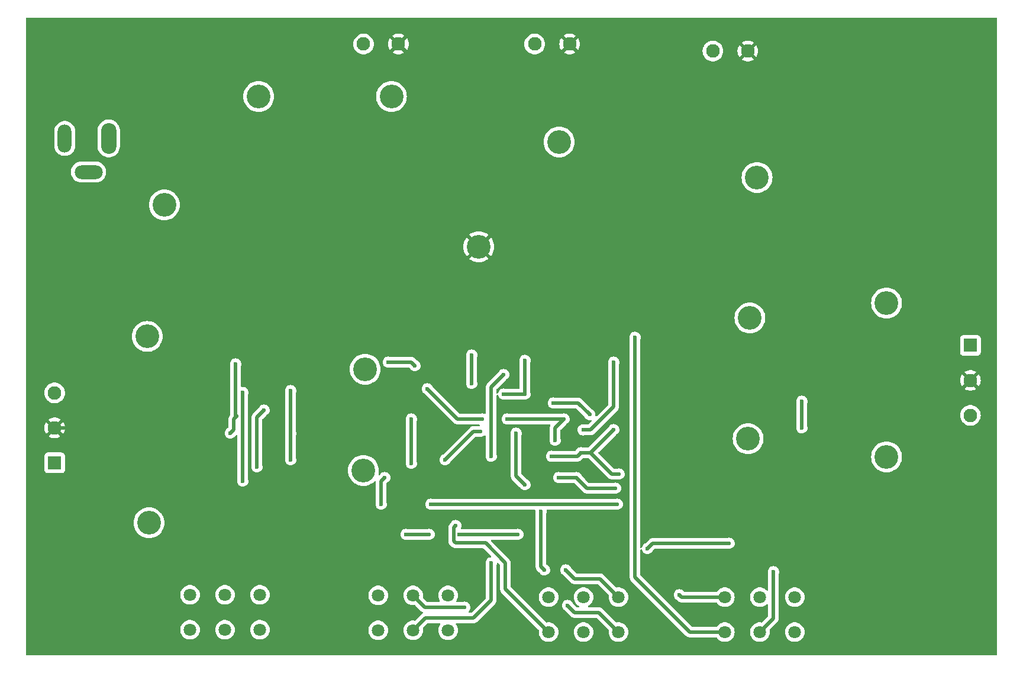
<source format=gbl>
G04 #@! TF.GenerationSoftware,KiCad,Pcbnew,8.0.8*
G04 #@! TF.CreationDate,2025-02-17T02:27:16-05:00*
G04 #@! TF.ProjectId,PreAmpEQ,50726541-6d70-4455-912e-6b696361645f,1.0*
G04 #@! TF.SameCoordinates,Original*
G04 #@! TF.FileFunction,Copper,L2,Bot*
G04 #@! TF.FilePolarity,Positive*
%FSLAX46Y46*%
G04 Gerber Fmt 4.6, Leading zero omitted, Abs format (unit mm)*
G04 Created by KiCad (PCBNEW 8.0.8) date 2025-02-17 02:27:16*
%MOMM*%
%LPD*%
G01*
G04 APERTURE LIST*
G04 #@! TA.AperFunction,ComponentPad*
%ADD10C,3.400000*%
G04 #@! TD*
G04 #@! TA.AperFunction,ComponentPad*
%ADD11C,1.950000*%
G04 #@! TD*
G04 #@! TA.AperFunction,ComponentPad*
%ADD12C,1.800000*%
G04 #@! TD*
G04 #@! TA.AperFunction,ComponentPad*
%ADD13O,2.200000X4.400000*%
G04 #@! TD*
G04 #@! TA.AperFunction,ComponentPad*
%ADD14O,2.000000X4.000000*%
G04 #@! TD*
G04 #@! TA.AperFunction,ComponentPad*
%ADD15O,4.000000X2.000000*%
G04 #@! TD*
G04 #@! TA.AperFunction,ComponentPad*
%ADD16R,1.950000X1.950000*%
G04 #@! TD*
G04 #@! TA.AperFunction,ViaPad*
%ADD17C,0.600000*%
G04 #@! TD*
G04 #@! TA.AperFunction,ViaPad*
%ADD18C,2.000000*%
G04 #@! TD*
G04 #@! TA.AperFunction,Conductor*
%ADD19C,0.500000*%
G04 #@! TD*
G04 APERTURE END LIST*
D10*
X100034000Y-66904000D03*
D11*
X153034000Y-43904000D03*
X158034000Y-43904000D03*
D10*
X97589500Y-85726000D03*
X183822000Y-83086000D03*
X203380000Y-80952000D03*
X184848000Y-62992000D03*
D12*
X155020000Y-128016000D03*
X160020000Y-128016000D03*
X165020000Y-128016000D03*
X155020000Y-123016000D03*
X160020000Y-123016000D03*
X165020000Y-123016000D03*
D13*
X92084000Y-57404000D03*
D14*
X85784000Y-57404000D03*
D15*
X89184000Y-62204000D03*
D10*
X128778000Y-90424000D03*
D16*
X215380000Y-87004500D03*
D11*
X215380000Y-92004500D03*
X215380000Y-97004500D03*
D10*
X145034000Y-72904000D03*
X203380000Y-102952000D03*
X183568000Y-100358000D03*
X156534000Y-57904000D03*
D11*
X178534000Y-44904000D03*
X183534000Y-44904000D03*
D12*
X103712000Y-127682000D03*
X108712000Y-127682000D03*
X113712000Y-127682000D03*
X103712000Y-122682000D03*
X108712000Y-122682000D03*
X113712000Y-122682000D03*
D10*
X97843500Y-112386000D03*
X132534000Y-51404000D03*
D16*
X84336000Y-103802000D03*
D11*
X84336000Y-98802000D03*
X84336000Y-93802000D03*
D12*
X180246000Y-128016000D03*
X185246000Y-128016000D03*
X190246000Y-128016000D03*
X180246000Y-123016000D03*
X185246000Y-123016000D03*
X190246000Y-123016000D03*
D11*
X128534000Y-43904000D03*
X133534000Y-43904000D03*
D12*
X130636000Y-127762000D03*
X135636000Y-127762000D03*
X140636000Y-127762000D03*
X130636000Y-122762000D03*
X135636000Y-122762000D03*
X140636000Y-122762000D03*
D10*
X128524000Y-104902000D03*
X113534000Y-51404000D03*
D17*
X180848000Y-115316000D03*
X169164000Y-116078000D03*
X195326000Y-91186000D03*
X128524000Y-61722000D03*
X156972000Y-93726000D03*
X183999500Y-91202000D03*
X203380000Y-92057000D03*
X120396000Y-90424000D03*
X161290000Y-74676000D03*
X177546000Y-92202000D03*
X91440000Y-98802000D03*
D18*
X171034000Y-53432000D03*
X145034000Y-51308000D03*
D17*
X134112000Y-61976000D03*
X182880000Y-77216000D03*
X107442000Y-99060000D03*
X152908000Y-74930000D03*
X115570000Y-90678000D03*
X124594000Y-60904000D03*
X145034000Y-57404000D03*
X157480000Y-74676000D03*
X159962000Y-99081500D03*
X191262000Y-94996000D03*
X118110000Y-99568000D03*
X164338000Y-89408000D03*
X118110000Y-93472000D03*
X118110000Y-103378000D03*
X191262000Y-98806000D03*
X155956000Y-100584000D03*
X145542000Y-97536000D03*
X110236000Y-89662000D03*
X110363000Y-97155000D03*
X132080000Y-89408000D03*
X135890000Y-89916000D03*
X137668000Y-93218000D03*
X149098000Y-97536000D03*
X157226000Y-97536000D03*
X109474000Y-99568000D03*
X114300000Y-96266000D03*
X113284000Y-104394000D03*
X111252000Y-93726000D03*
X111252000Y-106426000D03*
X131064000Y-109728000D03*
X138176000Y-109728000D03*
X131572000Y-105918000D03*
X164846000Y-109728000D03*
X151638000Y-89154000D03*
X148590000Y-93980000D03*
X160909000Y-96901000D03*
X151638000Y-93980000D03*
X155702000Y-95250000D03*
X164338000Y-99060000D03*
X165100000Y-105410000D03*
X155448000Y-102870000D03*
X159639000Y-102362000D03*
X159004000Y-105918000D03*
X156464000Y-105918000D03*
X164592000Y-107442000D03*
X157480000Y-119126000D03*
X137922000Y-114046000D03*
X142240000Y-114046000D03*
X150622000Y-114046000D03*
X134620000Y-114046000D03*
X140208000Y-103378000D03*
X145288000Y-99314000D03*
X154432000Y-119126000D03*
X151638000Y-106934000D03*
X157734000Y-124206000D03*
X150368000Y-99568000D03*
X153924000Y-110744000D03*
X187198000Y-119380000D03*
X167386000Y-85852000D03*
X173736000Y-122682000D03*
X143002000Y-124460000D03*
X146812000Y-102870000D03*
X146812000Y-118110000D03*
X148590000Y-91186000D03*
X141732000Y-112776000D03*
X144018000Y-88392000D03*
X144018000Y-92456000D03*
X135382000Y-97536000D03*
X135382000Y-103886000D03*
D19*
X169926000Y-115316000D02*
X169164000Y-116078000D01*
X180848000Y-115316000D02*
X169926000Y-115316000D01*
X91440000Y-98802000D02*
X84336000Y-98802000D01*
X177546000Y-92202000D02*
X178562000Y-92202000D01*
X179562000Y-91202000D02*
X183999500Y-91202000D01*
X178562000Y-92202000D02*
X179562000Y-91202000D01*
X118110000Y-99568000D02*
X118110000Y-93472000D01*
X164338000Y-95758000D02*
X164338000Y-89408000D01*
X191262000Y-94996000D02*
X191262000Y-98806000D01*
X159962000Y-99081500D02*
X161014500Y-99081500D01*
X161014500Y-99081500D02*
X164338000Y-95758000D01*
X118110000Y-99568000D02*
X118110000Y-103378000D01*
X110236000Y-97028000D02*
X110363000Y-97155000D01*
X149098000Y-97536000D02*
X157226000Y-97536000D01*
X141986000Y-97536000D02*
X145542000Y-97536000D01*
X135382000Y-89408000D02*
X135890000Y-89916000D01*
X110363000Y-97155000D02*
X109982000Y-97536000D01*
X109982000Y-99060000D02*
X109474000Y-99568000D01*
X109982000Y-97536000D02*
X109982000Y-99060000D01*
X155956000Y-98806000D02*
X157226000Y-97536000D01*
X110236000Y-89662000D02*
X110236000Y-97028000D01*
X132080000Y-89408000D02*
X135382000Y-89408000D01*
X155956000Y-100584000D02*
X155956000Y-98806000D01*
X137668000Y-93218000D02*
X141986000Y-97536000D01*
X113284000Y-97282000D02*
X114300000Y-96266000D01*
X113284000Y-104394000D02*
X113284000Y-97282000D01*
X111252000Y-106426000D02*
X111252000Y-93726000D01*
X131064000Y-106426000D02*
X131572000Y-105918000D01*
X131064000Y-109728000D02*
X131064000Y-106426000D01*
X164846000Y-109728000D02*
X138176000Y-109728000D01*
X159258000Y-95250000D02*
X160909000Y-96901000D01*
X148590000Y-93980000D02*
X151638000Y-93980000D01*
X151638000Y-89154000D02*
X151638000Y-93980000D01*
X155702000Y-95250000D02*
X159258000Y-95250000D01*
X159639000Y-102362000D02*
X159131000Y-102870000D01*
X164084000Y-105410000D02*
X161036000Y-102362000D01*
X161036000Y-102362000D02*
X159639000Y-102362000D01*
X165100000Y-105410000D02*
X164084000Y-105410000D01*
X164338000Y-99060000D02*
X161036000Y-102362000D01*
X159131000Y-102870000D02*
X155448000Y-102870000D01*
X164592000Y-107442000D02*
X160528000Y-107442000D01*
X159004000Y-105918000D02*
X156464000Y-105918000D01*
X160528000Y-107442000D02*
X159004000Y-105918000D01*
X162400000Y-120396000D02*
X165020000Y-123016000D01*
X158750000Y-120396000D02*
X162400000Y-120396000D01*
X157480000Y-119126000D02*
X158750000Y-120396000D01*
X137922000Y-114046000D02*
X134620000Y-114046000D01*
X150622000Y-114046000D02*
X142240000Y-114046000D01*
X144272000Y-99314000D02*
X145288000Y-99314000D01*
X140208000Y-103378000D02*
X144272000Y-99314000D01*
X157734000Y-124206000D02*
X158750000Y-125222000D01*
X150368000Y-105664000D02*
X151638000Y-106934000D01*
X162226000Y-125222000D02*
X165020000Y-128016000D01*
X150368000Y-99568000D02*
X150368000Y-105664000D01*
X153924000Y-110744000D02*
X153924000Y-118618000D01*
X153924000Y-118618000D02*
X154432000Y-119126000D01*
X158750000Y-125222000D02*
X162226000Y-125222000D01*
X187198000Y-119380000D02*
X187198000Y-126064000D01*
X187198000Y-126064000D02*
X185246000Y-128016000D01*
X175260000Y-128016000D02*
X180246000Y-128016000D01*
X167386000Y-120142000D02*
X175260000Y-128016000D01*
X167386000Y-85852000D02*
X167386000Y-120142000D01*
X173736000Y-122682000D02*
X174070000Y-123016000D01*
X174070000Y-123016000D02*
X180246000Y-123016000D01*
X137334000Y-124460000D02*
X135636000Y-122762000D01*
X143002000Y-124460000D02*
X137334000Y-124460000D01*
X137414000Y-125984000D02*
X135636000Y-127762000D01*
X148590000Y-91186000D02*
X146812000Y-92964000D01*
X146812000Y-123444000D02*
X144272000Y-125984000D01*
X144272000Y-125984000D02*
X137414000Y-125984000D01*
X146812000Y-102870000D02*
X146812000Y-92964000D01*
X146812000Y-118110000D02*
X146812000Y-123444000D01*
X141732000Y-115278000D02*
X141440000Y-114986000D01*
X155020000Y-128016000D02*
X148844000Y-121840000D01*
X146012000Y-115278000D02*
X141732000Y-115278000D01*
X148844000Y-121840000D02*
X148844000Y-118110000D01*
X141440000Y-114986000D02*
X141440000Y-113068000D01*
X148844000Y-118110000D02*
X146012000Y-115278000D01*
X144018000Y-88392000D02*
X144018000Y-92456000D01*
X141440000Y-113068000D02*
X141732000Y-112776000D01*
X135382000Y-97536000D02*
X135382000Y-103886000D01*
G04 #@! TA.AperFunction,Conductor*
G36*
X219152539Y-40144185D02*
G01*
X219198294Y-40196989D01*
X219209500Y-40248500D01*
X219209500Y-131201500D01*
X219189815Y-131268539D01*
X219137011Y-131314294D01*
X219085500Y-131325500D01*
X83642074Y-131325500D01*
X80380275Y-131319590D01*
X80313272Y-131299784D01*
X80267612Y-131246897D01*
X80256500Y-131195590D01*
X80256500Y-127681993D01*
X102306700Y-127681993D01*
X102306700Y-127682006D01*
X102325864Y-127913297D01*
X102325866Y-127913308D01*
X102382842Y-128138300D01*
X102476075Y-128350848D01*
X102603016Y-128545147D01*
X102603019Y-128545151D01*
X102603021Y-128545153D01*
X102760216Y-128715913D01*
X102760219Y-128715915D01*
X102760222Y-128715918D01*
X102943365Y-128858464D01*
X102943371Y-128858468D01*
X102943374Y-128858470D01*
X103147497Y-128968936D01*
X103261487Y-129008068D01*
X103367015Y-129044297D01*
X103367017Y-129044297D01*
X103367019Y-129044298D01*
X103595951Y-129082500D01*
X103595952Y-129082500D01*
X103828048Y-129082500D01*
X103828049Y-129082500D01*
X104056981Y-129044298D01*
X104276503Y-128968936D01*
X104480626Y-128858470D01*
X104663784Y-128715913D01*
X104820979Y-128545153D01*
X104947924Y-128350849D01*
X105041157Y-128138300D01*
X105098134Y-127913305D01*
X105108790Y-127784708D01*
X105117300Y-127682006D01*
X105117300Y-127681993D01*
X107306700Y-127681993D01*
X107306700Y-127682006D01*
X107325864Y-127913297D01*
X107325866Y-127913308D01*
X107382842Y-128138300D01*
X107476075Y-128350848D01*
X107603016Y-128545147D01*
X107603019Y-128545151D01*
X107603021Y-128545153D01*
X107760216Y-128715913D01*
X107760219Y-128715915D01*
X107760222Y-128715918D01*
X107943365Y-128858464D01*
X107943371Y-128858468D01*
X107943374Y-128858470D01*
X108147497Y-128968936D01*
X108261487Y-129008068D01*
X108367015Y-129044297D01*
X108367017Y-129044297D01*
X108367019Y-129044298D01*
X108595951Y-129082500D01*
X108595952Y-129082500D01*
X108828048Y-129082500D01*
X108828049Y-129082500D01*
X109056981Y-129044298D01*
X109276503Y-128968936D01*
X109480626Y-128858470D01*
X109663784Y-128715913D01*
X109820979Y-128545153D01*
X109947924Y-128350849D01*
X110041157Y-128138300D01*
X110098134Y-127913305D01*
X110108790Y-127784708D01*
X110117300Y-127682006D01*
X110117300Y-127681993D01*
X112306700Y-127681993D01*
X112306700Y-127682006D01*
X112325864Y-127913297D01*
X112325866Y-127913308D01*
X112382842Y-128138300D01*
X112476075Y-128350848D01*
X112603016Y-128545147D01*
X112603019Y-128545151D01*
X112603021Y-128545153D01*
X112760216Y-128715913D01*
X112760219Y-128715915D01*
X112760222Y-128715918D01*
X112943365Y-128858464D01*
X112943371Y-128858468D01*
X112943374Y-128858470D01*
X113147497Y-128968936D01*
X113261487Y-129008068D01*
X113367015Y-129044297D01*
X113367017Y-129044297D01*
X113367019Y-129044298D01*
X113595951Y-129082500D01*
X113595952Y-129082500D01*
X113828048Y-129082500D01*
X113828049Y-129082500D01*
X114056981Y-129044298D01*
X114276503Y-128968936D01*
X114480626Y-128858470D01*
X114663784Y-128715913D01*
X114820979Y-128545153D01*
X114947924Y-128350849D01*
X115041157Y-128138300D01*
X115098134Y-127913305D01*
X115108790Y-127784708D01*
X115110672Y-127761993D01*
X129230700Y-127761993D01*
X129230700Y-127762006D01*
X129249864Y-127993297D01*
X129249866Y-127993308D01*
X129306842Y-128218300D01*
X129400075Y-128430848D01*
X129527016Y-128625147D01*
X129527019Y-128625151D01*
X129527021Y-128625153D01*
X129684216Y-128795913D01*
X129684219Y-128795915D01*
X129684222Y-128795918D01*
X129867365Y-128938464D01*
X129867371Y-128938468D01*
X129867374Y-128938470D01*
X130071497Y-129048936D01*
X130169266Y-129082500D01*
X130291015Y-129124297D01*
X130291017Y-129124297D01*
X130291019Y-129124298D01*
X130519951Y-129162500D01*
X130519952Y-129162500D01*
X130752048Y-129162500D01*
X130752049Y-129162500D01*
X130980981Y-129124298D01*
X131200503Y-129048936D01*
X131404626Y-128938470D01*
X131587784Y-128795913D01*
X131744979Y-128625153D01*
X131871924Y-128430849D01*
X131965157Y-128218300D01*
X132022134Y-127993305D01*
X132028763Y-127913305D01*
X132041300Y-127762006D01*
X132041300Y-127761993D01*
X132022135Y-127530702D01*
X132022133Y-127530691D01*
X131965157Y-127305699D01*
X131871924Y-127093151D01*
X131744983Y-126898852D01*
X131744980Y-126898849D01*
X131744979Y-126898847D01*
X131587784Y-126728087D01*
X131587779Y-126728083D01*
X131587777Y-126728081D01*
X131404634Y-126585535D01*
X131404628Y-126585531D01*
X131200504Y-126475064D01*
X131200495Y-126475061D01*
X130980984Y-126399702D01*
X130809282Y-126371050D01*
X130752049Y-126361500D01*
X130519951Y-126361500D01*
X130474164Y-126369140D01*
X130291015Y-126399702D01*
X130071504Y-126475061D01*
X130071495Y-126475064D01*
X129867371Y-126585531D01*
X129867365Y-126585535D01*
X129684222Y-126728081D01*
X129684219Y-126728084D01*
X129684216Y-126728086D01*
X129684216Y-126728087D01*
X129675704Y-126737334D01*
X129527016Y-126898852D01*
X129400075Y-127093151D01*
X129306842Y-127305699D01*
X129249866Y-127530691D01*
X129249864Y-127530702D01*
X129230700Y-127761993D01*
X115110672Y-127761993D01*
X115117300Y-127682006D01*
X115117300Y-127681993D01*
X115098135Y-127450702D01*
X115098133Y-127450691D01*
X115041157Y-127225699D01*
X114947924Y-127013151D01*
X114820983Y-126818852D01*
X114820980Y-126818849D01*
X114820979Y-126818847D01*
X114663784Y-126648087D01*
X114663779Y-126648083D01*
X114663777Y-126648081D01*
X114480634Y-126505535D01*
X114480628Y-126505531D01*
X114276504Y-126395064D01*
X114276495Y-126395061D01*
X114056984Y-126319702D01*
X113885282Y-126291050D01*
X113828049Y-126281500D01*
X113595951Y-126281500D01*
X113550164Y-126289140D01*
X113367015Y-126319702D01*
X113147504Y-126395061D01*
X113147495Y-126395064D01*
X112943371Y-126505531D01*
X112943365Y-126505535D01*
X112760222Y-126648081D01*
X112760219Y-126648084D01*
X112760216Y-126648086D01*
X112760216Y-126648087D01*
X112755047Y-126653702D01*
X112603016Y-126818852D01*
X112476075Y-127013151D01*
X112382842Y-127225699D01*
X112325866Y-127450691D01*
X112325864Y-127450702D01*
X112306700Y-127681993D01*
X110117300Y-127681993D01*
X110098135Y-127450702D01*
X110098133Y-127450691D01*
X110041157Y-127225699D01*
X109947924Y-127013151D01*
X109820983Y-126818852D01*
X109820980Y-126818849D01*
X109820979Y-126818847D01*
X109663784Y-126648087D01*
X109663779Y-126648083D01*
X109663777Y-126648081D01*
X109480634Y-126505535D01*
X109480628Y-126505531D01*
X109276504Y-126395064D01*
X109276495Y-126395061D01*
X109056984Y-126319702D01*
X108885282Y-126291050D01*
X108828049Y-126281500D01*
X108595951Y-126281500D01*
X108550164Y-126289140D01*
X108367015Y-126319702D01*
X108147504Y-126395061D01*
X108147495Y-126395064D01*
X107943371Y-126505531D01*
X107943365Y-126505535D01*
X107760222Y-126648081D01*
X107760219Y-126648084D01*
X107760216Y-126648086D01*
X107760216Y-126648087D01*
X107755047Y-126653702D01*
X107603016Y-126818852D01*
X107476075Y-127013151D01*
X107382842Y-127225699D01*
X107325866Y-127450691D01*
X107325864Y-127450702D01*
X107306700Y-127681993D01*
X105117300Y-127681993D01*
X105098135Y-127450702D01*
X105098133Y-127450691D01*
X105041157Y-127225699D01*
X104947924Y-127013151D01*
X104820983Y-126818852D01*
X104820980Y-126818849D01*
X104820979Y-126818847D01*
X104663784Y-126648087D01*
X104663779Y-126648083D01*
X104663777Y-126648081D01*
X104480634Y-126505535D01*
X104480628Y-126505531D01*
X104276504Y-126395064D01*
X104276495Y-126395061D01*
X104056984Y-126319702D01*
X103885282Y-126291050D01*
X103828049Y-126281500D01*
X103595951Y-126281500D01*
X103550164Y-126289140D01*
X103367015Y-126319702D01*
X103147504Y-126395061D01*
X103147495Y-126395064D01*
X102943371Y-126505531D01*
X102943365Y-126505535D01*
X102760222Y-126648081D01*
X102760219Y-126648084D01*
X102760216Y-126648086D01*
X102760216Y-126648087D01*
X102755047Y-126653702D01*
X102603016Y-126818852D01*
X102476075Y-127013151D01*
X102382842Y-127225699D01*
X102325866Y-127450691D01*
X102325864Y-127450702D01*
X102306700Y-127681993D01*
X80256500Y-127681993D01*
X80256500Y-122681993D01*
X102306700Y-122681993D01*
X102306700Y-122682006D01*
X102325864Y-122913297D01*
X102325866Y-122913308D01*
X102382842Y-123138300D01*
X102476075Y-123350848D01*
X102603016Y-123545147D01*
X102603019Y-123545151D01*
X102603021Y-123545153D01*
X102760216Y-123715913D01*
X102760219Y-123715915D01*
X102760222Y-123715918D01*
X102943365Y-123858464D01*
X102943371Y-123858468D01*
X102943374Y-123858470D01*
X103147497Y-123968936D01*
X103261487Y-124008068D01*
X103367015Y-124044297D01*
X103367017Y-124044297D01*
X103367019Y-124044298D01*
X103595951Y-124082500D01*
X103595952Y-124082500D01*
X103828048Y-124082500D01*
X103828049Y-124082500D01*
X104056981Y-124044298D01*
X104276503Y-123968936D01*
X104480626Y-123858470D01*
X104483186Y-123856478D01*
X104560997Y-123795915D01*
X104663784Y-123715913D01*
X104820979Y-123545153D01*
X104947924Y-123350849D01*
X105041157Y-123138300D01*
X105098134Y-122913305D01*
X105102447Y-122861254D01*
X105117300Y-122682006D01*
X105117300Y-122681993D01*
X107306700Y-122681993D01*
X107306700Y-122682006D01*
X107325864Y-122913297D01*
X107325866Y-122913308D01*
X107382842Y-123138300D01*
X107476075Y-123350848D01*
X107603016Y-123545147D01*
X107603019Y-123545151D01*
X107603021Y-123545153D01*
X107760216Y-123715913D01*
X107760219Y-123715915D01*
X107760222Y-123715918D01*
X107943365Y-123858464D01*
X107943371Y-123858468D01*
X107943374Y-123858470D01*
X108147497Y-123968936D01*
X108261487Y-124008068D01*
X108367015Y-124044297D01*
X108367017Y-124044297D01*
X108367019Y-124044298D01*
X108595951Y-124082500D01*
X108595952Y-124082500D01*
X108828048Y-124082500D01*
X108828049Y-124082500D01*
X109056981Y-124044298D01*
X109276503Y-123968936D01*
X109480626Y-123858470D01*
X109483186Y-123856478D01*
X109560997Y-123795915D01*
X109663784Y-123715913D01*
X109820979Y-123545153D01*
X109947924Y-123350849D01*
X110041157Y-123138300D01*
X110098134Y-122913305D01*
X110102447Y-122861254D01*
X110117300Y-122682006D01*
X110117300Y-122681993D01*
X112306700Y-122681993D01*
X112306700Y-122682006D01*
X112325864Y-122913297D01*
X112325866Y-122913308D01*
X112382842Y-123138300D01*
X112476075Y-123350848D01*
X112603016Y-123545147D01*
X112603019Y-123545151D01*
X112603021Y-123545153D01*
X112760216Y-123715913D01*
X112760219Y-123715915D01*
X112760222Y-123715918D01*
X112943365Y-123858464D01*
X112943371Y-123858468D01*
X112943374Y-123858470D01*
X113147497Y-123968936D01*
X113261487Y-124008068D01*
X113367015Y-124044297D01*
X113367017Y-124044297D01*
X113367019Y-124044298D01*
X113595951Y-124082500D01*
X113595952Y-124082500D01*
X113828048Y-124082500D01*
X113828049Y-124082500D01*
X114056981Y-124044298D01*
X114276503Y-123968936D01*
X114480626Y-123858470D01*
X114483186Y-123856478D01*
X114560997Y-123795915D01*
X114663784Y-123715913D01*
X114820979Y-123545153D01*
X114947924Y-123350849D01*
X115041157Y-123138300D01*
X115098134Y-122913305D01*
X115102447Y-122861254D01*
X115110672Y-122761993D01*
X129230700Y-122761993D01*
X129230700Y-122762006D01*
X129249864Y-122993297D01*
X129249866Y-122993308D01*
X129306842Y-123218300D01*
X129400075Y-123430848D01*
X129527016Y-123625147D01*
X129527019Y-123625151D01*
X129527021Y-123625153D01*
X129684216Y-123795913D01*
X129684219Y-123795915D01*
X129684222Y-123795918D01*
X129867365Y-123938464D01*
X129867371Y-123938468D01*
X129867374Y-123938470D01*
X130071497Y-124048936D01*
X130169216Y-124082483D01*
X130291015Y-124124297D01*
X130291017Y-124124297D01*
X130291019Y-124124298D01*
X130519951Y-124162500D01*
X130519952Y-124162500D01*
X130752048Y-124162500D01*
X130752049Y-124162500D01*
X130980981Y-124124298D01*
X131200503Y-124048936D01*
X131404626Y-123938470D01*
X131425249Y-123922419D01*
X131480837Y-123879153D01*
X131587784Y-123795913D01*
X131744979Y-123625153D01*
X131871924Y-123430849D01*
X131965157Y-123218300D01*
X132022134Y-122993305D01*
X132028763Y-122913305D01*
X132041300Y-122762006D01*
X132041300Y-122761993D01*
X134230700Y-122761993D01*
X134230700Y-122762006D01*
X134249864Y-122993297D01*
X134249866Y-122993308D01*
X134306842Y-123218300D01*
X134400075Y-123430848D01*
X134527016Y-123625147D01*
X134527019Y-123625151D01*
X134527021Y-123625153D01*
X134684216Y-123795913D01*
X134684219Y-123795915D01*
X134684222Y-123795918D01*
X134867365Y-123938464D01*
X134867371Y-123938468D01*
X134867374Y-123938470D01*
X135071497Y-124048936D01*
X135169216Y-124082483D01*
X135291015Y-124124297D01*
X135291017Y-124124297D01*
X135291019Y-124124298D01*
X135519951Y-124162500D01*
X135519952Y-124162500D01*
X135752047Y-124162500D01*
X135752049Y-124162500D01*
X135880275Y-124141102D01*
X135949636Y-124149484D01*
X135988363Y-124175730D01*
X136751049Y-124938416D01*
X136834452Y-125021819D01*
X136855585Y-125042952D01*
X136978498Y-125125080D01*
X136978505Y-125125084D01*
X136992636Y-125130937D01*
X137047040Y-125174778D01*
X137069106Y-125241072D01*
X137051828Y-125308771D01*
X137014082Y-125348597D01*
X137009277Y-125351808D01*
X137009271Y-125351812D01*
X136935581Y-125401049D01*
X135988362Y-126348268D01*
X135927039Y-126381753D01*
X135880272Y-126382896D01*
X135752049Y-126361500D01*
X135519951Y-126361500D01*
X135474164Y-126369140D01*
X135291015Y-126399702D01*
X135071504Y-126475061D01*
X135071495Y-126475064D01*
X134867371Y-126585531D01*
X134867365Y-126585535D01*
X134684222Y-126728081D01*
X134684219Y-126728084D01*
X134684216Y-126728086D01*
X134684216Y-126728087D01*
X134675704Y-126737334D01*
X134527016Y-126898852D01*
X134400075Y-127093151D01*
X134306842Y-127305699D01*
X134249866Y-127530691D01*
X134249864Y-127530702D01*
X134230700Y-127761993D01*
X134230700Y-127762006D01*
X134249864Y-127993297D01*
X134249866Y-127993308D01*
X134306842Y-128218300D01*
X134400075Y-128430848D01*
X134527016Y-128625147D01*
X134527019Y-128625151D01*
X134527021Y-128625153D01*
X134684216Y-128795913D01*
X134684219Y-128795915D01*
X134684222Y-128795918D01*
X134867365Y-128938464D01*
X134867371Y-128938468D01*
X134867374Y-128938470D01*
X135071497Y-129048936D01*
X135169266Y-129082500D01*
X135291015Y-129124297D01*
X135291017Y-129124297D01*
X135291019Y-129124298D01*
X135519951Y-129162500D01*
X135519952Y-129162500D01*
X135752048Y-129162500D01*
X135752049Y-129162500D01*
X135980981Y-129124298D01*
X136200503Y-129048936D01*
X136404626Y-128938470D01*
X136587784Y-128795913D01*
X136744979Y-128625153D01*
X136871924Y-128430849D01*
X136965157Y-128218300D01*
X137022134Y-127993305D01*
X137028763Y-127913305D01*
X137041300Y-127762006D01*
X137041300Y-127761993D01*
X137022135Y-127530708D01*
X137022134Y-127530695D01*
X137020546Y-127524424D01*
X137023166Y-127454607D01*
X137053066Y-127406300D01*
X137688549Y-126770819D01*
X137749872Y-126737334D01*
X137776230Y-126734500D01*
X139405262Y-126734500D01*
X139472301Y-126754185D01*
X139518056Y-126806989D01*
X139528000Y-126876147D01*
X139509071Y-126926321D01*
X139400075Y-127093151D01*
X139306842Y-127305699D01*
X139249866Y-127530691D01*
X139249864Y-127530702D01*
X139230700Y-127761993D01*
X139230700Y-127762006D01*
X139249864Y-127993297D01*
X139249866Y-127993308D01*
X139306842Y-128218300D01*
X139400075Y-128430848D01*
X139527016Y-128625147D01*
X139527019Y-128625151D01*
X139527021Y-128625153D01*
X139684216Y-128795913D01*
X139684219Y-128795915D01*
X139684222Y-128795918D01*
X139867365Y-128938464D01*
X139867371Y-128938468D01*
X139867374Y-128938470D01*
X140071497Y-129048936D01*
X140169266Y-129082500D01*
X140291015Y-129124297D01*
X140291017Y-129124297D01*
X140291019Y-129124298D01*
X140519951Y-129162500D01*
X140519952Y-129162500D01*
X140752048Y-129162500D01*
X140752049Y-129162500D01*
X140980981Y-129124298D01*
X141200503Y-129048936D01*
X141404626Y-128938470D01*
X141587784Y-128795913D01*
X141744979Y-128625153D01*
X141871924Y-128430849D01*
X141965157Y-128218300D01*
X142022134Y-127993305D01*
X142028763Y-127913305D01*
X142041300Y-127762006D01*
X142041300Y-127761993D01*
X142022135Y-127530702D01*
X142022133Y-127530691D01*
X141965157Y-127305699D01*
X141871924Y-127093151D01*
X141762929Y-126926321D01*
X141742742Y-126859432D01*
X141761922Y-126792246D01*
X141814380Y-126746096D01*
X141866738Y-126734500D01*
X144345920Y-126734500D01*
X144443462Y-126715096D01*
X144490913Y-126705658D01*
X144627495Y-126649084D01*
X144688087Y-126608598D01*
X144688087Y-126608597D01*
X144688089Y-126608597D01*
X144722611Y-126585530D01*
X144750416Y-126566952D01*
X147394951Y-123922416D01*
X147477084Y-123799495D01*
X147533658Y-123662913D01*
X147547607Y-123592788D01*
X147555053Y-123555353D01*
X147562500Y-123517919D01*
X147562500Y-118409972D01*
X147569458Y-118369017D01*
X147579391Y-118340630D01*
X147597368Y-118289255D01*
X147605451Y-118217518D01*
X147632517Y-118153104D01*
X147690112Y-118113549D01*
X147759949Y-118111411D01*
X147816352Y-118143720D01*
X148057181Y-118384549D01*
X148090666Y-118445872D01*
X148093500Y-118472230D01*
X148093500Y-121913918D01*
X148093500Y-121913920D01*
X148093499Y-121913920D01*
X148122340Y-122058907D01*
X148122343Y-122058917D01*
X148178914Y-122195492D01*
X148211812Y-122244727D01*
X148211813Y-122244730D01*
X148261046Y-122318414D01*
X148261052Y-122318421D01*
X153602930Y-127660298D01*
X153636415Y-127721621D01*
X153635456Y-127778415D01*
X153633865Y-127784697D01*
X153614700Y-128015993D01*
X153614700Y-128016006D01*
X153633864Y-128247297D01*
X153633866Y-128247308D01*
X153690842Y-128472300D01*
X153784075Y-128684848D01*
X153911016Y-128879147D01*
X153911019Y-128879151D01*
X153911021Y-128879153D01*
X154068216Y-129049913D01*
X154068219Y-129049915D01*
X154068222Y-129049918D01*
X154251365Y-129192464D01*
X154251371Y-129192468D01*
X154251374Y-129192470D01*
X154455497Y-129302936D01*
X154569487Y-129342068D01*
X154675015Y-129378297D01*
X154675017Y-129378297D01*
X154675019Y-129378298D01*
X154903951Y-129416500D01*
X154903952Y-129416500D01*
X155136048Y-129416500D01*
X155136049Y-129416500D01*
X155364981Y-129378298D01*
X155584503Y-129302936D01*
X155788626Y-129192470D01*
X155971784Y-129049913D01*
X156128979Y-128879153D01*
X156255924Y-128684849D01*
X156349157Y-128472300D01*
X156406134Y-128247305D01*
X156406135Y-128247297D01*
X156425300Y-128016006D01*
X156425300Y-128015993D01*
X158614700Y-128015993D01*
X158614700Y-128016006D01*
X158633864Y-128247297D01*
X158633866Y-128247308D01*
X158690842Y-128472300D01*
X158784075Y-128684848D01*
X158911016Y-128879147D01*
X158911019Y-128879151D01*
X158911021Y-128879153D01*
X159068216Y-129049913D01*
X159068219Y-129049915D01*
X159068222Y-129049918D01*
X159251365Y-129192464D01*
X159251371Y-129192468D01*
X159251374Y-129192470D01*
X159455497Y-129302936D01*
X159569487Y-129342068D01*
X159675015Y-129378297D01*
X159675017Y-129378297D01*
X159675019Y-129378298D01*
X159903951Y-129416500D01*
X159903952Y-129416500D01*
X160136048Y-129416500D01*
X160136049Y-129416500D01*
X160364981Y-129378298D01*
X160584503Y-129302936D01*
X160788626Y-129192470D01*
X160971784Y-129049913D01*
X161128979Y-128879153D01*
X161255924Y-128684849D01*
X161349157Y-128472300D01*
X161406134Y-128247305D01*
X161406135Y-128247297D01*
X161425300Y-128016006D01*
X161425300Y-128015993D01*
X161406135Y-127784702D01*
X161406133Y-127784691D01*
X161349157Y-127559699D01*
X161255924Y-127347151D01*
X161128983Y-127152852D01*
X161128980Y-127152849D01*
X161128979Y-127152847D01*
X160971784Y-126982087D01*
X160971779Y-126982083D01*
X160971777Y-126982081D01*
X160788634Y-126839535D01*
X160788628Y-126839531D01*
X160584504Y-126729064D01*
X160584495Y-126729061D01*
X160364984Y-126653702D01*
X160193282Y-126625050D01*
X160136049Y-126615500D01*
X159903951Y-126615500D01*
X159858164Y-126623140D01*
X159675015Y-126653702D01*
X159455504Y-126729061D01*
X159455495Y-126729064D01*
X159251371Y-126839531D01*
X159251365Y-126839535D01*
X159068222Y-126982081D01*
X159068219Y-126982084D01*
X158911016Y-127152852D01*
X158784075Y-127347151D01*
X158690842Y-127559699D01*
X158633866Y-127784691D01*
X158633864Y-127784702D01*
X158614700Y-128015993D01*
X156425300Y-128015993D01*
X156406135Y-127784702D01*
X156406133Y-127784691D01*
X156349157Y-127559699D01*
X156255924Y-127347151D01*
X156128983Y-127152852D01*
X156128980Y-127152849D01*
X156128979Y-127152847D01*
X155971784Y-126982087D01*
X155971779Y-126982083D01*
X155971777Y-126982081D01*
X155788634Y-126839535D01*
X155788628Y-126839531D01*
X155584504Y-126729064D01*
X155584495Y-126729061D01*
X155364984Y-126653702D01*
X155193282Y-126625050D01*
X155136049Y-126615500D01*
X154903951Y-126615500D01*
X154775726Y-126636896D01*
X154706361Y-126628514D01*
X154667636Y-126602268D01*
X151081361Y-123015993D01*
X153614700Y-123015993D01*
X153614700Y-123016006D01*
X153633864Y-123247297D01*
X153633866Y-123247308D01*
X153690842Y-123472300D01*
X153784075Y-123684848D01*
X153911016Y-123879147D01*
X153911019Y-123879151D01*
X153911021Y-123879153D01*
X154068216Y-124049913D01*
X154068219Y-124049915D01*
X154068222Y-124049918D01*
X154251365Y-124192464D01*
X154251371Y-124192468D01*
X154251374Y-124192470D01*
X154455497Y-124302936D01*
X154533904Y-124329853D01*
X154675015Y-124378297D01*
X154675017Y-124378297D01*
X154675019Y-124378298D01*
X154903951Y-124416500D01*
X154903952Y-124416500D01*
X155136048Y-124416500D01*
X155136049Y-124416500D01*
X155364981Y-124378298D01*
X155584503Y-124302936D01*
X155763632Y-124205996D01*
X156928435Y-124205996D01*
X156928435Y-124206003D01*
X156948630Y-124385249D01*
X156948631Y-124385254D01*
X157008211Y-124555523D01*
X157011963Y-124561494D01*
X157104184Y-124708262D01*
X157231738Y-124835816D01*
X157384478Y-124931789D01*
X157384480Y-124931789D01*
X157384484Y-124931792D01*
X157390756Y-124934813D01*
X157389869Y-124936653D01*
X157425939Y-124959307D01*
X158271586Y-125804954D01*
X158295611Y-125821006D01*
X158331652Y-125845087D01*
X158394505Y-125887084D01*
X158394507Y-125887085D01*
X158394511Y-125887087D01*
X158531082Y-125943656D01*
X158531087Y-125943658D01*
X158531091Y-125943658D01*
X158531092Y-125943659D01*
X158676079Y-125972500D01*
X158676082Y-125972500D01*
X158676083Y-125972500D01*
X158823917Y-125972500D01*
X161863770Y-125972500D01*
X161930809Y-125992185D01*
X161951451Y-126008819D01*
X163602930Y-127660298D01*
X163636415Y-127721621D01*
X163635456Y-127778415D01*
X163633865Y-127784697D01*
X163614700Y-128015993D01*
X163614700Y-128016006D01*
X163633864Y-128247297D01*
X163633866Y-128247308D01*
X163690842Y-128472300D01*
X163784075Y-128684848D01*
X163911016Y-128879147D01*
X163911019Y-128879151D01*
X163911021Y-128879153D01*
X164068216Y-129049913D01*
X164068219Y-129049915D01*
X164068222Y-129049918D01*
X164251365Y-129192464D01*
X164251371Y-129192468D01*
X164251374Y-129192470D01*
X164455497Y-129302936D01*
X164569487Y-129342068D01*
X164675015Y-129378297D01*
X164675017Y-129378297D01*
X164675019Y-129378298D01*
X164903951Y-129416500D01*
X164903952Y-129416500D01*
X165136048Y-129416500D01*
X165136049Y-129416500D01*
X165364981Y-129378298D01*
X165584503Y-129302936D01*
X165788626Y-129192470D01*
X165971784Y-129049913D01*
X166128979Y-128879153D01*
X166255924Y-128684849D01*
X166349157Y-128472300D01*
X166406134Y-128247305D01*
X166406135Y-128247297D01*
X166425300Y-128016006D01*
X166425300Y-128015993D01*
X166406135Y-127784702D01*
X166406133Y-127784691D01*
X166349157Y-127559699D01*
X166255924Y-127347151D01*
X166128983Y-127152852D01*
X166128980Y-127152849D01*
X166128979Y-127152847D01*
X165971784Y-126982087D01*
X165971779Y-126982083D01*
X165971777Y-126982081D01*
X165788634Y-126839535D01*
X165788628Y-126839531D01*
X165584504Y-126729064D01*
X165584495Y-126729061D01*
X165364984Y-126653702D01*
X165193282Y-126625050D01*
X165136049Y-126615500D01*
X164903951Y-126615500D01*
X164775726Y-126636896D01*
X164706361Y-126628514D01*
X164667636Y-126602268D01*
X162704421Y-124639052D01*
X162704420Y-124639051D01*
X162588346Y-124561494D01*
X162588345Y-124561493D01*
X162581491Y-124556913D01*
X162444917Y-124500343D01*
X162444907Y-124500340D01*
X162299920Y-124471500D01*
X162299918Y-124471500D01*
X160762689Y-124471500D01*
X160695650Y-124451815D01*
X160649895Y-124399011D01*
X160639951Y-124329853D01*
X160668976Y-124266297D01*
X160703672Y-124238445D01*
X160718247Y-124230556D01*
X160788626Y-124192470D01*
X160971784Y-124049913D01*
X161128979Y-123879153D01*
X161255924Y-123684849D01*
X161349157Y-123472300D01*
X161406134Y-123247305D01*
X161406135Y-123247297D01*
X161425300Y-123016006D01*
X161425300Y-123015993D01*
X161406135Y-122784702D01*
X161406133Y-122784691D01*
X161349157Y-122559699D01*
X161255924Y-122347151D01*
X161128983Y-122152852D01*
X161128980Y-122152849D01*
X161128979Y-122152847D01*
X160971784Y-121982087D01*
X160971779Y-121982083D01*
X160971777Y-121982081D01*
X160788634Y-121839535D01*
X160788628Y-121839531D01*
X160584504Y-121729064D01*
X160584495Y-121729061D01*
X160364984Y-121653702D01*
X160193282Y-121625050D01*
X160136049Y-121615500D01*
X159903951Y-121615500D01*
X159858164Y-121623140D01*
X159675015Y-121653702D01*
X159455504Y-121729061D01*
X159455495Y-121729064D01*
X159251371Y-121839531D01*
X159251365Y-121839535D01*
X159068222Y-121982081D01*
X159068219Y-121982084D01*
X158911016Y-122152852D01*
X158784075Y-122347151D01*
X158690842Y-122559699D01*
X158633866Y-122784691D01*
X158633864Y-122784702D01*
X158614700Y-123015993D01*
X158614700Y-123016006D01*
X158633864Y-123247297D01*
X158633866Y-123247308D01*
X158690842Y-123472300D01*
X158784075Y-123684848D01*
X158911016Y-123879147D01*
X158911019Y-123879151D01*
X158911021Y-123879153D01*
X159068216Y-124049913D01*
X159068219Y-124049915D01*
X159068222Y-124049918D01*
X159251365Y-124192464D01*
X159251376Y-124192471D01*
X159336328Y-124238445D01*
X159385919Y-124287665D01*
X159401027Y-124355881D01*
X159376857Y-124421437D01*
X159321081Y-124463518D01*
X159277311Y-124471500D01*
X159112230Y-124471500D01*
X159045191Y-124451815D01*
X159024549Y-124435181D01*
X158487307Y-123897939D01*
X158464653Y-123861869D01*
X158462813Y-123862756D01*
X158459792Y-123856484D01*
X158459789Y-123856480D01*
X158459789Y-123856478D01*
X158363816Y-123703738D01*
X158236262Y-123576184D01*
X158223003Y-123567853D01*
X158083523Y-123480211D01*
X157913254Y-123420631D01*
X157913249Y-123420630D01*
X157734004Y-123400435D01*
X157733996Y-123400435D01*
X157554750Y-123420630D01*
X157554745Y-123420631D01*
X157384476Y-123480211D01*
X157231737Y-123576184D01*
X157104184Y-123703737D01*
X157008211Y-123856476D01*
X156948631Y-124026745D01*
X156948630Y-124026750D01*
X156928435Y-124205996D01*
X155763632Y-124205996D01*
X155788626Y-124192470D01*
X155971784Y-124049913D01*
X156128979Y-123879153D01*
X156255924Y-123684849D01*
X156349157Y-123472300D01*
X156406134Y-123247305D01*
X156406135Y-123247297D01*
X156425300Y-123016006D01*
X156425300Y-123015993D01*
X156406135Y-122784702D01*
X156406133Y-122784691D01*
X156349157Y-122559699D01*
X156255924Y-122347151D01*
X156128983Y-122152852D01*
X156128980Y-122152849D01*
X156128979Y-122152847D01*
X155971784Y-121982087D01*
X155971779Y-121982083D01*
X155971777Y-121982081D01*
X155788634Y-121839535D01*
X155788628Y-121839531D01*
X155584504Y-121729064D01*
X155584495Y-121729061D01*
X155364984Y-121653702D01*
X155193282Y-121625050D01*
X155136049Y-121615500D01*
X154903951Y-121615500D01*
X154858164Y-121623140D01*
X154675015Y-121653702D01*
X154455504Y-121729061D01*
X154455495Y-121729064D01*
X154251371Y-121839531D01*
X154251365Y-121839535D01*
X154068222Y-121982081D01*
X154068219Y-121982084D01*
X153911016Y-122152852D01*
X153784075Y-122347151D01*
X153690842Y-122559699D01*
X153633866Y-122784691D01*
X153633864Y-122784702D01*
X153614700Y-123015993D01*
X151081361Y-123015993D01*
X149630819Y-121565451D01*
X149597334Y-121504128D01*
X149594500Y-121477770D01*
X149594500Y-118036079D01*
X149565659Y-117891092D01*
X149565658Y-117891091D01*
X149565658Y-117891087D01*
X149509084Y-117754505D01*
X149456275Y-117675470D01*
X149456275Y-117675469D01*
X149441613Y-117653527D01*
X149426952Y-117631584D01*
X146803549Y-115008181D01*
X146770064Y-114946858D01*
X146775048Y-114877166D01*
X146816920Y-114821233D01*
X146882384Y-114796816D01*
X146891230Y-114796500D01*
X150322028Y-114796500D01*
X150362983Y-114803458D01*
X150442745Y-114831368D01*
X150442750Y-114831369D01*
X150621996Y-114851565D01*
X150622000Y-114851565D01*
X150622004Y-114851565D01*
X150801249Y-114831369D01*
X150801252Y-114831368D01*
X150801255Y-114831368D01*
X150971522Y-114771789D01*
X151124262Y-114675816D01*
X151251816Y-114548262D01*
X151347789Y-114395522D01*
X151407368Y-114225255D01*
X151407369Y-114225249D01*
X151427565Y-114046003D01*
X151427565Y-114045996D01*
X151407369Y-113866750D01*
X151407368Y-113866745D01*
X151347788Y-113696476D01*
X151251815Y-113543737D01*
X151124262Y-113416184D01*
X150971523Y-113320211D01*
X150801254Y-113260631D01*
X150801249Y-113260630D01*
X150622004Y-113240435D01*
X150621996Y-113240435D01*
X150442750Y-113260630D01*
X150442745Y-113260631D01*
X150362983Y-113288542D01*
X150322028Y-113295500D01*
X142573072Y-113295500D01*
X142506033Y-113275815D01*
X142460278Y-113223011D01*
X142450334Y-113153853D01*
X142456031Y-113130545D01*
X142517366Y-112955262D01*
X142517369Y-112955249D01*
X142537565Y-112776003D01*
X142537565Y-112775996D01*
X142517369Y-112596750D01*
X142517368Y-112596745D01*
X142465294Y-112447926D01*
X142457789Y-112426478D01*
X142361816Y-112273738D01*
X142234262Y-112146184D01*
X142157834Y-112098161D01*
X142081523Y-112050211D01*
X141911254Y-111990631D01*
X141911249Y-111990630D01*
X141732004Y-111970435D01*
X141731996Y-111970435D01*
X141552750Y-111990630D01*
X141552745Y-111990631D01*
X141382476Y-112050211D01*
X141229737Y-112146184D01*
X141102184Y-112273737D01*
X141006212Y-112426475D01*
X141003191Y-112432750D01*
X141001362Y-112431869D01*
X140978695Y-112467936D01*
X140857046Y-112589586D01*
X140852263Y-112596745D01*
X140837272Y-112619182D01*
X140805987Y-112666003D01*
X140774914Y-112712507D01*
X140718343Y-112849082D01*
X140718340Y-112849092D01*
X140689500Y-112994079D01*
X140689500Y-112994082D01*
X140689500Y-115059918D01*
X140689500Y-115059920D01*
X140689499Y-115059920D01*
X140718340Y-115204907D01*
X140718342Y-115204913D01*
X140764355Y-115316000D01*
X140774916Y-115341495D01*
X140807270Y-115389917D01*
X140857048Y-115464416D01*
X141149048Y-115756415D01*
X141149049Y-115756416D01*
X141210895Y-115818262D01*
X141253585Y-115860952D01*
X141376498Y-115943080D01*
X141376511Y-115943087D01*
X141513082Y-115999656D01*
X141513087Y-115999658D01*
X141513091Y-115999658D01*
X141513092Y-115999659D01*
X141658079Y-116028500D01*
X141658082Y-116028500D01*
X145649770Y-116028500D01*
X145716809Y-116048185D01*
X145737451Y-116064819D01*
X146778279Y-117105647D01*
X146811764Y-117166970D01*
X146806780Y-117236662D01*
X146764908Y-117292595D01*
X146704483Y-117316548D01*
X146632748Y-117324631D01*
X146632745Y-117324631D01*
X146462476Y-117384211D01*
X146309737Y-117480184D01*
X146182184Y-117607737D01*
X146086211Y-117760476D01*
X146026631Y-117930745D01*
X146026630Y-117930750D01*
X146006435Y-118109996D01*
X146006435Y-118110003D01*
X146026630Y-118289249D01*
X146026631Y-118289254D01*
X146054542Y-118369017D01*
X146061500Y-118409972D01*
X146061500Y-123081770D01*
X146041815Y-123148809D01*
X146025181Y-123169451D01*
X143997451Y-125197181D01*
X143936128Y-125230666D01*
X143909770Y-125233500D01*
X143659940Y-125233500D01*
X143592901Y-125213815D01*
X143547146Y-125161011D01*
X143537202Y-125091853D01*
X143566227Y-125028297D01*
X143572259Y-125021819D01*
X143631816Y-124962262D01*
X143727789Y-124809522D01*
X143787368Y-124639255D01*
X143787391Y-124639051D01*
X143807565Y-124460003D01*
X143807565Y-124459996D01*
X143787369Y-124280750D01*
X143787368Y-124280745D01*
X143761215Y-124206003D01*
X143727789Y-124110478D01*
X143631816Y-123957738D01*
X143504262Y-123830184D01*
X143492316Y-123822678D01*
X143351523Y-123734211D01*
X143181254Y-123674631D01*
X143181249Y-123674630D01*
X143002004Y-123654435D01*
X143001996Y-123654435D01*
X142822750Y-123674630D01*
X142822745Y-123674631D01*
X142742983Y-123702542D01*
X142702028Y-123709500D01*
X141919005Y-123709500D01*
X141851966Y-123689815D01*
X141806211Y-123637011D01*
X141796267Y-123567853D01*
X141815196Y-123517679D01*
X141869012Y-123435306D01*
X141871924Y-123430849D01*
X141965157Y-123218300D01*
X142022134Y-122993305D01*
X142028763Y-122913305D01*
X142041300Y-122762006D01*
X142041300Y-122761993D01*
X142022135Y-122530702D01*
X142022133Y-122530691D01*
X141965157Y-122305699D01*
X141871924Y-122093151D01*
X141744983Y-121898852D01*
X141744980Y-121898849D01*
X141744979Y-121898847D01*
X141587784Y-121728087D01*
X141587779Y-121728083D01*
X141587777Y-121728081D01*
X141404634Y-121585535D01*
X141404628Y-121585531D01*
X141200504Y-121475064D01*
X141200495Y-121475061D01*
X140980984Y-121399702D01*
X140809282Y-121371050D01*
X140752049Y-121361500D01*
X140519951Y-121361500D01*
X140474164Y-121369140D01*
X140291015Y-121399702D01*
X140071504Y-121475061D01*
X140071495Y-121475064D01*
X139867371Y-121585531D01*
X139867365Y-121585535D01*
X139684222Y-121728081D01*
X139684219Y-121728084D01*
X139684216Y-121728086D01*
X139684216Y-121728087D01*
X139683317Y-121729064D01*
X139527016Y-121898852D01*
X139400075Y-122093151D01*
X139306842Y-122305699D01*
X139249866Y-122530691D01*
X139249864Y-122530702D01*
X139230700Y-122761993D01*
X139230700Y-122762006D01*
X139249864Y-122993297D01*
X139249866Y-122993308D01*
X139306842Y-123218300D01*
X139400075Y-123430848D01*
X139456804Y-123517679D01*
X139476992Y-123584569D01*
X139457811Y-123651754D01*
X139405352Y-123697904D01*
X139352995Y-123709500D01*
X137696229Y-123709500D01*
X137629190Y-123689815D01*
X137608548Y-123673181D01*
X137053068Y-123117701D01*
X137019583Y-123056378D01*
X137020545Y-122999576D01*
X137022134Y-122993305D01*
X137028763Y-122913305D01*
X137041300Y-122762006D01*
X137041300Y-122761993D01*
X137022135Y-122530702D01*
X137022133Y-122530691D01*
X136965157Y-122305699D01*
X136871924Y-122093151D01*
X136744983Y-121898852D01*
X136744980Y-121898849D01*
X136744979Y-121898847D01*
X136587784Y-121728087D01*
X136587779Y-121728083D01*
X136587777Y-121728081D01*
X136404634Y-121585535D01*
X136404628Y-121585531D01*
X136200504Y-121475064D01*
X136200495Y-121475061D01*
X135980984Y-121399702D01*
X135809282Y-121371050D01*
X135752049Y-121361500D01*
X135519951Y-121361500D01*
X135474164Y-121369140D01*
X135291015Y-121399702D01*
X135071504Y-121475061D01*
X135071495Y-121475064D01*
X134867371Y-121585531D01*
X134867365Y-121585535D01*
X134684222Y-121728081D01*
X134684219Y-121728084D01*
X134684216Y-121728086D01*
X134684216Y-121728087D01*
X134683317Y-121729064D01*
X134527016Y-121898852D01*
X134400075Y-122093151D01*
X134306842Y-122305699D01*
X134249866Y-122530691D01*
X134249864Y-122530702D01*
X134230700Y-122761993D01*
X132041300Y-122761993D01*
X132022135Y-122530702D01*
X132022133Y-122530691D01*
X131965157Y-122305699D01*
X131871924Y-122093151D01*
X131744983Y-121898852D01*
X131744980Y-121898849D01*
X131744979Y-121898847D01*
X131587784Y-121728087D01*
X131587779Y-121728083D01*
X131587777Y-121728081D01*
X131404634Y-121585535D01*
X131404628Y-121585531D01*
X131200504Y-121475064D01*
X131200495Y-121475061D01*
X130980984Y-121399702D01*
X130809282Y-121371050D01*
X130752049Y-121361500D01*
X130519951Y-121361500D01*
X130474164Y-121369140D01*
X130291015Y-121399702D01*
X130071504Y-121475061D01*
X130071495Y-121475064D01*
X129867371Y-121585531D01*
X129867365Y-121585535D01*
X129684222Y-121728081D01*
X129684219Y-121728084D01*
X129684216Y-121728086D01*
X129684216Y-121728087D01*
X129683317Y-121729064D01*
X129527016Y-121898852D01*
X129400075Y-122093151D01*
X129306842Y-122305699D01*
X129249866Y-122530691D01*
X129249864Y-122530702D01*
X129230700Y-122761993D01*
X115110672Y-122761993D01*
X115117300Y-122682006D01*
X115117300Y-122681993D01*
X115098135Y-122450702D01*
X115098133Y-122450691D01*
X115041157Y-122225699D01*
X114947924Y-122013151D01*
X114820983Y-121818852D01*
X114820980Y-121818849D01*
X114820979Y-121818847D01*
X114663784Y-121648087D01*
X114663779Y-121648083D01*
X114663777Y-121648081D01*
X114480634Y-121505535D01*
X114480628Y-121505531D01*
X114276504Y-121395064D01*
X114276495Y-121395061D01*
X114056984Y-121319702D01*
X113885282Y-121291050D01*
X113828049Y-121281500D01*
X113595951Y-121281500D01*
X113550164Y-121289140D01*
X113367015Y-121319702D01*
X113147504Y-121395061D01*
X113147495Y-121395064D01*
X112943371Y-121505531D01*
X112943365Y-121505535D01*
X112760222Y-121648081D01*
X112760219Y-121648084D01*
X112603016Y-121818852D01*
X112476075Y-122013151D01*
X112382842Y-122225699D01*
X112325866Y-122450691D01*
X112325864Y-122450702D01*
X112306700Y-122681993D01*
X110117300Y-122681993D01*
X110098135Y-122450702D01*
X110098133Y-122450691D01*
X110041157Y-122225699D01*
X109947924Y-122013151D01*
X109820983Y-121818852D01*
X109820980Y-121818849D01*
X109820979Y-121818847D01*
X109663784Y-121648087D01*
X109663779Y-121648083D01*
X109663777Y-121648081D01*
X109480634Y-121505535D01*
X109480628Y-121505531D01*
X109276504Y-121395064D01*
X109276495Y-121395061D01*
X109056984Y-121319702D01*
X108885282Y-121291050D01*
X108828049Y-121281500D01*
X108595951Y-121281500D01*
X108550164Y-121289140D01*
X108367015Y-121319702D01*
X108147504Y-121395061D01*
X108147495Y-121395064D01*
X107943371Y-121505531D01*
X107943365Y-121505535D01*
X107760222Y-121648081D01*
X107760219Y-121648084D01*
X107603016Y-121818852D01*
X107476075Y-122013151D01*
X107382842Y-122225699D01*
X107325866Y-122450691D01*
X107325864Y-122450702D01*
X107306700Y-122681993D01*
X105117300Y-122681993D01*
X105098135Y-122450702D01*
X105098133Y-122450691D01*
X105041157Y-122225699D01*
X104947924Y-122013151D01*
X104820983Y-121818852D01*
X104820980Y-121818849D01*
X104820979Y-121818847D01*
X104663784Y-121648087D01*
X104663779Y-121648083D01*
X104663777Y-121648081D01*
X104480634Y-121505535D01*
X104480628Y-121505531D01*
X104276504Y-121395064D01*
X104276495Y-121395061D01*
X104056984Y-121319702D01*
X103885282Y-121291050D01*
X103828049Y-121281500D01*
X103595951Y-121281500D01*
X103550164Y-121289140D01*
X103367015Y-121319702D01*
X103147504Y-121395061D01*
X103147495Y-121395064D01*
X102943371Y-121505531D01*
X102943365Y-121505535D01*
X102760222Y-121648081D01*
X102760219Y-121648084D01*
X102603016Y-121818852D01*
X102476075Y-122013151D01*
X102382842Y-122225699D01*
X102325866Y-122450691D01*
X102325864Y-122450702D01*
X102306700Y-122681993D01*
X80256500Y-122681993D01*
X80256500Y-112386000D01*
X95638278Y-112386000D01*
X95653561Y-112619180D01*
X95657144Y-112673837D01*
X95657146Y-112673849D01*
X95713417Y-112956745D01*
X95713421Y-112956760D01*
X95806142Y-113229905D01*
X95933719Y-113488606D01*
X95933723Y-113488613D01*
X96093978Y-113728452D01*
X96284172Y-113945327D01*
X96501046Y-114135520D01*
X96740889Y-114295778D01*
X96999598Y-114423359D01*
X97272747Y-114516081D01*
X97555661Y-114572356D01*
X97843500Y-114591222D01*
X98131339Y-114572356D01*
X98414253Y-114516081D01*
X98687402Y-114423359D01*
X98946111Y-114295778D01*
X99185954Y-114135520D01*
X99288036Y-114045996D01*
X133814435Y-114045996D01*
X133814435Y-114046003D01*
X133834630Y-114225249D01*
X133834631Y-114225254D01*
X133894211Y-114395523D01*
X133911702Y-114423359D01*
X133990184Y-114548262D01*
X134117738Y-114675816D01*
X134270478Y-114771789D01*
X134411781Y-114821233D01*
X134440745Y-114831368D01*
X134440750Y-114831369D01*
X134619996Y-114851565D01*
X134620000Y-114851565D01*
X134620004Y-114851565D01*
X134799249Y-114831369D01*
X134799252Y-114831368D01*
X134799255Y-114831368D01*
X134879017Y-114803457D01*
X134919972Y-114796500D01*
X137622028Y-114796500D01*
X137662983Y-114803458D01*
X137742745Y-114831368D01*
X137742750Y-114831369D01*
X137921996Y-114851565D01*
X137922000Y-114851565D01*
X137922004Y-114851565D01*
X138101249Y-114831369D01*
X138101252Y-114831368D01*
X138101255Y-114831368D01*
X138271522Y-114771789D01*
X138424262Y-114675816D01*
X138551816Y-114548262D01*
X138647789Y-114395522D01*
X138707368Y-114225255D01*
X138707369Y-114225249D01*
X138727565Y-114046003D01*
X138727565Y-114045996D01*
X138707369Y-113866750D01*
X138707368Y-113866745D01*
X138647788Y-113696476D01*
X138551815Y-113543737D01*
X138424262Y-113416184D01*
X138271523Y-113320211D01*
X138101254Y-113260631D01*
X138101249Y-113260630D01*
X137922004Y-113240435D01*
X137921996Y-113240435D01*
X137742750Y-113260630D01*
X137742745Y-113260631D01*
X137662983Y-113288542D01*
X137622028Y-113295500D01*
X134919972Y-113295500D01*
X134879017Y-113288542D01*
X134799254Y-113260631D01*
X134799249Y-113260630D01*
X134620004Y-113240435D01*
X134619996Y-113240435D01*
X134440750Y-113260630D01*
X134440745Y-113260631D01*
X134270476Y-113320211D01*
X134117737Y-113416184D01*
X133990184Y-113543737D01*
X133894211Y-113696476D01*
X133834631Y-113866745D01*
X133834630Y-113866750D01*
X133814435Y-114045996D01*
X99288036Y-114045996D01*
X99402827Y-113945327D01*
X99593020Y-113728454D01*
X99753278Y-113488611D01*
X99880859Y-113229902D01*
X99973581Y-112956753D01*
X100029856Y-112673839D01*
X100048722Y-112386000D01*
X100029856Y-112098161D01*
X99973581Y-111815247D01*
X99880859Y-111542098D01*
X99753278Y-111283389D01*
X99593020Y-111043546D01*
X99557477Y-111003017D01*
X99402827Y-110826672D01*
X99185952Y-110636478D01*
X98946113Y-110476223D01*
X98946106Y-110476219D01*
X98687405Y-110348642D01*
X98414260Y-110255921D01*
X98414254Y-110255919D01*
X98414253Y-110255919D01*
X98414251Y-110255918D01*
X98414245Y-110255917D01*
X98131349Y-110199646D01*
X98131339Y-110199644D01*
X97843500Y-110180778D01*
X97555661Y-110199644D01*
X97555655Y-110199645D01*
X97555650Y-110199646D01*
X97272754Y-110255917D01*
X97272739Y-110255921D01*
X96999594Y-110348642D01*
X96740893Y-110476219D01*
X96740886Y-110476223D01*
X96501047Y-110636478D01*
X96284172Y-110826672D01*
X96093978Y-111043547D01*
X95933723Y-111283386D01*
X95933719Y-111283393D01*
X95806142Y-111542094D01*
X95713421Y-111815239D01*
X95713417Y-111815254D01*
X95666682Y-112050211D01*
X95657144Y-112098161D01*
X95638278Y-112386000D01*
X80256500Y-112386000D01*
X80256500Y-102779135D01*
X82860500Y-102779135D01*
X82860500Y-104824870D01*
X82860501Y-104824876D01*
X82866908Y-104884483D01*
X82917202Y-105019328D01*
X82917206Y-105019335D01*
X83003452Y-105134544D01*
X83003455Y-105134547D01*
X83118664Y-105220793D01*
X83118671Y-105220797D01*
X83253517Y-105271091D01*
X83253516Y-105271091D01*
X83260444Y-105271835D01*
X83313127Y-105277500D01*
X85358872Y-105277499D01*
X85418483Y-105271091D01*
X85553331Y-105220796D01*
X85668546Y-105134546D01*
X85754796Y-105019331D01*
X85805091Y-104884483D01*
X85811500Y-104824873D01*
X85811499Y-102779128D01*
X85805091Y-102719517D01*
X85803647Y-102715646D01*
X85754797Y-102584671D01*
X85754793Y-102584664D01*
X85668547Y-102469455D01*
X85668544Y-102469452D01*
X85553335Y-102383206D01*
X85553328Y-102383202D01*
X85418482Y-102332908D01*
X85418483Y-102332908D01*
X85358883Y-102326501D01*
X85358881Y-102326500D01*
X85358873Y-102326500D01*
X85358864Y-102326500D01*
X83313129Y-102326500D01*
X83313123Y-102326501D01*
X83253516Y-102332908D01*
X83118671Y-102383202D01*
X83118664Y-102383206D01*
X83003455Y-102469452D01*
X83003452Y-102469455D01*
X82917206Y-102584664D01*
X82917202Y-102584671D01*
X82866908Y-102719517D01*
X82860501Y-102779116D01*
X82860501Y-102779123D01*
X82860500Y-102779135D01*
X80256500Y-102779135D01*
X80256500Y-98801994D01*
X82855945Y-98801994D01*
X82855945Y-98802005D01*
X82876130Y-99045605D01*
X82936138Y-99282573D01*
X83034328Y-99506424D01*
X83130626Y-99653820D01*
X83734958Y-99049488D01*
X83759978Y-99109890D01*
X83831112Y-99216351D01*
X83921649Y-99306888D01*
X84028110Y-99378022D01*
X84088510Y-99403041D01*
X83483757Y-100007793D01*
X83483758Y-100007794D01*
X83526485Y-100041050D01*
X83526485Y-100041051D01*
X83741468Y-100157394D01*
X83741476Y-100157397D01*
X83972664Y-100236765D01*
X84213779Y-100277000D01*
X84458221Y-100277000D01*
X84699335Y-100236765D01*
X84930523Y-100157397D01*
X84930531Y-100157394D01*
X85145515Y-100041050D01*
X85145516Y-100041048D01*
X85188240Y-100007794D01*
X85188241Y-100007793D01*
X84583488Y-99403041D01*
X84643890Y-99378022D01*
X84750351Y-99306888D01*
X84840888Y-99216351D01*
X84912022Y-99109890D01*
X84937041Y-99049489D01*
X85541372Y-99653820D01*
X85597445Y-99567996D01*
X108668435Y-99567996D01*
X108668435Y-99568003D01*
X108688630Y-99747249D01*
X108688631Y-99747254D01*
X108748211Y-99917523D01*
X108825829Y-100041050D01*
X108844184Y-100070262D01*
X108971738Y-100197816D01*
X109124478Y-100293789D01*
X109294745Y-100353368D01*
X109294750Y-100353369D01*
X109473996Y-100373565D01*
X109474000Y-100373565D01*
X109474004Y-100373565D01*
X109653249Y-100353369D01*
X109653252Y-100353368D01*
X109653255Y-100353368D01*
X109823522Y-100293789D01*
X109976262Y-100197816D01*
X110103816Y-100070262D01*
X110199789Y-99917522D01*
X110199792Y-99917510D01*
X110202810Y-99911248D01*
X110204650Y-99912134D01*
X110227303Y-99876063D01*
X110289821Y-99813545D01*
X110351143Y-99780063D01*
X110420834Y-99785048D01*
X110476768Y-99826919D01*
X110501184Y-99892384D01*
X110501500Y-99901229D01*
X110501500Y-106126028D01*
X110494542Y-106166982D01*
X110466631Y-106246747D01*
X110446435Y-106425996D01*
X110446435Y-106426003D01*
X110466630Y-106605249D01*
X110466631Y-106605254D01*
X110526211Y-106775523D01*
X110548992Y-106811778D01*
X110622184Y-106928262D01*
X110749738Y-107055816D01*
X110902478Y-107151789D01*
X111072745Y-107211368D01*
X111072750Y-107211369D01*
X111251996Y-107231565D01*
X111252000Y-107231565D01*
X111252004Y-107231565D01*
X111431249Y-107211369D01*
X111431252Y-107211368D01*
X111431255Y-107211368D01*
X111601522Y-107151789D01*
X111754262Y-107055816D01*
X111881816Y-106928262D01*
X111977789Y-106775522D01*
X112037368Y-106605255D01*
X112039709Y-106584478D01*
X112057565Y-106426003D01*
X112057565Y-106425996D01*
X112037368Y-106246747D01*
X112037368Y-106246745D01*
X112009458Y-106166982D01*
X112002500Y-106126028D01*
X112002500Y-104393996D01*
X112478435Y-104393996D01*
X112478435Y-104394003D01*
X112498630Y-104573249D01*
X112498631Y-104573254D01*
X112558211Y-104743523D01*
X112646782Y-104884482D01*
X112654184Y-104896262D01*
X112781738Y-105023816D01*
X112934478Y-105119789D01*
X113070828Y-105167500D01*
X113104745Y-105179368D01*
X113104750Y-105179369D01*
X113283996Y-105199565D01*
X113284000Y-105199565D01*
X113284004Y-105199565D01*
X113463249Y-105179369D01*
X113463252Y-105179368D01*
X113463255Y-105179368D01*
X113633522Y-105119789D01*
X113786262Y-105023816D01*
X113908078Y-104902000D01*
X126318778Y-104902000D01*
X126337644Y-105189839D01*
X126337646Y-105189849D01*
X126393917Y-105472745D01*
X126393921Y-105472760D01*
X126486642Y-105745905D01*
X126614219Y-106004606D01*
X126614223Y-106004613D01*
X126774478Y-106244452D01*
X126964672Y-106461327D01*
X127181547Y-106651521D01*
X127386145Y-106788229D01*
X127421389Y-106811778D01*
X127680098Y-106939359D01*
X127953247Y-107032081D01*
X128236161Y-107088356D01*
X128524000Y-107107222D01*
X128811839Y-107088356D01*
X129094753Y-107032081D01*
X129367902Y-106939359D01*
X129626611Y-106811778D01*
X129866454Y-106651520D01*
X130083327Y-106461327D01*
X130096270Y-106446567D01*
X130155271Y-106409143D01*
X130225140Y-106409557D01*
X130283693Y-106447680D01*
X130312340Y-106511406D01*
X130313500Y-106528325D01*
X130313500Y-109428028D01*
X130306542Y-109468982D01*
X130278631Y-109548747D01*
X130258435Y-109727996D01*
X130258435Y-109728003D01*
X130278630Y-109907249D01*
X130278631Y-109907254D01*
X130338211Y-110077523D01*
X130403091Y-110180778D01*
X130434184Y-110230262D01*
X130561738Y-110357816D01*
X130714478Y-110453789D01*
X130884745Y-110513368D01*
X130884750Y-110513369D01*
X131063996Y-110533565D01*
X131064000Y-110533565D01*
X131064004Y-110533565D01*
X131243249Y-110513369D01*
X131243252Y-110513368D01*
X131243255Y-110513368D01*
X131413522Y-110453789D01*
X131566262Y-110357816D01*
X131693816Y-110230262D01*
X131789789Y-110077522D01*
X131849368Y-109907255D01*
X131869565Y-109728000D01*
X131869565Y-109727996D01*
X137370435Y-109727996D01*
X137370435Y-109728003D01*
X137390630Y-109907249D01*
X137390631Y-109907254D01*
X137450211Y-110077523D01*
X137515091Y-110180778D01*
X137546184Y-110230262D01*
X137673738Y-110357816D01*
X137826478Y-110453789D01*
X137996745Y-110513368D01*
X137996750Y-110513369D01*
X138175996Y-110533565D01*
X138176000Y-110533565D01*
X138176004Y-110533565D01*
X138355249Y-110513369D01*
X138355252Y-110513368D01*
X138355255Y-110513368D01*
X138435017Y-110485457D01*
X138475972Y-110478500D01*
X153009593Y-110478500D01*
X153076632Y-110498185D01*
X153122387Y-110550989D01*
X153132813Y-110616383D01*
X153118435Y-110743996D01*
X153118435Y-110744003D01*
X153138630Y-110923249D01*
X153138631Y-110923254D01*
X153166542Y-111003017D01*
X153173500Y-111043972D01*
X153173500Y-118691918D01*
X153173500Y-118691920D01*
X153173499Y-118691920D01*
X153202340Y-118836907D01*
X153202343Y-118836917D01*
X153258914Y-118973492D01*
X153291812Y-119022727D01*
X153291813Y-119022730D01*
X153341046Y-119096414D01*
X153341052Y-119096421D01*
X153678692Y-119434060D01*
X153701356Y-119470123D01*
X153703186Y-119469242D01*
X153706208Y-119475516D01*
X153706210Y-119475519D01*
X153706211Y-119475522D01*
X153802184Y-119628262D01*
X153929738Y-119755816D01*
X153967861Y-119779770D01*
X154049602Y-119831132D01*
X154082478Y-119851789D01*
X154161120Y-119879307D01*
X154252745Y-119911368D01*
X154252750Y-119911369D01*
X154431996Y-119931565D01*
X154432000Y-119931565D01*
X154432004Y-119931565D01*
X154611249Y-119911369D01*
X154611252Y-119911368D01*
X154611255Y-119911368D01*
X154781522Y-119851789D01*
X154934262Y-119755816D01*
X155061816Y-119628262D01*
X155157789Y-119475522D01*
X155217368Y-119305255D01*
X155229143Y-119200750D01*
X155237565Y-119126003D01*
X155237565Y-119125996D01*
X156674435Y-119125996D01*
X156674435Y-119126003D01*
X156694630Y-119305249D01*
X156694631Y-119305254D01*
X156754211Y-119475523D01*
X156806820Y-119559249D01*
X156850184Y-119628262D01*
X156977738Y-119755816D01*
X157130478Y-119851789D01*
X157130483Y-119851792D01*
X157136753Y-119854812D01*
X157135866Y-119856652D01*
X157171939Y-119879307D01*
X158271580Y-120978948D01*
X158271584Y-120978951D01*
X158394498Y-121061080D01*
X158394511Y-121061087D01*
X158531082Y-121117656D01*
X158531087Y-121117658D01*
X158531091Y-121117658D01*
X158531092Y-121117659D01*
X158676079Y-121146500D01*
X158676082Y-121146500D01*
X158823917Y-121146500D01*
X162037770Y-121146500D01*
X162104809Y-121166185D01*
X162125451Y-121182819D01*
X163602930Y-122660297D01*
X163636415Y-122721620D01*
X163635456Y-122778412D01*
X163633866Y-122784691D01*
X163633865Y-122784695D01*
X163614700Y-123015993D01*
X163614700Y-123016006D01*
X163633864Y-123247297D01*
X163633866Y-123247308D01*
X163690842Y-123472300D01*
X163784075Y-123684848D01*
X163911016Y-123879147D01*
X163911019Y-123879151D01*
X163911021Y-123879153D01*
X164068216Y-124049913D01*
X164068219Y-124049915D01*
X164068222Y-124049918D01*
X164251365Y-124192464D01*
X164251371Y-124192468D01*
X164251374Y-124192470D01*
X164455497Y-124302936D01*
X164533904Y-124329853D01*
X164675015Y-124378297D01*
X164675017Y-124378297D01*
X164675019Y-124378298D01*
X164903951Y-124416500D01*
X164903952Y-124416500D01*
X165136048Y-124416500D01*
X165136049Y-124416500D01*
X165364981Y-124378298D01*
X165584503Y-124302936D01*
X165788626Y-124192470D01*
X165971784Y-124049913D01*
X166128979Y-123879153D01*
X166255924Y-123684849D01*
X166349157Y-123472300D01*
X166406134Y-123247305D01*
X166406135Y-123247297D01*
X166425300Y-123016006D01*
X166425300Y-123015993D01*
X166406135Y-122784702D01*
X166406133Y-122784691D01*
X166349157Y-122559699D01*
X166255924Y-122347151D01*
X166128983Y-122152852D01*
X166128980Y-122152849D01*
X166128979Y-122152847D01*
X165971784Y-121982087D01*
X165971779Y-121982083D01*
X165971777Y-121982081D01*
X165788634Y-121839535D01*
X165788628Y-121839531D01*
X165584504Y-121729064D01*
X165584495Y-121729061D01*
X165364984Y-121653702D01*
X165193282Y-121625050D01*
X165136049Y-121615500D01*
X164903951Y-121615500D01*
X164775725Y-121636896D01*
X164706360Y-121628514D01*
X164667635Y-121602268D01*
X162878421Y-119813052D01*
X162878414Y-119813046D01*
X162804729Y-119763812D01*
X162804729Y-119763813D01*
X162755491Y-119730913D01*
X162618917Y-119674343D01*
X162618907Y-119674340D01*
X162473920Y-119645500D01*
X162473918Y-119645500D01*
X159112229Y-119645500D01*
X159045190Y-119625815D01*
X159024548Y-119609181D01*
X158233308Y-118817940D01*
X158210643Y-118781870D01*
X158208812Y-118782753D01*
X158205792Y-118776483D01*
X158189267Y-118750184D01*
X158109816Y-118623738D01*
X157982262Y-118496184D01*
X157829523Y-118400211D01*
X157659254Y-118340631D01*
X157659249Y-118340630D01*
X157480004Y-118320435D01*
X157479996Y-118320435D01*
X157300750Y-118340630D01*
X157300745Y-118340631D01*
X157130476Y-118400211D01*
X156977737Y-118496184D01*
X156850184Y-118623737D01*
X156754211Y-118776476D01*
X156694631Y-118946745D01*
X156694630Y-118946750D01*
X156674435Y-119125996D01*
X155237565Y-119125996D01*
X155217369Y-118946750D01*
X155217368Y-118946745D01*
X155193221Y-118877737D01*
X155157789Y-118776478D01*
X155141267Y-118750184D01*
X155061815Y-118623737D01*
X154934262Y-118496184D01*
X154896139Y-118472230D01*
X154781522Y-118400211D01*
X154781519Y-118400210D01*
X154781516Y-118400208D01*
X154775242Y-118397186D01*
X154776123Y-118395356D01*
X154740060Y-118372692D01*
X154710819Y-118343451D01*
X154677334Y-118282128D01*
X154674500Y-118255770D01*
X154674500Y-111043972D01*
X154681458Y-111003017D01*
X154709368Y-110923254D01*
X154709369Y-110923249D01*
X154729565Y-110744003D01*
X154729565Y-110743996D01*
X154715187Y-110616383D01*
X154727242Y-110547561D01*
X154774591Y-110496182D01*
X154838407Y-110478500D01*
X164546028Y-110478500D01*
X164586982Y-110485457D01*
X164666745Y-110513368D01*
X164666750Y-110513369D01*
X164845996Y-110533565D01*
X164846000Y-110533565D01*
X164846004Y-110533565D01*
X165025249Y-110513369D01*
X165025252Y-110513368D01*
X165025255Y-110513368D01*
X165195522Y-110453789D01*
X165348262Y-110357816D01*
X165475816Y-110230262D01*
X165571789Y-110077522D01*
X165631368Y-109907255D01*
X165651565Y-109728000D01*
X165631368Y-109548745D01*
X165571789Y-109378478D01*
X165475816Y-109225738D01*
X165348262Y-109098184D01*
X165195523Y-109002211D01*
X165025254Y-108942631D01*
X165025249Y-108942630D01*
X164846004Y-108922435D01*
X164845996Y-108922435D01*
X164666750Y-108942630D01*
X164666745Y-108942631D01*
X164586983Y-108970542D01*
X164546028Y-108977500D01*
X138475972Y-108977500D01*
X138435017Y-108970542D01*
X138355254Y-108942631D01*
X138355249Y-108942630D01*
X138176004Y-108922435D01*
X138175996Y-108922435D01*
X137996750Y-108942630D01*
X137996745Y-108942631D01*
X137826476Y-109002211D01*
X137673737Y-109098184D01*
X137546184Y-109225737D01*
X137450211Y-109378476D01*
X137390631Y-109548745D01*
X137390630Y-109548750D01*
X137370435Y-109727996D01*
X131869565Y-109727996D01*
X131849368Y-109548745D01*
X131821458Y-109468982D01*
X131814500Y-109428028D01*
X131814500Y-106788229D01*
X131834185Y-106721190D01*
X131850812Y-106700554D01*
X131880062Y-106671304D01*
X131916134Y-106648650D01*
X131915248Y-106646810D01*
X131921510Y-106643792D01*
X131921522Y-106643789D01*
X132074262Y-106547816D01*
X132201816Y-106420262D01*
X132297789Y-106267522D01*
X132357368Y-106097255D01*
X132365769Y-106022696D01*
X132377565Y-105918003D01*
X132377565Y-105917996D01*
X132357369Y-105738750D01*
X132357368Y-105738745D01*
X132305057Y-105589249D01*
X132297789Y-105568478D01*
X132201816Y-105415738D01*
X132074262Y-105288184D01*
X132047059Y-105271091D01*
X131921523Y-105192211D01*
X131751254Y-105132631D01*
X131751249Y-105132630D01*
X131572004Y-105112435D01*
X131571996Y-105112435D01*
X131392750Y-105132630D01*
X131392745Y-105132631D01*
X131222476Y-105192211D01*
X131069737Y-105288184D01*
X130942184Y-105415737D01*
X130942182Y-105415740D01*
X130895043Y-105490760D01*
X130842708Y-105537051D01*
X130773654Y-105547698D01*
X130709806Y-105519322D01*
X130671435Y-105460932D01*
X130668433Y-105400599D01*
X130710356Y-105189839D01*
X130729222Y-104902000D01*
X130710356Y-104614161D01*
X130654081Y-104331247D01*
X130561359Y-104058098D01*
X130433778Y-103799389D01*
X130358053Y-103686059D01*
X130273521Y-103559547D01*
X130083327Y-103342672D01*
X129866452Y-103152478D01*
X129626613Y-102992223D01*
X129626606Y-102992219D01*
X129367905Y-102864642D01*
X129094760Y-102771921D01*
X129094754Y-102771919D01*
X129094753Y-102771919D01*
X129094751Y-102771918D01*
X129094745Y-102771917D01*
X128811849Y-102715646D01*
X128811839Y-102715644D01*
X128524000Y-102696778D01*
X128236161Y-102715644D01*
X128236155Y-102715645D01*
X128236150Y-102715646D01*
X127953254Y-102771917D01*
X127953239Y-102771921D01*
X127680094Y-102864642D01*
X127421393Y-102992219D01*
X127421386Y-102992223D01*
X127181547Y-103152478D01*
X126964672Y-103342672D01*
X126774478Y-103559547D01*
X126614223Y-103799386D01*
X126614219Y-103799393D01*
X126486642Y-104058094D01*
X126393921Y-104331239D01*
X126393917Y-104331254D01*
X126338116Y-104611788D01*
X126337644Y-104614161D01*
X126318778Y-104902000D01*
X113908078Y-104902000D01*
X113913816Y-104896262D01*
X114009789Y-104743522D01*
X114069368Y-104573255D01*
X114089565Y-104394000D01*
X114088918Y-104388262D01*
X114069368Y-104214747D01*
X114069368Y-104214745D01*
X114041458Y-104134982D01*
X114034500Y-104094028D01*
X114034500Y-97644229D01*
X114054185Y-97577190D01*
X114070815Y-97556552D01*
X114608061Y-97019305D01*
X114644134Y-96996655D01*
X114643246Y-96994811D01*
X114649518Y-96991790D01*
X114649522Y-96991789D01*
X114802262Y-96895816D01*
X114929816Y-96768262D01*
X115025789Y-96615522D01*
X115085368Y-96445255D01*
X115090609Y-96398738D01*
X115105565Y-96266003D01*
X115105565Y-96265996D01*
X115085369Y-96086750D01*
X115085368Y-96086745D01*
X115057624Y-96007458D01*
X115025789Y-95916478D01*
X114929816Y-95763738D01*
X114802262Y-95636184D01*
X114649523Y-95540211D01*
X114479254Y-95480631D01*
X114479249Y-95480630D01*
X114300004Y-95460435D01*
X114299996Y-95460435D01*
X114120750Y-95480630D01*
X114120745Y-95480631D01*
X113950476Y-95540211D01*
X113797737Y-95636184D01*
X113670184Y-95763737D01*
X113574211Y-95916478D01*
X113571188Y-95922756D01*
X113569362Y-95921876D01*
X113546693Y-95957937D01*
X112701047Y-96803584D01*
X112701045Y-96803586D01*
X112678651Y-96837103D01*
X112669716Y-96850477D01*
X112644228Y-96888621D01*
X112618914Y-96926507D01*
X112562343Y-97063082D01*
X112562340Y-97063092D01*
X112533500Y-97208079D01*
X112533500Y-104094028D01*
X112526542Y-104134982D01*
X112498631Y-104214747D01*
X112478435Y-104393996D01*
X112002500Y-104393996D01*
X112002500Y-94025972D01*
X112009458Y-93985017D01*
X112037368Y-93905255D01*
X112037369Y-93905249D01*
X112057565Y-93726003D01*
X112057565Y-93725996D01*
X112037369Y-93546750D01*
X112037368Y-93546745D01*
X112011215Y-93472003D01*
X112011213Y-93471996D01*
X117304435Y-93471996D01*
X117304435Y-93472003D01*
X117324630Y-93651249D01*
X117324631Y-93651254D01*
X117352542Y-93731017D01*
X117359500Y-93771972D01*
X117359500Y-99268028D01*
X117352542Y-99308982D01*
X117324631Y-99388747D01*
X117304435Y-99567996D01*
X117304435Y-99568003D01*
X117324630Y-99747249D01*
X117324631Y-99747254D01*
X117352542Y-99827017D01*
X117359500Y-99867972D01*
X117359500Y-103078028D01*
X117352542Y-103118982D01*
X117324631Y-103198747D01*
X117304435Y-103377996D01*
X117304435Y-103378003D01*
X117324630Y-103557249D01*
X117324631Y-103557254D01*
X117384211Y-103727523D01*
X117480184Y-103880262D01*
X117607738Y-104007816D01*
X117760478Y-104103789D01*
X117930745Y-104163368D01*
X117930750Y-104163369D01*
X118109996Y-104183565D01*
X118110000Y-104183565D01*
X118110004Y-104183565D01*
X118289249Y-104163369D01*
X118289252Y-104163368D01*
X118289255Y-104163368D01*
X118459522Y-104103789D01*
X118612262Y-104007816D01*
X118739816Y-103880262D01*
X118835789Y-103727522D01*
X118895368Y-103557255D01*
X118899255Y-103522760D01*
X118915565Y-103378003D01*
X118915565Y-103377996D01*
X118897709Y-103219522D01*
X118895368Y-103198745D01*
X118867458Y-103118982D01*
X118860500Y-103078028D01*
X118860500Y-99867972D01*
X118867458Y-99827017D01*
X118874361Y-99807289D01*
X118895368Y-99747255D01*
X118895369Y-99747249D01*
X118915565Y-99568003D01*
X118915565Y-99567996D01*
X118900671Y-99435815D01*
X118895368Y-99388745D01*
X118867458Y-99308982D01*
X118860500Y-99268028D01*
X118860500Y-97535996D01*
X134576435Y-97535996D01*
X134576435Y-97536003D01*
X134596630Y-97715249D01*
X134596631Y-97715254D01*
X134624542Y-97795017D01*
X134631500Y-97835972D01*
X134631500Y-103586028D01*
X134624542Y-103626982D01*
X134596631Y-103706747D01*
X134576435Y-103885996D01*
X134576435Y-103886003D01*
X134596630Y-104065249D01*
X134596631Y-104065254D01*
X134656211Y-104235523D01*
X134693239Y-104294452D01*
X134752184Y-104388262D01*
X134879738Y-104515816D01*
X135032478Y-104611789D01*
X135168828Y-104659500D01*
X135202745Y-104671368D01*
X135202750Y-104671369D01*
X135381996Y-104691565D01*
X135382000Y-104691565D01*
X135382004Y-104691565D01*
X135561249Y-104671369D01*
X135561252Y-104671368D01*
X135561255Y-104671368D01*
X135731522Y-104611789D01*
X135884262Y-104515816D01*
X136011816Y-104388262D01*
X136107789Y-104235522D01*
X136167368Y-104065255D01*
X136167369Y-104065249D01*
X136187565Y-103886003D01*
X136187565Y-103885996D01*
X136167368Y-103706747D01*
X136167368Y-103706745D01*
X136139458Y-103626982D01*
X136132500Y-103586028D01*
X136132500Y-97835972D01*
X136139458Y-97795017D01*
X136167368Y-97715254D01*
X136167369Y-97715249D01*
X136187565Y-97536003D01*
X136187565Y-97535996D01*
X136167369Y-97356750D01*
X136167368Y-97356745D01*
X136130199Y-97250522D01*
X136107789Y-97186478D01*
X136011816Y-97033738D01*
X135884262Y-96906184D01*
X135876005Y-96900996D01*
X135731523Y-96810211D01*
X135561254Y-96750631D01*
X135561249Y-96750630D01*
X135382004Y-96730435D01*
X135381996Y-96730435D01*
X135202750Y-96750630D01*
X135202745Y-96750631D01*
X135032476Y-96810211D01*
X134879737Y-96906184D01*
X134752184Y-97033737D01*
X134656211Y-97186476D01*
X134596631Y-97356745D01*
X134596630Y-97356750D01*
X134576435Y-97535996D01*
X118860500Y-97535996D01*
X118860500Y-93771972D01*
X118867458Y-93731017D01*
X118895368Y-93651255D01*
X118897709Y-93630478D01*
X118915565Y-93472003D01*
X118915565Y-93471996D01*
X118895369Y-93292750D01*
X118895368Y-93292745D01*
X118869215Y-93218003D01*
X118869213Y-93217996D01*
X136862435Y-93217996D01*
X136862435Y-93218003D01*
X136882630Y-93397249D01*
X136882631Y-93397254D01*
X136942211Y-93567523D01*
X136981769Y-93630478D01*
X137038184Y-93720262D01*
X137165738Y-93847816D01*
X137186141Y-93860636D01*
X137318478Y-93943789D01*
X137324754Y-93946811D01*
X137323867Y-93948651D01*
X137359940Y-93971307D01*
X141507580Y-98118948D01*
X141507584Y-98118951D01*
X141630498Y-98201080D01*
X141630511Y-98201087D01*
X141695295Y-98227921D01*
X141767087Y-98257658D01*
X141767091Y-98257658D01*
X141767092Y-98257659D01*
X141912079Y-98286500D01*
X141912082Y-98286500D01*
X142059917Y-98286500D01*
X145070905Y-98286500D01*
X145137944Y-98306185D01*
X145183699Y-98358989D01*
X145193643Y-98428147D01*
X145164618Y-98491703D01*
X145111860Y-98527541D01*
X145028983Y-98556541D01*
X144988028Y-98563500D01*
X144198080Y-98563500D01*
X144053092Y-98592340D01*
X144053086Y-98592342D01*
X143916508Y-98648914D01*
X143916496Y-98648921D01*
X143867269Y-98681813D01*
X143793588Y-98731044D01*
X143793580Y-98731050D01*
X139899937Y-102624693D01*
X139863876Y-102647362D01*
X139864756Y-102649188D01*
X139858478Y-102652211D01*
X139705737Y-102748184D01*
X139578184Y-102875737D01*
X139482211Y-103028476D01*
X139422631Y-103198745D01*
X139422630Y-103198750D01*
X139402435Y-103377996D01*
X139402435Y-103378003D01*
X139422630Y-103557249D01*
X139422631Y-103557254D01*
X139482211Y-103727523D01*
X139578184Y-103880262D01*
X139705738Y-104007816D01*
X139858478Y-104103789D01*
X140028745Y-104163368D01*
X140028750Y-104163369D01*
X140207996Y-104183565D01*
X140208000Y-104183565D01*
X140208004Y-104183565D01*
X140387249Y-104163369D01*
X140387252Y-104163368D01*
X140387255Y-104163368D01*
X140557522Y-104103789D01*
X140710262Y-104007816D01*
X140837816Y-103880262D01*
X140933789Y-103727522D01*
X140933790Y-103727518D01*
X140936811Y-103721246D01*
X140938655Y-103722134D01*
X140961305Y-103686061D01*
X144546549Y-100100819D01*
X144607872Y-100067334D01*
X144634230Y-100064500D01*
X144988028Y-100064500D01*
X145028983Y-100071458D01*
X145108745Y-100099368D01*
X145108750Y-100099369D01*
X145287996Y-100119565D01*
X145288000Y-100119565D01*
X145288004Y-100119565D01*
X145467249Y-100099369D01*
X145467252Y-100099368D01*
X145467255Y-100099368D01*
X145637522Y-100039789D01*
X145790262Y-99943816D01*
X145849819Y-99884259D01*
X145911142Y-99850774D01*
X145980834Y-99855758D01*
X146036767Y-99897630D01*
X146061184Y-99963094D01*
X146061500Y-99971940D01*
X146061500Y-102570028D01*
X146054542Y-102610982D01*
X146026631Y-102690747D01*
X146006435Y-102869996D01*
X146006435Y-102870003D01*
X146026630Y-103049249D01*
X146026631Y-103049254D01*
X146086211Y-103219523D01*
X146098983Y-103239849D01*
X146182184Y-103372262D01*
X146309738Y-103499816D01*
X146400080Y-103556582D01*
X146455903Y-103591658D01*
X146462478Y-103595789D01*
X146552983Y-103627458D01*
X146632745Y-103655368D01*
X146632750Y-103655369D01*
X146811996Y-103675565D01*
X146812000Y-103675565D01*
X146812004Y-103675565D01*
X146991249Y-103655369D01*
X146991252Y-103655368D01*
X146991255Y-103655368D01*
X147161522Y-103595789D01*
X147314262Y-103499816D01*
X147441816Y-103372262D01*
X147537789Y-103219522D01*
X147597368Y-103049255D01*
X147599709Y-103028478D01*
X147617565Y-102870003D01*
X147617565Y-102869996D01*
X147598048Y-102696778D01*
X147597368Y-102690745D01*
X147569458Y-102610982D01*
X147562500Y-102570028D01*
X147562500Y-99567996D01*
X149562435Y-99567996D01*
X149562435Y-99568003D01*
X149582630Y-99747249D01*
X149582631Y-99747254D01*
X149610542Y-99827017D01*
X149617500Y-99867972D01*
X149617500Y-105737918D01*
X149617500Y-105737920D01*
X149617499Y-105737920D01*
X149646340Y-105882907D01*
X149646342Y-105882913D01*
X149691922Y-105992954D01*
X149702916Y-106019494D01*
X149702918Y-106019498D01*
X149705051Y-106022690D01*
X149705053Y-106022696D01*
X149705054Y-106022696D01*
X149785046Y-106142414D01*
X149785052Y-106142421D01*
X150884692Y-107242059D01*
X150907358Y-107278125D01*
X150909188Y-107277244D01*
X150912209Y-107283518D01*
X150912211Y-107283522D01*
X151008184Y-107436262D01*
X151135738Y-107563816D01*
X151288478Y-107659789D01*
X151458745Y-107719368D01*
X151458750Y-107719369D01*
X151637996Y-107739565D01*
X151638000Y-107739565D01*
X151638004Y-107739565D01*
X151817249Y-107719369D01*
X151817252Y-107719368D01*
X151817255Y-107719368D01*
X151987522Y-107659789D01*
X152140262Y-107563816D01*
X152267816Y-107436262D01*
X152363789Y-107283522D01*
X152423368Y-107113255D01*
X152425709Y-107092478D01*
X152443565Y-106934003D01*
X152443565Y-106933996D01*
X152423369Y-106754750D01*
X152423368Y-106754745D01*
X152395624Y-106675458D01*
X152363789Y-106584478D01*
X152267816Y-106431738D01*
X152140262Y-106304184D01*
X151987522Y-106208211D01*
X151987518Y-106208209D01*
X151981244Y-106205188D01*
X151982125Y-106203358D01*
X151946059Y-106180692D01*
X151683363Y-105917996D01*
X155658435Y-105917996D01*
X155658435Y-105918003D01*
X155678630Y-106097249D01*
X155678631Y-106097254D01*
X155738211Y-106267523D01*
X155827197Y-106409143D01*
X155834184Y-106420262D01*
X155961738Y-106547816D01*
X156114478Y-106643789D01*
X156250828Y-106691500D01*
X156284745Y-106703368D01*
X156284750Y-106703369D01*
X156463996Y-106723565D01*
X156464000Y-106723565D01*
X156464004Y-106723565D01*
X156643249Y-106703369D01*
X156643252Y-106703368D01*
X156643255Y-106703368D01*
X156723017Y-106675457D01*
X156763972Y-106668500D01*
X158641770Y-106668500D01*
X158708809Y-106688185D01*
X158729451Y-106704819D01*
X159945048Y-107920415D01*
X159945049Y-107920416D01*
X160049584Y-108024951D01*
X160049585Y-108024952D01*
X160172498Y-108107080D01*
X160172511Y-108107087D01*
X160309082Y-108163656D01*
X160309087Y-108163658D01*
X160309091Y-108163658D01*
X160309092Y-108163659D01*
X160454079Y-108192500D01*
X160454082Y-108192500D01*
X164292028Y-108192500D01*
X164332983Y-108199458D01*
X164412745Y-108227368D01*
X164412750Y-108227369D01*
X164591996Y-108247565D01*
X164592000Y-108247565D01*
X164592004Y-108247565D01*
X164771249Y-108227369D01*
X164771252Y-108227368D01*
X164771255Y-108227368D01*
X164941522Y-108167789D01*
X165094262Y-108071816D01*
X165221816Y-107944262D01*
X165317789Y-107791522D01*
X165377368Y-107621255D01*
X165397565Y-107442000D01*
X165396918Y-107436262D01*
X165377369Y-107262750D01*
X165377368Y-107262745D01*
X165317788Y-107092476D01*
X165221815Y-106939737D01*
X165094262Y-106812184D01*
X164941523Y-106716211D01*
X164771254Y-106656631D01*
X164771249Y-106656630D01*
X164592004Y-106636435D01*
X164591996Y-106636435D01*
X164412750Y-106656630D01*
X164412745Y-106656631D01*
X164332983Y-106684542D01*
X164292028Y-106691500D01*
X160890229Y-106691500D01*
X160823190Y-106671815D01*
X160802548Y-106655181D01*
X160289781Y-106142414D01*
X159757305Y-105609937D01*
X159734656Y-105573864D01*
X159732812Y-105574753D01*
X159729792Y-105568483D01*
X159633815Y-105415737D01*
X159506262Y-105288184D01*
X159353523Y-105192211D01*
X159183254Y-105132631D01*
X159183249Y-105132630D01*
X159004004Y-105112435D01*
X159003996Y-105112435D01*
X158824750Y-105132630D01*
X158824745Y-105132631D01*
X158744983Y-105160542D01*
X158704028Y-105167500D01*
X156763972Y-105167500D01*
X156723017Y-105160542D01*
X156643254Y-105132631D01*
X156643249Y-105132630D01*
X156464004Y-105112435D01*
X156463996Y-105112435D01*
X156284750Y-105132630D01*
X156284745Y-105132631D01*
X156114476Y-105192211D01*
X155961737Y-105288184D01*
X155834184Y-105415737D01*
X155738211Y-105568476D01*
X155678631Y-105738745D01*
X155678630Y-105738750D01*
X155658435Y-105917996D01*
X151683363Y-105917996D01*
X151154819Y-105389451D01*
X151121334Y-105328128D01*
X151118500Y-105301770D01*
X151118500Y-102869996D01*
X154642435Y-102869996D01*
X154642435Y-102870003D01*
X154662630Y-103049249D01*
X154662631Y-103049254D01*
X154722211Y-103219523D01*
X154734983Y-103239849D01*
X154818184Y-103372262D01*
X154945738Y-103499816D01*
X155036080Y-103556582D01*
X155091903Y-103591658D01*
X155098478Y-103595789D01*
X155188983Y-103627458D01*
X155268745Y-103655368D01*
X155268750Y-103655369D01*
X155447996Y-103675565D01*
X155448000Y-103675565D01*
X155448004Y-103675565D01*
X155627249Y-103655369D01*
X155627252Y-103655368D01*
X155627255Y-103655368D01*
X155707017Y-103627457D01*
X155747972Y-103620500D01*
X159204920Y-103620500D01*
X159302462Y-103601096D01*
X159349913Y-103591658D01*
X159486495Y-103535084D01*
X159540196Y-103499202D01*
X159609416Y-103452952D01*
X159913549Y-103148817D01*
X159974871Y-103115334D01*
X160001229Y-103112500D01*
X160673770Y-103112500D01*
X160740809Y-103132185D01*
X160761451Y-103148819D01*
X163605586Y-105992954D01*
X163623026Y-106004606D01*
X163675723Y-106039816D01*
X163728505Y-106075084D01*
X163728507Y-106075085D01*
X163728511Y-106075087D01*
X163851495Y-106126028D01*
X163865087Y-106131658D01*
X163865091Y-106131658D01*
X163865092Y-106131659D01*
X164010079Y-106160500D01*
X164010082Y-106160500D01*
X164010083Y-106160500D01*
X164157917Y-106160500D01*
X164800028Y-106160500D01*
X164840982Y-106167457D01*
X164920745Y-106195368D01*
X164920750Y-106195369D01*
X165099996Y-106215565D01*
X165100000Y-106215565D01*
X165100004Y-106215565D01*
X165279249Y-106195369D01*
X165279252Y-106195368D01*
X165279255Y-106195368D01*
X165449522Y-106135789D01*
X165602262Y-106039816D01*
X165729816Y-105912262D01*
X165825789Y-105759522D01*
X165885368Y-105589255D01*
X165887102Y-105573864D01*
X165905565Y-105410003D01*
X165905565Y-105409996D01*
X165885369Y-105230750D01*
X165885368Y-105230745D01*
X165853039Y-105138355D01*
X165825789Y-105060478D01*
X165729816Y-104907738D01*
X165602262Y-104780184D01*
X165449523Y-104684211D01*
X165279254Y-104624631D01*
X165279249Y-104624630D01*
X165100004Y-104604435D01*
X165099996Y-104604435D01*
X164920750Y-104624630D01*
X164920745Y-104624631D01*
X164840983Y-104652542D01*
X164800028Y-104659500D01*
X164446230Y-104659500D01*
X164379191Y-104639815D01*
X164358549Y-104623181D01*
X162185048Y-102449680D01*
X162151563Y-102388357D01*
X162156547Y-102318665D01*
X162185048Y-102274318D01*
X163373104Y-101086262D01*
X164646059Y-99813306D01*
X164682132Y-99790657D01*
X164681244Y-99788813D01*
X164687515Y-99785792D01*
X164687516Y-99785790D01*
X164687522Y-99785789D01*
X164840262Y-99689816D01*
X164967816Y-99562262D01*
X165063789Y-99409522D01*
X165123368Y-99239255D01*
X165125709Y-99218478D01*
X165143565Y-99060003D01*
X165143565Y-99059996D01*
X165123369Y-98880750D01*
X165123368Y-98880745D01*
X165097215Y-98806003D01*
X165063789Y-98710478D01*
X165047267Y-98684184D01*
X164986257Y-98587087D01*
X164967816Y-98557738D01*
X164840262Y-98430184D01*
X164772568Y-98387649D01*
X164687523Y-98334211D01*
X164517254Y-98274631D01*
X164517249Y-98274630D01*
X164338004Y-98254435D01*
X164337996Y-98254435D01*
X164158750Y-98274630D01*
X164158745Y-98274631D01*
X163988476Y-98334211D01*
X163835737Y-98430184D01*
X163708184Y-98557737D01*
X163612208Y-98710483D01*
X163609186Y-98716758D01*
X163607361Y-98715878D01*
X163584692Y-98751939D01*
X160761451Y-101575181D01*
X160700128Y-101608666D01*
X160673770Y-101611500D01*
X159938972Y-101611500D01*
X159898017Y-101604542D01*
X159818254Y-101576631D01*
X159818249Y-101576630D01*
X159639004Y-101556435D01*
X159638996Y-101556435D01*
X159459750Y-101576630D01*
X159459745Y-101576631D01*
X159289476Y-101636211D01*
X159136737Y-101732184D01*
X159009184Y-101859737D01*
X158913212Y-102012475D01*
X158910191Y-102018750D01*
X158908362Y-102017869D01*
X158885696Y-102053935D01*
X158856452Y-102083180D01*
X158795129Y-102116666D01*
X158768769Y-102119500D01*
X155747972Y-102119500D01*
X155707017Y-102112542D01*
X155627254Y-102084631D01*
X155627249Y-102084630D01*
X155448004Y-102064435D01*
X155447996Y-102064435D01*
X155268750Y-102084630D01*
X155268745Y-102084631D01*
X155098476Y-102144211D01*
X154945737Y-102240184D01*
X154818184Y-102367737D01*
X154722211Y-102520476D01*
X154662631Y-102690745D01*
X154662630Y-102690750D01*
X154642435Y-102869996D01*
X151118500Y-102869996D01*
X151118500Y-99867972D01*
X151125458Y-99827017D01*
X151132361Y-99807289D01*
X151153368Y-99747255D01*
X151153369Y-99747249D01*
X151173565Y-99568003D01*
X151173565Y-99567996D01*
X151153369Y-99388750D01*
X151153368Y-99388745D01*
X151124725Y-99306888D01*
X151093789Y-99218478D01*
X150997816Y-99065738D01*
X150870262Y-98938184D01*
X150717523Y-98842211D01*
X150547254Y-98782631D01*
X150547249Y-98782630D01*
X150368004Y-98762435D01*
X150367996Y-98762435D01*
X150188750Y-98782630D01*
X150188745Y-98782631D01*
X150018476Y-98842211D01*
X149865737Y-98938184D01*
X149738184Y-99065737D01*
X149642211Y-99218476D01*
X149582631Y-99388745D01*
X149582630Y-99388750D01*
X149562435Y-99567996D01*
X147562500Y-99567996D01*
X147562500Y-97535996D01*
X148292435Y-97535996D01*
X148292435Y-97536003D01*
X148312630Y-97715249D01*
X148312631Y-97715254D01*
X148372211Y-97885523D01*
X148390028Y-97913878D01*
X148468184Y-98038262D01*
X148595738Y-98165816D01*
X148686080Y-98222582D01*
X148745681Y-98260032D01*
X148748478Y-98261789D01*
X148916667Y-98320641D01*
X148918745Y-98321368D01*
X148918750Y-98321369D01*
X149097996Y-98341565D01*
X149098000Y-98341565D01*
X149098004Y-98341565D01*
X149277249Y-98321369D01*
X149277252Y-98321368D01*
X149277255Y-98321368D01*
X149357017Y-98293457D01*
X149397972Y-98286500D01*
X155173270Y-98286500D01*
X155240309Y-98306185D01*
X155286064Y-98358989D01*
X155296008Y-98428147D01*
X155287831Y-98457953D01*
X155234342Y-98587086D01*
X155234340Y-98587092D01*
X155205500Y-98732079D01*
X155205500Y-100284028D01*
X155198542Y-100324982D01*
X155170631Y-100404747D01*
X155150435Y-100583996D01*
X155150435Y-100584003D01*
X155170630Y-100763249D01*
X155170631Y-100763254D01*
X155230211Y-100933523D01*
X155298510Y-101042219D01*
X155326184Y-101086262D01*
X155453738Y-101213816D01*
X155606478Y-101309789D01*
X155776745Y-101369368D01*
X155776750Y-101369369D01*
X155955996Y-101389565D01*
X155956000Y-101389565D01*
X155956004Y-101389565D01*
X156135249Y-101369369D01*
X156135252Y-101369368D01*
X156135255Y-101369368D01*
X156305522Y-101309789D01*
X156458262Y-101213816D01*
X156585816Y-101086262D01*
X156681789Y-100933522D01*
X156741368Y-100763255D01*
X156741369Y-100763249D01*
X156761565Y-100584003D01*
X156761565Y-100583996D01*
X156741368Y-100404747D01*
X156741368Y-100404745D01*
X156713458Y-100324982D01*
X156706500Y-100284028D01*
X156706500Y-99168228D01*
X156726185Y-99101189D01*
X156742815Y-99080551D01*
X157534059Y-98289306D01*
X157570132Y-98266657D01*
X157569244Y-98264813D01*
X157575515Y-98261792D01*
X157575516Y-98261790D01*
X157575522Y-98261789D01*
X157728262Y-98165816D01*
X157855816Y-98038262D01*
X157951789Y-97885522D01*
X158011368Y-97715255D01*
X158012514Y-97705083D01*
X158031565Y-97536003D01*
X158031565Y-97535996D01*
X158011369Y-97356750D01*
X158011368Y-97356745D01*
X157974199Y-97250522D01*
X157951789Y-97186478D01*
X157855816Y-97033738D01*
X157728262Y-96906184D01*
X157720005Y-96900996D01*
X157575523Y-96810211D01*
X157405254Y-96750631D01*
X157405249Y-96750630D01*
X157226004Y-96730435D01*
X157225996Y-96730435D01*
X157046750Y-96750630D01*
X157046745Y-96750631D01*
X156966983Y-96778542D01*
X156926028Y-96785500D01*
X149397972Y-96785500D01*
X149357017Y-96778542D01*
X149277254Y-96750631D01*
X149277249Y-96750630D01*
X149098004Y-96730435D01*
X149097996Y-96730435D01*
X148918750Y-96750630D01*
X148918745Y-96750631D01*
X148748476Y-96810211D01*
X148595737Y-96906184D01*
X148468184Y-97033737D01*
X148372211Y-97186476D01*
X148312631Y-97356745D01*
X148312630Y-97356750D01*
X148292435Y-97535996D01*
X147562500Y-97535996D01*
X147562500Y-95249996D01*
X154896435Y-95249996D01*
X154896435Y-95250003D01*
X154916630Y-95429249D01*
X154916631Y-95429254D01*
X154976211Y-95599523D01*
X155007077Y-95648645D01*
X155072184Y-95752262D01*
X155199738Y-95879816D01*
X155352478Y-95975789D01*
X155522745Y-96035368D01*
X155522750Y-96035369D01*
X155701996Y-96055565D01*
X155702000Y-96055565D01*
X155702004Y-96055565D01*
X155881249Y-96035369D01*
X155881252Y-96035368D01*
X155881255Y-96035368D01*
X155961017Y-96007457D01*
X156001972Y-96000500D01*
X158895770Y-96000500D01*
X158962809Y-96020185D01*
X158983451Y-96036819D01*
X160155692Y-97209059D01*
X160178358Y-97245125D01*
X160180188Y-97244244D01*
X160183209Y-97250518D01*
X160183211Y-97250522D01*
X160279184Y-97403262D01*
X160406738Y-97530816D01*
X160559478Y-97626789D01*
X160609319Y-97644229D01*
X160729745Y-97686368D01*
X160729750Y-97686369D01*
X160908996Y-97706565D01*
X160909000Y-97706565D01*
X160909003Y-97706565D01*
X161029136Y-97693029D01*
X161097958Y-97705083D01*
X161149338Y-97752432D01*
X161166962Y-97820043D01*
X161145236Y-97886448D01*
X161130701Y-97903930D01*
X160739951Y-98294681D01*
X160678628Y-98328166D01*
X160652270Y-98331000D01*
X160261972Y-98331000D01*
X160221017Y-98324042D01*
X160141254Y-98296131D01*
X160141249Y-98296130D01*
X159962004Y-98275935D01*
X159961996Y-98275935D01*
X159782750Y-98296130D01*
X159782745Y-98296131D01*
X159612476Y-98355711D01*
X159459737Y-98451684D01*
X159332184Y-98579237D01*
X159236211Y-98731976D01*
X159176631Y-98902245D01*
X159176630Y-98902250D01*
X159156435Y-99081496D01*
X159156435Y-99081503D01*
X159176630Y-99260749D01*
X159176631Y-99260754D01*
X159236211Y-99431023D01*
X159322280Y-99568000D01*
X159332184Y-99583762D01*
X159459738Y-99711316D01*
X159515867Y-99746584D01*
X159605903Y-99803158D01*
X159612478Y-99807289D01*
X159782745Y-99866868D01*
X159782750Y-99866869D01*
X159961996Y-99887065D01*
X159962000Y-99887065D01*
X159962004Y-99887065D01*
X160141249Y-99866869D01*
X160141252Y-99866868D01*
X160141255Y-99866868D01*
X160221017Y-99838957D01*
X160261972Y-99832000D01*
X161088420Y-99832000D01*
X161185962Y-99812596D01*
X161233413Y-99803158D01*
X161369995Y-99746584D01*
X161423999Y-99710500D01*
X161492916Y-99664452D01*
X164920952Y-96236416D01*
X164970186Y-96162729D01*
X165003084Y-96113495D01*
X165059658Y-95976913D01*
X165078972Y-95879816D01*
X165088500Y-95831920D01*
X165088500Y-89707972D01*
X165095458Y-89667017D01*
X165123368Y-89587255D01*
X165123369Y-89587249D01*
X165143565Y-89408003D01*
X165143565Y-89407996D01*
X165123369Y-89228750D01*
X165123368Y-89228745D01*
X165108826Y-89187186D01*
X165063789Y-89058478D01*
X165047267Y-89032184D01*
X164967815Y-88905737D01*
X164840262Y-88778184D01*
X164687523Y-88682211D01*
X164517254Y-88622631D01*
X164517249Y-88622630D01*
X164338004Y-88602435D01*
X164337996Y-88602435D01*
X164158750Y-88622630D01*
X164158745Y-88622631D01*
X163988476Y-88682211D01*
X163835737Y-88778184D01*
X163708184Y-88905737D01*
X163612211Y-89058476D01*
X163552631Y-89228745D01*
X163552630Y-89228750D01*
X163532435Y-89407996D01*
X163532435Y-89408003D01*
X163552630Y-89587249D01*
X163552631Y-89587254D01*
X163580542Y-89667017D01*
X163587500Y-89707972D01*
X163587500Y-95395770D01*
X163567815Y-95462809D01*
X163551181Y-95483451D01*
X161911930Y-97122701D01*
X161850607Y-97156186D01*
X161780915Y-97151202D01*
X161724982Y-97109330D01*
X161700565Y-97043866D01*
X161701029Y-97021136D01*
X161714565Y-96901002D01*
X161714565Y-96900996D01*
X161694369Y-96721750D01*
X161694368Y-96721745D01*
X161634788Y-96551476D01*
X161595582Y-96489080D01*
X161538816Y-96398738D01*
X161411262Y-96271184D01*
X161258522Y-96175211D01*
X161258518Y-96175209D01*
X161252244Y-96172188D01*
X161253125Y-96170358D01*
X161217059Y-96147692D01*
X159736421Y-94667052D01*
X159736414Y-94667046D01*
X159662729Y-94617812D01*
X159662729Y-94617813D01*
X159613491Y-94584913D01*
X159476917Y-94528343D01*
X159476907Y-94528340D01*
X159331920Y-94499500D01*
X159331918Y-94499500D01*
X156001972Y-94499500D01*
X155961017Y-94492542D01*
X155881254Y-94464631D01*
X155881249Y-94464630D01*
X155702004Y-94444435D01*
X155701996Y-94444435D01*
X155522750Y-94464630D01*
X155522745Y-94464631D01*
X155352476Y-94524211D01*
X155199737Y-94620184D01*
X155072184Y-94747737D01*
X154976211Y-94900476D01*
X154916631Y-95070745D01*
X154916630Y-95070750D01*
X154896435Y-95249996D01*
X147562500Y-95249996D01*
X147562500Y-94197094D01*
X147582185Y-94130055D01*
X147634989Y-94084300D01*
X147704147Y-94074356D01*
X147767703Y-94103381D01*
X147803542Y-94156140D01*
X147864210Y-94329521D01*
X147887247Y-94366184D01*
X147960184Y-94482262D01*
X148087738Y-94609816D01*
X148240478Y-94705789D01*
X148410745Y-94765368D01*
X148410750Y-94765369D01*
X148589996Y-94785565D01*
X148590000Y-94785565D01*
X148590004Y-94785565D01*
X148769249Y-94765369D01*
X148769252Y-94765368D01*
X148769255Y-94765368D01*
X148849017Y-94737457D01*
X148889972Y-94730500D01*
X151338028Y-94730500D01*
X151378983Y-94737458D01*
X151458745Y-94765368D01*
X151458750Y-94765369D01*
X151637996Y-94785565D01*
X151638000Y-94785565D01*
X151638004Y-94785565D01*
X151817249Y-94765369D01*
X151817252Y-94765368D01*
X151817255Y-94765368D01*
X151987522Y-94705789D01*
X152140262Y-94609816D01*
X152267816Y-94482262D01*
X152363789Y-94329522D01*
X152423368Y-94159255D01*
X152426658Y-94130055D01*
X152443565Y-93980003D01*
X152443565Y-93979996D01*
X152423368Y-93800747D01*
X152423368Y-93800745D01*
X152395458Y-93720982D01*
X152388500Y-93680028D01*
X152388500Y-89453972D01*
X152395458Y-89413017D01*
X152423368Y-89333255D01*
X152424705Y-89321389D01*
X152443565Y-89154003D01*
X152443565Y-89153996D01*
X152423369Y-88974750D01*
X152423368Y-88974745D01*
X152384852Y-88864672D01*
X152363789Y-88804478D01*
X152347267Y-88778184D01*
X152286963Y-88682211D01*
X152267816Y-88651738D01*
X152140262Y-88524184D01*
X152069944Y-88480000D01*
X151987523Y-88428211D01*
X151817254Y-88368631D01*
X151817249Y-88368630D01*
X151638004Y-88348435D01*
X151637996Y-88348435D01*
X151458750Y-88368630D01*
X151458745Y-88368631D01*
X151288476Y-88428211D01*
X151135737Y-88524184D01*
X151008184Y-88651737D01*
X150912211Y-88804476D01*
X150852631Y-88974745D01*
X150852630Y-88974750D01*
X150832435Y-89153996D01*
X150832435Y-89154003D01*
X150852630Y-89333249D01*
X150852631Y-89333254D01*
X150880542Y-89413017D01*
X150887500Y-89453972D01*
X150887500Y-93105500D01*
X150867815Y-93172539D01*
X150815011Y-93218294D01*
X150763500Y-93229500D01*
X148889972Y-93229500D01*
X148849017Y-93222542D01*
X148769254Y-93194631D01*
X148769249Y-93194630D01*
X148590004Y-93174435D01*
X148589996Y-93174435D01*
X148410750Y-93194630D01*
X148410745Y-93194631D01*
X148240476Y-93254211D01*
X148087737Y-93350184D01*
X147960184Y-93477737D01*
X147864211Y-93630476D01*
X147803542Y-93803860D01*
X147762820Y-93860636D01*
X147697867Y-93886383D01*
X147629305Y-93872927D01*
X147578903Y-93824540D01*
X147562500Y-93762905D01*
X147562500Y-93326229D01*
X147582185Y-93259190D01*
X147598814Y-93238553D01*
X148898061Y-91939305D01*
X148934134Y-91916655D01*
X148933246Y-91914811D01*
X148939518Y-91911790D01*
X148939522Y-91911789D01*
X149092262Y-91815816D01*
X149219816Y-91688262D01*
X149315789Y-91535522D01*
X149375368Y-91365255D01*
X149382712Y-91300075D01*
X149395565Y-91186003D01*
X149395565Y-91185996D01*
X149375369Y-91006750D01*
X149375368Y-91006745D01*
X149330296Y-90877937D01*
X149315789Y-90836478D01*
X149219816Y-90683738D01*
X149092262Y-90556184D01*
X148939523Y-90460211D01*
X148769254Y-90400631D01*
X148769249Y-90400630D01*
X148590004Y-90380435D01*
X148589996Y-90380435D01*
X148410750Y-90400630D01*
X148410745Y-90400631D01*
X148240476Y-90460211D01*
X148087737Y-90556184D01*
X147960184Y-90683737D01*
X147864211Y-90836478D01*
X147861188Y-90842756D01*
X147859362Y-90841876D01*
X147836693Y-90877937D01*
X146229047Y-92485584D01*
X146229045Y-92485586D01*
X146199428Y-92529915D01*
X146199426Y-92529918D01*
X146146914Y-92608507D01*
X146090343Y-92745082D01*
X146090340Y-92745092D01*
X146061500Y-92890079D01*
X146061500Y-96694926D01*
X146041815Y-96761965D01*
X145989011Y-96807720D01*
X145919853Y-96817664D01*
X145896546Y-96811968D01*
X145721257Y-96750632D01*
X145721249Y-96750630D01*
X145542004Y-96730435D01*
X145541996Y-96730435D01*
X145362750Y-96750630D01*
X145362745Y-96750631D01*
X145282983Y-96778542D01*
X145242028Y-96785500D01*
X142348229Y-96785500D01*
X142281190Y-96765815D01*
X142260548Y-96749181D01*
X138421307Y-92909940D01*
X138398651Y-92873867D01*
X138396811Y-92874754D01*
X138393789Y-92868478D01*
X138297815Y-92715737D01*
X138170262Y-92588184D01*
X138017523Y-92492211D01*
X137847254Y-92432631D01*
X137847249Y-92432630D01*
X137668004Y-92412435D01*
X137667996Y-92412435D01*
X137488750Y-92432630D01*
X137488745Y-92432631D01*
X137318476Y-92492211D01*
X137165737Y-92588184D01*
X137038184Y-92715737D01*
X136942211Y-92868476D01*
X136882631Y-93038745D01*
X136882630Y-93038750D01*
X136862435Y-93217996D01*
X118869213Y-93217996D01*
X118835789Y-93122478D01*
X118819267Y-93096184D01*
X118758963Y-93000211D01*
X118739816Y-92969738D01*
X118612262Y-92842184D01*
X118563577Y-92811593D01*
X118459523Y-92746211D01*
X118289254Y-92686631D01*
X118289249Y-92686630D01*
X118110004Y-92666435D01*
X118109996Y-92666435D01*
X117930750Y-92686630D01*
X117930745Y-92686631D01*
X117760476Y-92746211D01*
X117607737Y-92842184D01*
X117480184Y-92969737D01*
X117384211Y-93122476D01*
X117324631Y-93292745D01*
X117324630Y-93292750D01*
X117304435Y-93471996D01*
X112011213Y-93471996D01*
X111977789Y-93376478D01*
X111967370Y-93359897D01*
X111894265Y-93243551D01*
X111881816Y-93223738D01*
X111754262Y-93096184D01*
X111601523Y-93000211D01*
X111431254Y-92940631D01*
X111431249Y-92940630D01*
X111252004Y-92920435D01*
X111251996Y-92920435D01*
X111124383Y-92934813D01*
X111055561Y-92922758D01*
X111004182Y-92875409D01*
X110986500Y-92811593D01*
X110986500Y-90424000D01*
X126572778Y-90424000D01*
X126591644Y-90711837D01*
X126591646Y-90711849D01*
X126647917Y-90994745D01*
X126647921Y-90994760D01*
X126740642Y-91267905D01*
X126868219Y-91526606D01*
X126868223Y-91526613D01*
X127028478Y-91766452D01*
X127218672Y-91983327D01*
X127415600Y-92156028D01*
X127435546Y-92173520D01*
X127675389Y-92333778D01*
X127934098Y-92461359D01*
X128207247Y-92554081D01*
X128490161Y-92610356D01*
X128778000Y-92629222D01*
X129065839Y-92610356D01*
X129348753Y-92554081D01*
X129621902Y-92461359D01*
X129880611Y-92333778D01*
X130120454Y-92173520D01*
X130337327Y-91983327D01*
X130527520Y-91766454D01*
X130687778Y-91526611D01*
X130815359Y-91267902D01*
X130908081Y-90994753D01*
X130964356Y-90711839D01*
X130983222Y-90424000D01*
X130964356Y-90136161D01*
X130908081Y-89853247D01*
X130815359Y-89580098D01*
X130730488Y-89407996D01*
X131274435Y-89407996D01*
X131274435Y-89408003D01*
X131294630Y-89587249D01*
X131294631Y-89587254D01*
X131354211Y-89757523D01*
X131406820Y-89841249D01*
X131450184Y-89910262D01*
X131577738Y-90037816D01*
X131730478Y-90133789D01*
X131900745Y-90193368D01*
X131900750Y-90193369D01*
X132079996Y-90213565D01*
X132080000Y-90213565D01*
X132080004Y-90213565D01*
X132259249Y-90193369D01*
X132259252Y-90193368D01*
X132259255Y-90193368D01*
X132339017Y-90165457D01*
X132379972Y-90158500D01*
X135019770Y-90158500D01*
X135086809Y-90178185D01*
X135107451Y-90194819D01*
X135136692Y-90224060D01*
X135159356Y-90260123D01*
X135161186Y-90259242D01*
X135164208Y-90265516D01*
X135164210Y-90265519D01*
X135164211Y-90265522D01*
X135260184Y-90418262D01*
X135387738Y-90545816D01*
X135540478Y-90641789D01*
X135710745Y-90701368D01*
X135710750Y-90701369D01*
X135889996Y-90721565D01*
X135890000Y-90721565D01*
X135890004Y-90721565D01*
X136069249Y-90701369D01*
X136069252Y-90701368D01*
X136069255Y-90701368D01*
X136239522Y-90641789D01*
X136392262Y-90545816D01*
X136519816Y-90418262D01*
X136615789Y-90265522D01*
X136675368Y-90095255D01*
X136681840Y-90037815D01*
X136695565Y-89916003D01*
X136695565Y-89915996D01*
X136675369Y-89736750D01*
X136675368Y-89736745D01*
X136649215Y-89662003D01*
X136615789Y-89566478D01*
X136519816Y-89413738D01*
X136392262Y-89286184D01*
X136239522Y-89190211D01*
X136239519Y-89190210D01*
X136239516Y-89190208D01*
X136233242Y-89187186D01*
X136234123Y-89185356D01*
X136198060Y-89162692D01*
X135860421Y-88825052D01*
X135860414Y-88825046D01*
X135786729Y-88775812D01*
X135786729Y-88775813D01*
X135737491Y-88742913D01*
X135600917Y-88686343D01*
X135600907Y-88686340D01*
X135455920Y-88657500D01*
X135455918Y-88657500D01*
X132379972Y-88657500D01*
X132339017Y-88650542D01*
X132259254Y-88622631D01*
X132259249Y-88622630D01*
X132080004Y-88602435D01*
X132079996Y-88602435D01*
X131900750Y-88622630D01*
X131900745Y-88622631D01*
X131730476Y-88682211D01*
X131577737Y-88778184D01*
X131450184Y-88905737D01*
X131354211Y-89058476D01*
X131294631Y-89228745D01*
X131294630Y-89228750D01*
X131274435Y-89407996D01*
X130730488Y-89407996D01*
X130687778Y-89321389D01*
X130600126Y-89190208D01*
X130527521Y-89081547D01*
X130337327Y-88864672D01*
X130120452Y-88674478D01*
X129880613Y-88514223D01*
X129880606Y-88514219D01*
X129632762Y-88391996D01*
X143212435Y-88391996D01*
X143212435Y-88392003D01*
X143232630Y-88571249D01*
X143232631Y-88571254D01*
X143260542Y-88651017D01*
X143267500Y-88691972D01*
X143267500Y-92156028D01*
X143260542Y-92196982D01*
X143232631Y-92276747D01*
X143212435Y-92455996D01*
X143212435Y-92456003D01*
X143232630Y-92635249D01*
X143232631Y-92635254D01*
X143292211Y-92805523D01*
X143346939Y-92892621D01*
X143388184Y-92958262D01*
X143515738Y-93085816D01*
X143547065Y-93105500D01*
X143653756Y-93172539D01*
X143668478Y-93181789D01*
X143804828Y-93229500D01*
X143838745Y-93241368D01*
X143838750Y-93241369D01*
X144017996Y-93261565D01*
X144018000Y-93261565D01*
X144018004Y-93261565D01*
X144197249Y-93241369D01*
X144197252Y-93241368D01*
X144197255Y-93241368D01*
X144367522Y-93181789D01*
X144520262Y-93085816D01*
X144647816Y-92958262D01*
X144743789Y-92805522D01*
X144803368Y-92635255D01*
X144804048Y-92629221D01*
X144823565Y-92456003D01*
X144823565Y-92455996D01*
X144803368Y-92276747D01*
X144803368Y-92276745D01*
X144775458Y-92196982D01*
X144768500Y-92156028D01*
X144768500Y-88691972D01*
X144775458Y-88651017D01*
X144785391Y-88622630D01*
X144803368Y-88571255D01*
X144809794Y-88514222D01*
X144823565Y-88392003D01*
X144823565Y-88391996D01*
X144803369Y-88212750D01*
X144803368Y-88212745D01*
X144759362Y-88086983D01*
X144743789Y-88042478D01*
X144647816Y-87889738D01*
X144520262Y-87762184D01*
X144367523Y-87666211D01*
X144197254Y-87606631D01*
X144197249Y-87606630D01*
X144018004Y-87586435D01*
X144017996Y-87586435D01*
X143838750Y-87606630D01*
X143838745Y-87606631D01*
X143668476Y-87666211D01*
X143515737Y-87762184D01*
X143388184Y-87889737D01*
X143292211Y-88042476D01*
X143232631Y-88212745D01*
X143232630Y-88212750D01*
X143212435Y-88391996D01*
X129632762Y-88391996D01*
X129621905Y-88386642D01*
X129348760Y-88293921D01*
X129348754Y-88293919D01*
X129348753Y-88293919D01*
X129348751Y-88293918D01*
X129348745Y-88293917D01*
X129065849Y-88237646D01*
X129065839Y-88237644D01*
X128778000Y-88218778D01*
X128490161Y-88237644D01*
X128490155Y-88237645D01*
X128490150Y-88237646D01*
X128207254Y-88293917D01*
X128207239Y-88293921D01*
X127934094Y-88386642D01*
X127675393Y-88514219D01*
X127675386Y-88514223D01*
X127435547Y-88674478D01*
X127218672Y-88864672D01*
X127028478Y-89081547D01*
X126868223Y-89321386D01*
X126868219Y-89321393D01*
X126740642Y-89580094D01*
X126647921Y-89853239D01*
X126647917Y-89853254D01*
X126592116Y-90133788D01*
X126591644Y-90136161D01*
X126587894Y-90193369D01*
X126572778Y-90424000D01*
X110986500Y-90424000D01*
X110986500Y-89961972D01*
X110993458Y-89921017D01*
X111021368Y-89841255D01*
X111021369Y-89841249D01*
X111041565Y-89662003D01*
X111041565Y-89661996D01*
X111021369Y-89482750D01*
X111021368Y-89482745D01*
X110995215Y-89408003D01*
X110961789Y-89312478D01*
X110945267Y-89286184D01*
X110884963Y-89190211D01*
X110865816Y-89159738D01*
X110738262Y-89032184D01*
X110585523Y-88936211D01*
X110415254Y-88876631D01*
X110415249Y-88876630D01*
X110236004Y-88856435D01*
X110235996Y-88856435D01*
X110056750Y-88876630D01*
X110056745Y-88876631D01*
X109886476Y-88936211D01*
X109733737Y-89032184D01*
X109606184Y-89159737D01*
X109510211Y-89312476D01*
X109450631Y-89482745D01*
X109450630Y-89482750D01*
X109430435Y-89661996D01*
X109430435Y-89662003D01*
X109450630Y-89841249D01*
X109450631Y-89841254D01*
X109478542Y-89921017D01*
X109485500Y-89961972D01*
X109485500Y-96919770D01*
X109465815Y-96986809D01*
X109449181Y-97007451D01*
X109399047Y-97057584D01*
X109399045Y-97057586D01*
X109369428Y-97101915D01*
X109369426Y-97101918D01*
X109316914Y-97180507D01*
X109260343Y-97317082D01*
X109260340Y-97317092D01*
X109231500Y-97462079D01*
X109231500Y-98697768D01*
X109211815Y-98764807D01*
X109195181Y-98785449D01*
X109165936Y-98814694D01*
X109129869Y-98837361D01*
X109130750Y-98839191D01*
X109124475Y-98842212D01*
X108971737Y-98938184D01*
X108844184Y-99065737D01*
X108748211Y-99218476D01*
X108688631Y-99388745D01*
X108688630Y-99388750D01*
X108668435Y-99567996D01*
X85597445Y-99567996D01*
X85637669Y-99506429D01*
X85735861Y-99282573D01*
X85795869Y-99045605D01*
X85816055Y-98802005D01*
X85816055Y-98801994D01*
X85795869Y-98558394D01*
X85735861Y-98321426D01*
X85637671Y-98097575D01*
X85541372Y-97950178D01*
X84937041Y-98554510D01*
X84912022Y-98494110D01*
X84840888Y-98387649D01*
X84750351Y-98297112D01*
X84643890Y-98225978D01*
X84583487Y-98200957D01*
X85188240Y-97596205D01*
X85188240Y-97596204D01*
X85145514Y-97562949D01*
X85145514Y-97562948D01*
X84930531Y-97446605D01*
X84930523Y-97446602D01*
X84699335Y-97367234D01*
X84458221Y-97327000D01*
X84213779Y-97327000D01*
X83972664Y-97367234D01*
X83741476Y-97446602D01*
X83741468Y-97446605D01*
X83526484Y-97562949D01*
X83526478Y-97562953D01*
X83483758Y-97596203D01*
X83483758Y-97596205D01*
X84088511Y-98200958D01*
X84028110Y-98225978D01*
X83921649Y-98297112D01*
X83831112Y-98387649D01*
X83759978Y-98494110D01*
X83734958Y-98554511D01*
X83130626Y-97950178D01*
X83034329Y-98097572D01*
X82936138Y-98321426D01*
X82876130Y-98558394D01*
X82855945Y-98801994D01*
X80256500Y-98801994D01*
X80256500Y-93801994D01*
X82855443Y-93801994D01*
X82855443Y-93802005D01*
X82875634Y-94045683D01*
X82875636Y-94045695D01*
X82935663Y-94282734D01*
X83033888Y-94506666D01*
X83167632Y-94711378D01*
X83333242Y-94891277D01*
X83333252Y-94891286D01*
X83345062Y-94900478D01*
X83526212Y-95041473D01*
X83741267Y-95157855D01*
X83741270Y-95157856D01*
X83972541Y-95237251D01*
X83972543Y-95237251D01*
X83972545Y-95237252D01*
X84213737Y-95277500D01*
X84213738Y-95277500D01*
X84458262Y-95277500D01*
X84458263Y-95277500D01*
X84699455Y-95237252D01*
X84930733Y-95157855D01*
X85145788Y-95041473D01*
X85338754Y-94891281D01*
X85504368Y-94711377D01*
X85638111Y-94506667D01*
X85736336Y-94282736D01*
X85796364Y-94045692D01*
X85801807Y-93980003D01*
X85816557Y-93802005D01*
X85816557Y-93801994D01*
X85796365Y-93558316D01*
X85796363Y-93558304D01*
X85775961Y-93477738D01*
X85736336Y-93321264D01*
X85638111Y-93097333D01*
X85599834Y-93038745D01*
X85504367Y-92892621D01*
X85338757Y-92712722D01*
X85338747Y-92712713D01*
X85145791Y-92562529D01*
X85145787Y-92562526D01*
X84930734Y-92446145D01*
X84930729Y-92446143D01*
X84699458Y-92366748D01*
X84501865Y-92333776D01*
X84458263Y-92326500D01*
X84213737Y-92326500D01*
X84170135Y-92333776D01*
X83972541Y-92366748D01*
X83741270Y-92446143D01*
X83741265Y-92446145D01*
X83526212Y-92562526D01*
X83526208Y-92562529D01*
X83333252Y-92712713D01*
X83333242Y-92712722D01*
X83167632Y-92892621D01*
X83033888Y-93097333D01*
X82935663Y-93321265D01*
X82875636Y-93558304D01*
X82875634Y-93558316D01*
X82855443Y-93801994D01*
X80256500Y-93801994D01*
X80256500Y-85726000D01*
X95384278Y-85726000D01*
X95401032Y-85981623D01*
X95403144Y-86013837D01*
X95403146Y-86013849D01*
X95459417Y-86296745D01*
X95459421Y-86296760D01*
X95552142Y-86569905D01*
X95679719Y-86828606D01*
X95679723Y-86828613D01*
X95839978Y-87068452D01*
X96030172Y-87285327D01*
X96247046Y-87475520D01*
X96486889Y-87635778D01*
X96745598Y-87763359D01*
X97018747Y-87856081D01*
X97301661Y-87912356D01*
X97589500Y-87931222D01*
X97877339Y-87912356D01*
X98160253Y-87856081D01*
X98433402Y-87763359D01*
X98692111Y-87635778D01*
X98931954Y-87475520D01*
X99148827Y-87285327D01*
X99339020Y-87068454D01*
X99499278Y-86828611D01*
X99626859Y-86569902D01*
X99719581Y-86296753D01*
X99775856Y-86013839D01*
X99786464Y-85851996D01*
X166580435Y-85851996D01*
X166580435Y-85852003D01*
X166600630Y-86031249D01*
X166600631Y-86031254D01*
X166628542Y-86111017D01*
X166635500Y-86151972D01*
X166635500Y-120215918D01*
X166635500Y-120215920D01*
X166635499Y-120215920D01*
X166664340Y-120360907D01*
X166664343Y-120360917D01*
X166720914Y-120497492D01*
X166753812Y-120546727D01*
X166753813Y-120546730D01*
X166803046Y-120620414D01*
X166803052Y-120620421D01*
X174677049Y-128494416D01*
X174781584Y-128598951D01*
X174904505Y-128681084D01*
X174904507Y-128681084D01*
X174904509Y-128681086D01*
X174913594Y-128684849D01*
X174913599Y-128684850D01*
X175041088Y-128737659D01*
X175157241Y-128760763D01*
X175176468Y-128764587D01*
X175186081Y-128766500D01*
X175186082Y-128766500D01*
X175186083Y-128766500D01*
X175333918Y-128766500D01*
X178996315Y-128766500D01*
X179063354Y-128786185D01*
X179100123Y-128822678D01*
X179137015Y-128879145D01*
X179137017Y-128879147D01*
X179137021Y-128879153D01*
X179294216Y-129049913D01*
X179294219Y-129049915D01*
X179294222Y-129049918D01*
X179477365Y-129192464D01*
X179477371Y-129192468D01*
X179477374Y-129192470D01*
X179681497Y-129302936D01*
X179795487Y-129342068D01*
X179901015Y-129378297D01*
X179901017Y-129378297D01*
X179901019Y-129378298D01*
X180129951Y-129416500D01*
X180129952Y-129416500D01*
X180362048Y-129416500D01*
X180362049Y-129416500D01*
X180590981Y-129378298D01*
X180810503Y-129302936D01*
X181014626Y-129192470D01*
X181197784Y-129049913D01*
X181354979Y-128879153D01*
X181481924Y-128684849D01*
X181575157Y-128472300D01*
X181632134Y-128247305D01*
X181632135Y-128247297D01*
X181651300Y-128016006D01*
X181651300Y-128015993D01*
X181632135Y-127784702D01*
X181632133Y-127784691D01*
X181575157Y-127559699D01*
X181481924Y-127347151D01*
X181354983Y-127152852D01*
X181354980Y-127152849D01*
X181354979Y-127152847D01*
X181197784Y-126982087D01*
X181197779Y-126982083D01*
X181197777Y-126982081D01*
X181014634Y-126839535D01*
X181014628Y-126839531D01*
X180810504Y-126729064D01*
X180810495Y-126729061D01*
X180590984Y-126653702D01*
X180419282Y-126625050D01*
X180362049Y-126615500D01*
X180129951Y-126615500D01*
X180084164Y-126623140D01*
X179901015Y-126653702D01*
X179681504Y-126729061D01*
X179681495Y-126729064D01*
X179477371Y-126839531D01*
X179477365Y-126839535D01*
X179294222Y-126982081D01*
X179294219Y-126982084D01*
X179137015Y-127152854D01*
X179100123Y-127209322D01*
X179046977Y-127254678D01*
X178996315Y-127265500D01*
X175622229Y-127265500D01*
X175555190Y-127245815D01*
X175534548Y-127229181D01*
X170987364Y-122681996D01*
X172930435Y-122681996D01*
X172930435Y-122682003D01*
X172950630Y-122861249D01*
X172950631Y-122861254D01*
X173010211Y-123031523D01*
X173041784Y-123081770D01*
X173106184Y-123184262D01*
X173233738Y-123311816D01*
X173295857Y-123350848D01*
X173386483Y-123407792D01*
X173392753Y-123410812D01*
X173391868Y-123412648D01*
X173427937Y-123435306D01*
X173487033Y-123494401D01*
X173487048Y-123494415D01*
X173487049Y-123494416D01*
X173560486Y-123567853D01*
X173591585Y-123598952D01*
X173714498Y-123681080D01*
X173714511Y-123681087D01*
X173842765Y-123734211D01*
X173851087Y-123737658D01*
X173851091Y-123737658D01*
X173851092Y-123737659D01*
X173996079Y-123766500D01*
X173996082Y-123766500D01*
X178996315Y-123766500D01*
X179063354Y-123786185D01*
X179100123Y-123822678D01*
X179137015Y-123879145D01*
X179137017Y-123879147D01*
X179137021Y-123879153D01*
X179294216Y-124049913D01*
X179294219Y-124049915D01*
X179294222Y-124049918D01*
X179477365Y-124192464D01*
X179477371Y-124192468D01*
X179477374Y-124192470D01*
X179681497Y-124302936D01*
X179759904Y-124329853D01*
X179901015Y-124378297D01*
X179901017Y-124378297D01*
X179901019Y-124378298D01*
X180129951Y-124416500D01*
X180129952Y-124416500D01*
X180362048Y-124416500D01*
X180362049Y-124416500D01*
X180590981Y-124378298D01*
X180810503Y-124302936D01*
X181014626Y-124192470D01*
X181197784Y-124049913D01*
X181354979Y-123879153D01*
X181481924Y-123684849D01*
X181575157Y-123472300D01*
X181632134Y-123247305D01*
X181632135Y-123247297D01*
X181651300Y-123016006D01*
X181651300Y-123015993D01*
X183840700Y-123015993D01*
X183840700Y-123016006D01*
X183859864Y-123247297D01*
X183859866Y-123247308D01*
X183916842Y-123472300D01*
X184010075Y-123684848D01*
X184137016Y-123879147D01*
X184137019Y-123879151D01*
X184137021Y-123879153D01*
X184294216Y-124049913D01*
X184294219Y-124049915D01*
X184294222Y-124049918D01*
X184477365Y-124192464D01*
X184477371Y-124192468D01*
X184477374Y-124192470D01*
X184681497Y-124302936D01*
X184759904Y-124329853D01*
X184901015Y-124378297D01*
X184901017Y-124378297D01*
X184901019Y-124378298D01*
X185129951Y-124416500D01*
X185129952Y-124416500D01*
X185362048Y-124416500D01*
X185362049Y-124416500D01*
X185590981Y-124378298D01*
X185810503Y-124302936D01*
X186014626Y-124192470D01*
X186197784Y-124049913D01*
X186232270Y-124012450D01*
X186292157Y-123976460D01*
X186361995Y-123978560D01*
X186419611Y-124018083D01*
X186446713Y-124082483D01*
X186447500Y-124096433D01*
X186447500Y-125701769D01*
X186427815Y-125768808D01*
X186411181Y-125789450D01*
X185598362Y-126602268D01*
X185537039Y-126635753D01*
X185490272Y-126636896D01*
X185362049Y-126615500D01*
X185129951Y-126615500D01*
X185084164Y-126623140D01*
X184901015Y-126653702D01*
X184681504Y-126729061D01*
X184681495Y-126729064D01*
X184477371Y-126839531D01*
X184477365Y-126839535D01*
X184294222Y-126982081D01*
X184294219Y-126982084D01*
X184137016Y-127152852D01*
X184010075Y-127347151D01*
X183916842Y-127559699D01*
X183859866Y-127784691D01*
X183859864Y-127784702D01*
X183840700Y-128015993D01*
X183840700Y-128016006D01*
X183859864Y-128247297D01*
X183859866Y-128247308D01*
X183916842Y-128472300D01*
X184010075Y-128684848D01*
X184137016Y-128879147D01*
X184137019Y-128879151D01*
X184137021Y-128879153D01*
X184294216Y-129049913D01*
X184294219Y-129049915D01*
X184294222Y-129049918D01*
X184477365Y-129192464D01*
X184477371Y-129192468D01*
X184477374Y-129192470D01*
X184681497Y-129302936D01*
X184795487Y-129342068D01*
X184901015Y-129378297D01*
X184901017Y-129378297D01*
X184901019Y-129378298D01*
X185129951Y-129416500D01*
X185129952Y-129416500D01*
X185362048Y-129416500D01*
X185362049Y-129416500D01*
X185590981Y-129378298D01*
X185810503Y-129302936D01*
X186014626Y-129192470D01*
X186197784Y-129049913D01*
X186354979Y-128879153D01*
X186481924Y-128684849D01*
X186575157Y-128472300D01*
X186632134Y-128247305D01*
X186632135Y-128247297D01*
X186651300Y-128016006D01*
X186651300Y-128015993D01*
X188840700Y-128015993D01*
X188840700Y-128016006D01*
X188859864Y-128247297D01*
X188859866Y-128247308D01*
X188916842Y-128472300D01*
X189010075Y-128684848D01*
X189137016Y-128879147D01*
X189137019Y-128879151D01*
X189137021Y-128879153D01*
X189294216Y-129049913D01*
X189294219Y-129049915D01*
X189294222Y-129049918D01*
X189477365Y-129192464D01*
X189477371Y-129192468D01*
X189477374Y-129192470D01*
X189681497Y-129302936D01*
X189795487Y-129342068D01*
X189901015Y-129378297D01*
X189901017Y-129378297D01*
X189901019Y-129378298D01*
X190129951Y-129416500D01*
X190129952Y-129416500D01*
X190362048Y-129416500D01*
X190362049Y-129416500D01*
X190590981Y-129378298D01*
X190810503Y-129302936D01*
X191014626Y-129192470D01*
X191197784Y-129049913D01*
X191354979Y-128879153D01*
X191481924Y-128684849D01*
X191575157Y-128472300D01*
X191632134Y-128247305D01*
X191632135Y-128247297D01*
X191651300Y-128016006D01*
X191651300Y-128015993D01*
X191632135Y-127784702D01*
X191632133Y-127784691D01*
X191575157Y-127559699D01*
X191481924Y-127347151D01*
X191354983Y-127152852D01*
X191354980Y-127152849D01*
X191354979Y-127152847D01*
X191197784Y-126982087D01*
X191197779Y-126982083D01*
X191197777Y-126982081D01*
X191014634Y-126839535D01*
X191014628Y-126839531D01*
X190810504Y-126729064D01*
X190810495Y-126729061D01*
X190590984Y-126653702D01*
X190419282Y-126625050D01*
X190362049Y-126615500D01*
X190129951Y-126615500D01*
X190084164Y-126623140D01*
X189901015Y-126653702D01*
X189681504Y-126729061D01*
X189681495Y-126729064D01*
X189477371Y-126839531D01*
X189477365Y-126839535D01*
X189294222Y-126982081D01*
X189294219Y-126982084D01*
X189137016Y-127152852D01*
X189010075Y-127347151D01*
X188916842Y-127559699D01*
X188859866Y-127784691D01*
X188859864Y-127784702D01*
X188840700Y-128015993D01*
X186651300Y-128015993D01*
X186632135Y-127784708D01*
X186632134Y-127784695D01*
X186630546Y-127778424D01*
X186633166Y-127708607D01*
X186663066Y-127660300D01*
X187780952Y-126542416D01*
X187834405Y-126462416D01*
X187863084Y-126419495D01*
X187919658Y-126282913D01*
X187948500Y-126137918D01*
X187948500Y-123015993D01*
X188840700Y-123015993D01*
X188840700Y-123016006D01*
X188859864Y-123247297D01*
X188859866Y-123247308D01*
X188916842Y-123472300D01*
X189010075Y-123684848D01*
X189137016Y-123879147D01*
X189137019Y-123879151D01*
X189137021Y-123879153D01*
X189294216Y-124049913D01*
X189294219Y-124049915D01*
X189294222Y-124049918D01*
X189477365Y-124192464D01*
X189477371Y-124192468D01*
X189477374Y-124192470D01*
X189681497Y-124302936D01*
X189759904Y-124329853D01*
X189901015Y-124378297D01*
X189901017Y-124378297D01*
X189901019Y-124378298D01*
X190129951Y-124416500D01*
X190129952Y-124416500D01*
X190362048Y-124416500D01*
X190362049Y-124416500D01*
X190590981Y-124378298D01*
X190810503Y-124302936D01*
X191014626Y-124192470D01*
X191197784Y-124049913D01*
X191354979Y-123879153D01*
X191481924Y-123684849D01*
X191575157Y-123472300D01*
X191632134Y-123247305D01*
X191632135Y-123247297D01*
X191651300Y-123016006D01*
X191651300Y-123015993D01*
X191632135Y-122784702D01*
X191632133Y-122784691D01*
X191575157Y-122559699D01*
X191481924Y-122347151D01*
X191354983Y-122152852D01*
X191354980Y-122152849D01*
X191354979Y-122152847D01*
X191197784Y-121982087D01*
X191197779Y-121982083D01*
X191197777Y-121982081D01*
X191014634Y-121839535D01*
X191014628Y-121839531D01*
X190810504Y-121729064D01*
X190810495Y-121729061D01*
X190590984Y-121653702D01*
X190419282Y-121625050D01*
X190362049Y-121615500D01*
X190129951Y-121615500D01*
X190084164Y-121623140D01*
X189901015Y-121653702D01*
X189681504Y-121729061D01*
X189681495Y-121729064D01*
X189477371Y-121839531D01*
X189477365Y-121839535D01*
X189294222Y-121982081D01*
X189294219Y-121982084D01*
X189137016Y-122152852D01*
X189010075Y-122347151D01*
X188916842Y-122559699D01*
X188859866Y-122784691D01*
X188859864Y-122784702D01*
X188840700Y-123015993D01*
X187948500Y-123015993D01*
X187948500Y-119679972D01*
X187955458Y-119639017D01*
X187983368Y-119559254D01*
X187983369Y-119559249D01*
X188003565Y-119380003D01*
X188003565Y-119379996D01*
X187983369Y-119200750D01*
X187983368Y-119200745D01*
X187957215Y-119126003D01*
X187923789Y-119030478D01*
X187827816Y-118877738D01*
X187700262Y-118750184D01*
X187547523Y-118654211D01*
X187377254Y-118594631D01*
X187377249Y-118594630D01*
X187198004Y-118574435D01*
X187197996Y-118574435D01*
X187018750Y-118594630D01*
X187018745Y-118594631D01*
X186848476Y-118654211D01*
X186695737Y-118750184D01*
X186568184Y-118877737D01*
X186472211Y-119030476D01*
X186412631Y-119200745D01*
X186412630Y-119200750D01*
X186392435Y-119379996D01*
X186392435Y-119380003D01*
X186412630Y-119559249D01*
X186412631Y-119559254D01*
X186440542Y-119639017D01*
X186447500Y-119679972D01*
X186447500Y-121935566D01*
X186427815Y-122002605D01*
X186375011Y-122048360D01*
X186305853Y-122058304D01*
X186242297Y-122029279D01*
X186232271Y-122019550D01*
X186216672Y-122002605D01*
X186197784Y-121982087D01*
X186197779Y-121982083D01*
X186197777Y-121982081D01*
X186014634Y-121839535D01*
X186014628Y-121839531D01*
X185810504Y-121729064D01*
X185810495Y-121729061D01*
X185590984Y-121653702D01*
X185419282Y-121625050D01*
X185362049Y-121615500D01*
X185129951Y-121615500D01*
X185084164Y-121623140D01*
X184901015Y-121653702D01*
X184681504Y-121729061D01*
X184681495Y-121729064D01*
X184477371Y-121839531D01*
X184477365Y-121839535D01*
X184294222Y-121982081D01*
X184294219Y-121982084D01*
X184137016Y-122152852D01*
X184010075Y-122347151D01*
X183916842Y-122559699D01*
X183859866Y-122784691D01*
X183859864Y-122784702D01*
X183840700Y-123015993D01*
X181651300Y-123015993D01*
X181632135Y-122784702D01*
X181632133Y-122784691D01*
X181575157Y-122559699D01*
X181481924Y-122347151D01*
X181354983Y-122152852D01*
X181354980Y-122152849D01*
X181354979Y-122152847D01*
X181197784Y-121982087D01*
X181197779Y-121982083D01*
X181197777Y-121982081D01*
X181014634Y-121839535D01*
X181014628Y-121839531D01*
X180810504Y-121729064D01*
X180810495Y-121729061D01*
X180590984Y-121653702D01*
X180419282Y-121625050D01*
X180362049Y-121615500D01*
X180129951Y-121615500D01*
X180084164Y-121623140D01*
X179901015Y-121653702D01*
X179681504Y-121729061D01*
X179681495Y-121729064D01*
X179477371Y-121839531D01*
X179477365Y-121839535D01*
X179294222Y-121982081D01*
X179294219Y-121982084D01*
X179294216Y-121982086D01*
X179294216Y-121982087D01*
X179223490Y-122058917D01*
X179137015Y-122152854D01*
X179100123Y-122209322D01*
X179046977Y-122254678D01*
X178996315Y-122265500D01*
X174488236Y-122265500D01*
X174421197Y-122245815D01*
X174383242Y-122207472D01*
X174375716Y-122195495D01*
X174365816Y-122179738D01*
X174238262Y-122052184D01*
X174201809Y-122029279D01*
X174085523Y-121956211D01*
X173915254Y-121896631D01*
X173915249Y-121896630D01*
X173736004Y-121876435D01*
X173735996Y-121876435D01*
X173556750Y-121896630D01*
X173556745Y-121896631D01*
X173386476Y-121956211D01*
X173233737Y-122052184D01*
X173106184Y-122179737D01*
X173010211Y-122332476D01*
X172950631Y-122502745D01*
X172950630Y-122502750D01*
X172930435Y-122681996D01*
X170987364Y-122681996D01*
X168172819Y-119867451D01*
X168139334Y-119806128D01*
X168136500Y-119779770D01*
X168136500Y-116295094D01*
X168156185Y-116228055D01*
X168208989Y-116182300D01*
X168278147Y-116172356D01*
X168341703Y-116201381D01*
X168377542Y-116254140D01*
X168438210Y-116427521D01*
X168438211Y-116427522D01*
X168534184Y-116580262D01*
X168661738Y-116707816D01*
X168814478Y-116803789D01*
X168984745Y-116863368D01*
X168984750Y-116863369D01*
X169163996Y-116883565D01*
X169164000Y-116883565D01*
X169164004Y-116883565D01*
X169343249Y-116863369D01*
X169343252Y-116863368D01*
X169343255Y-116863368D01*
X169513522Y-116803789D01*
X169666262Y-116707816D01*
X169793816Y-116580262D01*
X169889789Y-116427522D01*
X169889790Y-116427518D01*
X169892811Y-116421246D01*
X169894655Y-116422134D01*
X169917303Y-116386063D01*
X170200550Y-116102816D01*
X170261872Y-116069334D01*
X170288230Y-116066500D01*
X180548028Y-116066500D01*
X180588983Y-116073458D01*
X180668745Y-116101368D01*
X180668750Y-116101369D01*
X180847996Y-116121565D01*
X180848000Y-116121565D01*
X180848004Y-116121565D01*
X181027249Y-116101369D01*
X181027252Y-116101368D01*
X181027255Y-116101368D01*
X181197522Y-116041789D01*
X181350262Y-115945816D01*
X181477816Y-115818262D01*
X181573789Y-115665522D01*
X181633368Y-115495255D01*
X181649826Y-115349188D01*
X181653565Y-115316003D01*
X181653565Y-115315996D01*
X181633369Y-115136750D01*
X181633368Y-115136745D01*
X181606485Y-115059918D01*
X181573789Y-114966478D01*
X181477816Y-114813738D01*
X181350262Y-114686184D01*
X181346485Y-114683811D01*
X181197523Y-114590211D01*
X181027254Y-114530631D01*
X181027249Y-114530630D01*
X180848004Y-114510435D01*
X180847996Y-114510435D01*
X180668750Y-114530630D01*
X180668745Y-114530631D01*
X180588983Y-114558542D01*
X180548028Y-114565500D01*
X169852076Y-114565500D01*
X169823242Y-114571234D01*
X169823243Y-114571235D01*
X169707092Y-114594339D01*
X169707086Y-114594341D01*
X169662244Y-114612916D01*
X169570509Y-114650914D01*
X169570496Y-114650921D01*
X169521270Y-114683811D01*
X169521271Y-114683812D01*
X169447581Y-114733049D01*
X168855937Y-115324693D01*
X168819876Y-115347362D01*
X168820756Y-115349188D01*
X168814478Y-115352211D01*
X168661737Y-115448184D01*
X168534184Y-115575737D01*
X168438211Y-115728476D01*
X168377542Y-115901860D01*
X168336820Y-115958636D01*
X168271867Y-115984383D01*
X168203305Y-115970927D01*
X168152903Y-115922540D01*
X168136500Y-115860905D01*
X168136500Y-102952000D01*
X201174778Y-102952000D01*
X201192312Y-103219523D01*
X201193644Y-103239837D01*
X201193646Y-103239849D01*
X201249917Y-103522745D01*
X201249921Y-103522760D01*
X201342642Y-103795905D01*
X201470219Y-104054606D01*
X201470223Y-104054613D01*
X201630478Y-104294452D01*
X201820672Y-104511327D01*
X202037546Y-104701520D01*
X202277389Y-104861778D01*
X202536098Y-104989359D01*
X202809247Y-105082081D01*
X203092161Y-105138356D01*
X203380000Y-105157222D01*
X203667839Y-105138356D01*
X203950753Y-105082081D01*
X204223902Y-104989359D01*
X204482611Y-104861778D01*
X204722454Y-104701520D01*
X204939327Y-104511327D01*
X205129520Y-104294454D01*
X205289778Y-104054611D01*
X205417359Y-103795902D01*
X205510081Y-103522753D01*
X205566356Y-103239839D01*
X205585222Y-102952000D01*
X205566356Y-102664161D01*
X205510081Y-102381247D01*
X205417359Y-102108098D01*
X205289778Y-101849389D01*
X205190263Y-101700454D01*
X205129521Y-101609547D01*
X204939327Y-101392672D01*
X204722452Y-101202478D01*
X204482613Y-101042223D01*
X204482606Y-101042219D01*
X204223905Y-100914642D01*
X203950760Y-100821921D01*
X203950754Y-100821919D01*
X203950753Y-100821919D01*
X203950751Y-100821918D01*
X203950745Y-100821917D01*
X203667849Y-100765646D01*
X203667839Y-100765644D01*
X203380000Y-100746778D01*
X203092161Y-100765644D01*
X203092155Y-100765645D01*
X203092150Y-100765646D01*
X202809254Y-100821917D01*
X202809239Y-100821921D01*
X202536094Y-100914642D01*
X202277393Y-101042219D01*
X202277386Y-101042223D01*
X202037547Y-101202478D01*
X201820672Y-101392672D01*
X201630478Y-101609547D01*
X201470223Y-101849386D01*
X201470219Y-101849393D01*
X201342642Y-102108094D01*
X201249921Y-102381239D01*
X201249917Y-102381254D01*
X201196622Y-102649188D01*
X201193644Y-102664161D01*
X201174778Y-102952000D01*
X168136500Y-102952000D01*
X168136500Y-100358000D01*
X181362778Y-100358000D01*
X181381644Y-100645837D01*
X181381646Y-100645849D01*
X181437917Y-100928745D01*
X181437921Y-100928760D01*
X181530642Y-101201905D01*
X181658219Y-101460606D01*
X181658223Y-101460613D01*
X181818478Y-101700452D01*
X182008672Y-101917327D01*
X182225547Y-102107521D01*
X182243475Y-102119500D01*
X182465389Y-102267778D01*
X182724098Y-102395359D01*
X182997247Y-102488081D01*
X183280161Y-102544356D01*
X183568000Y-102563222D01*
X183855839Y-102544356D01*
X184138753Y-102488081D01*
X184411902Y-102395359D01*
X184670611Y-102267778D01*
X184910454Y-102107520D01*
X185127327Y-101917327D01*
X185317520Y-101700454D01*
X185477778Y-101460611D01*
X185605359Y-101201902D01*
X185698081Y-100928753D01*
X185754356Y-100645839D01*
X185773222Y-100358000D01*
X185754356Y-100070161D01*
X185698081Y-99787247D01*
X185605359Y-99514098D01*
X185477778Y-99255389D01*
X185361589Y-99081500D01*
X185317521Y-99015547D01*
X185127327Y-98798672D01*
X184910452Y-98608478D01*
X184670613Y-98448223D01*
X184670606Y-98448219D01*
X184411905Y-98320642D01*
X184138760Y-98227921D01*
X184138754Y-98227919D01*
X184138753Y-98227919D01*
X184138751Y-98227918D01*
X184138745Y-98227917D01*
X183855849Y-98171646D01*
X183855839Y-98171644D01*
X183568000Y-98152778D01*
X183280161Y-98171644D01*
X183280155Y-98171645D01*
X183280150Y-98171646D01*
X182997254Y-98227917D01*
X182997239Y-98227921D01*
X182724094Y-98320642D01*
X182465393Y-98448219D01*
X182465386Y-98448223D01*
X182225547Y-98608478D01*
X182008672Y-98798672D01*
X181818478Y-99015547D01*
X181658223Y-99255386D01*
X181658219Y-99255393D01*
X181530642Y-99514094D01*
X181437921Y-99787239D01*
X181437917Y-99787254D01*
X181381646Y-100070150D01*
X181381644Y-100070162D01*
X181362778Y-100358000D01*
X168136500Y-100358000D01*
X168136500Y-94995996D01*
X190456435Y-94995996D01*
X190456435Y-94996003D01*
X190476630Y-95175249D01*
X190476631Y-95175254D01*
X190504542Y-95255017D01*
X190511500Y-95295972D01*
X190511500Y-98506028D01*
X190504542Y-98546982D01*
X190476631Y-98626747D01*
X190456435Y-98805996D01*
X190456435Y-98806003D01*
X190476630Y-98985249D01*
X190476631Y-98985254D01*
X190536211Y-99155523D01*
X190620142Y-99289097D01*
X190632184Y-99308262D01*
X190759738Y-99435816D01*
X190785495Y-99452000D01*
X190905128Y-99527171D01*
X190912478Y-99531789D01*
X190999565Y-99562262D01*
X191082745Y-99591368D01*
X191082750Y-99591369D01*
X191261996Y-99611565D01*
X191262000Y-99611565D01*
X191262004Y-99611565D01*
X191441249Y-99591369D01*
X191441252Y-99591368D01*
X191441255Y-99591368D01*
X191611522Y-99531789D01*
X191764262Y-99435816D01*
X191891816Y-99308262D01*
X191987789Y-99155522D01*
X192047368Y-98985255D01*
X192052672Y-98938184D01*
X192067565Y-98806003D01*
X192067565Y-98805996D01*
X192050671Y-98656060D01*
X192047368Y-98626745D01*
X192019458Y-98546982D01*
X192012500Y-98506028D01*
X192012500Y-97004494D01*
X213899443Y-97004494D01*
X213899443Y-97004505D01*
X213919634Y-97248183D01*
X213919636Y-97248195D01*
X213979663Y-97485234D01*
X214077888Y-97709166D01*
X214211632Y-97913878D01*
X214377242Y-98093777D01*
X214377252Y-98093786D01*
X214570208Y-98243970D01*
X214570212Y-98243973D01*
X214776685Y-98355711D01*
X214785267Y-98360355D01*
X214785270Y-98360356D01*
X215016541Y-98439751D01*
X215016543Y-98439751D01*
X215016545Y-98439752D01*
X215257737Y-98480000D01*
X215257738Y-98480000D01*
X215502262Y-98480000D01*
X215502263Y-98480000D01*
X215743455Y-98439752D01*
X215974733Y-98360355D01*
X216189788Y-98243973D01*
X216382754Y-98093781D01*
X216548368Y-97913877D01*
X216682111Y-97709167D01*
X216780336Y-97485236D01*
X216840364Y-97248192D01*
X216840691Y-97244244D01*
X216860557Y-97004505D01*
X216860557Y-97004494D01*
X216840365Y-96760816D01*
X216840363Y-96760804D01*
X216787354Y-96551478D01*
X216780336Y-96523764D01*
X216682111Y-96299833D01*
X216660004Y-96265996D01*
X216548367Y-96095121D01*
X216382757Y-95915222D01*
X216382747Y-95915213D01*
X216189791Y-95765029D01*
X216189787Y-95765026D01*
X215974734Y-95648645D01*
X215974729Y-95648643D01*
X215743458Y-95569248D01*
X215562561Y-95539062D01*
X215502263Y-95529000D01*
X215257737Y-95529000D01*
X215209498Y-95537049D01*
X215016541Y-95569248D01*
X214785270Y-95648643D01*
X214785265Y-95648645D01*
X214570212Y-95765026D01*
X214570208Y-95765029D01*
X214377252Y-95915213D01*
X214377242Y-95915222D01*
X214211632Y-96095121D01*
X214077888Y-96299833D01*
X213979663Y-96523765D01*
X213919636Y-96760804D01*
X213919634Y-96760816D01*
X213899443Y-97004494D01*
X192012500Y-97004494D01*
X192012500Y-95295972D01*
X192019458Y-95255017D01*
X192047368Y-95175255D01*
X192047369Y-95175249D01*
X192067565Y-94996003D01*
X192067565Y-94995996D01*
X192047369Y-94816750D01*
X192047368Y-94816745D01*
X192019624Y-94737458D01*
X191987789Y-94646478D01*
X191971267Y-94620184D01*
X191899939Y-94506666D01*
X191891816Y-94493738D01*
X191764262Y-94366184D01*
X191611523Y-94270211D01*
X191441254Y-94210631D01*
X191441249Y-94210630D01*
X191262004Y-94190435D01*
X191261996Y-94190435D01*
X191082750Y-94210630D01*
X191082745Y-94210631D01*
X190912476Y-94270211D01*
X190759737Y-94366184D01*
X190632184Y-94493737D01*
X190536211Y-94646476D01*
X190476631Y-94816745D01*
X190476630Y-94816750D01*
X190456435Y-94995996D01*
X168136500Y-94995996D01*
X168136500Y-92004494D01*
X213899945Y-92004494D01*
X213899945Y-92004505D01*
X213920130Y-92248105D01*
X213980138Y-92485073D01*
X214078328Y-92708924D01*
X214174626Y-92856320D01*
X214778958Y-92251988D01*
X214803978Y-92312390D01*
X214875112Y-92418851D01*
X214965649Y-92509388D01*
X215072110Y-92580522D01*
X215132510Y-92605541D01*
X214527757Y-93210293D01*
X214527758Y-93210294D01*
X214570485Y-93243550D01*
X214570485Y-93243551D01*
X214785468Y-93359894D01*
X214785476Y-93359897D01*
X215016664Y-93439265D01*
X215257779Y-93479500D01*
X215502221Y-93479500D01*
X215743335Y-93439265D01*
X215974523Y-93359897D01*
X215974531Y-93359894D01*
X216189515Y-93243550D01*
X216189516Y-93243548D01*
X216232240Y-93210294D01*
X216232241Y-93210293D01*
X215627488Y-92605541D01*
X215687890Y-92580522D01*
X215794351Y-92509388D01*
X215884888Y-92418851D01*
X215956022Y-92312390D01*
X215981041Y-92251989D01*
X216585372Y-92856320D01*
X216681669Y-92708929D01*
X216779861Y-92485073D01*
X216839869Y-92248105D01*
X216860055Y-92004505D01*
X216860055Y-92004494D01*
X216839869Y-91760894D01*
X216779861Y-91523926D01*
X216681671Y-91300075D01*
X216585372Y-91152678D01*
X215981041Y-91757010D01*
X215956022Y-91696610D01*
X215884888Y-91590149D01*
X215794351Y-91499612D01*
X215687890Y-91428478D01*
X215627487Y-91403457D01*
X216232240Y-90798705D01*
X216232240Y-90798704D01*
X216189514Y-90765449D01*
X216189514Y-90765448D01*
X215974531Y-90649105D01*
X215974523Y-90649102D01*
X215743335Y-90569734D01*
X215502221Y-90529500D01*
X215257779Y-90529500D01*
X215016664Y-90569734D01*
X214785476Y-90649102D01*
X214785468Y-90649105D01*
X214570484Y-90765449D01*
X214570478Y-90765453D01*
X214527758Y-90798703D01*
X214527758Y-90798705D01*
X215132511Y-91403458D01*
X215072110Y-91428478D01*
X214965649Y-91499612D01*
X214875112Y-91590149D01*
X214803978Y-91696610D01*
X214778958Y-91757011D01*
X214174626Y-91152678D01*
X214078329Y-91300072D01*
X213980138Y-91523926D01*
X213920130Y-91760894D01*
X213899945Y-92004494D01*
X168136500Y-92004494D01*
X168136500Y-86151972D01*
X168143458Y-86111017D01*
X168171368Y-86031254D01*
X168171369Y-86031249D01*
X168176959Y-85981635D01*
X213904500Y-85981635D01*
X213904500Y-88027370D01*
X213904501Y-88027376D01*
X213910908Y-88086983D01*
X213961202Y-88221828D01*
X213961206Y-88221835D01*
X214047452Y-88337044D01*
X214047455Y-88337047D01*
X214162664Y-88423293D01*
X214162671Y-88423297D01*
X214297517Y-88473591D01*
X214297516Y-88473591D01*
X214304444Y-88474335D01*
X214357127Y-88480000D01*
X216402872Y-88479999D01*
X216462483Y-88473591D01*
X216597331Y-88423296D01*
X216712546Y-88337046D01*
X216798796Y-88221831D01*
X216849091Y-88086983D01*
X216855500Y-88027373D01*
X216855499Y-85981628D01*
X216849091Y-85922017D01*
X216822977Y-85852003D01*
X216798797Y-85787171D01*
X216798793Y-85787164D01*
X216712547Y-85671955D01*
X216712544Y-85671952D01*
X216597335Y-85585706D01*
X216597328Y-85585702D01*
X216462482Y-85535408D01*
X216462483Y-85535408D01*
X216402883Y-85529001D01*
X216402881Y-85529000D01*
X216402873Y-85529000D01*
X216402864Y-85529000D01*
X214357129Y-85529000D01*
X214357123Y-85529001D01*
X214297516Y-85535408D01*
X214162671Y-85585702D01*
X214162664Y-85585706D01*
X214047455Y-85671952D01*
X214047452Y-85671955D01*
X213961206Y-85787164D01*
X213961202Y-85787171D01*
X213910908Y-85922017D01*
X213904501Y-85981616D01*
X213904501Y-85981623D01*
X213904500Y-85981635D01*
X168176959Y-85981635D01*
X168191565Y-85852003D01*
X168191565Y-85851996D01*
X168171369Y-85672750D01*
X168171368Y-85672745D01*
X168123312Y-85535409D01*
X168111789Y-85502478D01*
X168015816Y-85349738D01*
X167888262Y-85222184D01*
X167781744Y-85155254D01*
X167735523Y-85126211D01*
X167565254Y-85066631D01*
X167565249Y-85066630D01*
X167386004Y-85046435D01*
X167385996Y-85046435D01*
X167206750Y-85066630D01*
X167206745Y-85066631D01*
X167036476Y-85126211D01*
X166883737Y-85222184D01*
X166756184Y-85349737D01*
X166660211Y-85502476D01*
X166600631Y-85672745D01*
X166600630Y-85672750D01*
X166580435Y-85851996D01*
X99786464Y-85851996D01*
X99794722Y-85726000D01*
X99775856Y-85438161D01*
X99719581Y-85155247D01*
X99626859Y-84882098D01*
X99499278Y-84623389D01*
X99369027Y-84428454D01*
X99339021Y-84383547D01*
X99148827Y-84166672D01*
X98931952Y-83976478D01*
X98692113Y-83816223D01*
X98692106Y-83816219D01*
X98433405Y-83688642D01*
X98160260Y-83595921D01*
X98160254Y-83595919D01*
X98160253Y-83595919D01*
X98160251Y-83595918D01*
X98160245Y-83595917D01*
X97877349Y-83539646D01*
X97877339Y-83539644D01*
X97589500Y-83520778D01*
X97301661Y-83539644D01*
X97301655Y-83539645D01*
X97301650Y-83539646D01*
X97018754Y-83595917D01*
X97018739Y-83595921D01*
X96745594Y-83688642D01*
X96486893Y-83816219D01*
X96486886Y-83816223D01*
X96247047Y-83976478D01*
X96030172Y-84166672D01*
X95839978Y-84383547D01*
X95679723Y-84623386D01*
X95679719Y-84623393D01*
X95552142Y-84882094D01*
X95459421Y-85155239D01*
X95459417Y-85155254D01*
X95420732Y-85349738D01*
X95403144Y-85438161D01*
X95384278Y-85726000D01*
X80256500Y-85726000D01*
X80256500Y-83086000D01*
X181616778Y-83086000D01*
X181635644Y-83373837D01*
X181635646Y-83373849D01*
X181691917Y-83656745D01*
X181691921Y-83656760D01*
X181784642Y-83929905D01*
X181912219Y-84188606D01*
X181912223Y-84188613D01*
X182072478Y-84428452D01*
X182262672Y-84645327D01*
X182479546Y-84835520D01*
X182719389Y-84995778D01*
X182978098Y-85123359D01*
X183251247Y-85216081D01*
X183534161Y-85272356D01*
X183822000Y-85291222D01*
X184109839Y-85272356D01*
X184392753Y-85216081D01*
X184665902Y-85123359D01*
X184924611Y-84995778D01*
X185164454Y-84835520D01*
X185381327Y-84645327D01*
X185571520Y-84428454D01*
X185731778Y-84188611D01*
X185859359Y-83929902D01*
X185952081Y-83656753D01*
X186008356Y-83373839D01*
X186027222Y-83086000D01*
X186008356Y-82798161D01*
X185952081Y-82515247D01*
X185859359Y-82242098D01*
X185731778Y-81983389D01*
X185571520Y-81743546D01*
X185381327Y-81526672D01*
X185164452Y-81336478D01*
X184924613Y-81176223D01*
X184924606Y-81176219D01*
X184665905Y-81048642D01*
X184392760Y-80955921D01*
X184392754Y-80955919D01*
X184392753Y-80955919D01*
X184392751Y-80955918D01*
X184392745Y-80955917D01*
X184373053Y-80952000D01*
X201174778Y-80952000D01*
X201193644Y-81239837D01*
X201193646Y-81239849D01*
X201249917Y-81522745D01*
X201249921Y-81522760D01*
X201342642Y-81795905D01*
X201470219Y-82054606D01*
X201470223Y-82054613D01*
X201630478Y-82294452D01*
X201820672Y-82511327D01*
X202037546Y-82701520D01*
X202277389Y-82861778D01*
X202536098Y-82989359D01*
X202809247Y-83082081D01*
X203092161Y-83138356D01*
X203380000Y-83157222D01*
X203667839Y-83138356D01*
X203950753Y-83082081D01*
X204223902Y-82989359D01*
X204482611Y-82861778D01*
X204722454Y-82701520D01*
X204939327Y-82511327D01*
X205129520Y-82294454D01*
X205289778Y-82054611D01*
X205417359Y-81795902D01*
X205510081Y-81522753D01*
X205566356Y-81239839D01*
X205585222Y-80952000D01*
X205566356Y-80664161D01*
X205510081Y-80381247D01*
X205417359Y-80108098D01*
X205289778Y-79849389D01*
X205129520Y-79609546D01*
X204939327Y-79392672D01*
X204722452Y-79202478D01*
X204482613Y-79042223D01*
X204482606Y-79042219D01*
X204223905Y-78914642D01*
X203950760Y-78821921D01*
X203950754Y-78821919D01*
X203950753Y-78821919D01*
X203950751Y-78821918D01*
X203950745Y-78821917D01*
X203667849Y-78765646D01*
X203667839Y-78765644D01*
X203380000Y-78746778D01*
X203092161Y-78765644D01*
X203092155Y-78765645D01*
X203092150Y-78765646D01*
X202809254Y-78821917D01*
X202809239Y-78821921D01*
X202536094Y-78914642D01*
X202277393Y-79042219D01*
X202277386Y-79042223D01*
X202037547Y-79202478D01*
X201820672Y-79392672D01*
X201630478Y-79609547D01*
X201470223Y-79849386D01*
X201470219Y-79849393D01*
X201342642Y-80108094D01*
X201249921Y-80381239D01*
X201249917Y-80381254D01*
X201193646Y-80664150D01*
X201193644Y-80664162D01*
X201174778Y-80952000D01*
X184373053Y-80952000D01*
X184109849Y-80899646D01*
X184109839Y-80899644D01*
X183822000Y-80880778D01*
X183534161Y-80899644D01*
X183534155Y-80899645D01*
X183534150Y-80899646D01*
X183251254Y-80955917D01*
X183251239Y-80955921D01*
X182978094Y-81048642D01*
X182719393Y-81176219D01*
X182719386Y-81176223D01*
X182479547Y-81336478D01*
X182262672Y-81526672D01*
X182072478Y-81743547D01*
X181912223Y-81983386D01*
X181912219Y-81983393D01*
X181784642Y-82242094D01*
X181691921Y-82515239D01*
X181691917Y-82515254D01*
X181635646Y-82798150D01*
X181635644Y-82798162D01*
X181616778Y-83086000D01*
X80256500Y-83086000D01*
X80256500Y-72903992D01*
X142829280Y-72903992D01*
X142829280Y-72904007D01*
X142848140Y-73191757D01*
X142848144Y-73191784D01*
X142904402Y-73474615D01*
X142904407Y-73474635D01*
X142997100Y-73747702D01*
X142997104Y-73747712D01*
X143124653Y-74006356D01*
X143284876Y-74246146D01*
X143284881Y-74246152D01*
X143309835Y-74274608D01*
X143309838Y-74274608D01*
X144225498Y-73358948D01*
X144315505Y-73493653D01*
X144444347Y-73622495D01*
X144579050Y-73712501D01*
X143663390Y-74628160D01*
X143663390Y-74628161D01*
X143691854Y-74653124D01*
X143931643Y-74813346D01*
X144190287Y-74940895D01*
X144190297Y-74940899D01*
X144463364Y-75033592D01*
X144463384Y-75033597D01*
X144746215Y-75089855D01*
X144746242Y-75089859D01*
X145033993Y-75108720D01*
X145034007Y-75108720D01*
X145321757Y-75089859D01*
X145321784Y-75089855D01*
X145604615Y-75033597D01*
X145604635Y-75033592D01*
X145877702Y-74940899D01*
X145877712Y-74940895D01*
X146136356Y-74813346D01*
X146376141Y-74653126D01*
X146376147Y-74653121D01*
X146404608Y-74628162D01*
X146404608Y-74628161D01*
X145488948Y-73712501D01*
X145623653Y-73622495D01*
X145752495Y-73493653D01*
X145842501Y-73358948D01*
X146758161Y-74274608D01*
X146758162Y-74274608D01*
X146783121Y-74246147D01*
X146783126Y-74246141D01*
X146943346Y-74006356D01*
X147070895Y-73747712D01*
X147070899Y-73747702D01*
X147163592Y-73474635D01*
X147163597Y-73474615D01*
X147219855Y-73191784D01*
X147219859Y-73191757D01*
X147238720Y-72904007D01*
X147238720Y-72903992D01*
X147219859Y-72616242D01*
X147219855Y-72616215D01*
X147163597Y-72333384D01*
X147163592Y-72333364D01*
X147070899Y-72060297D01*
X147070895Y-72060287D01*
X146943346Y-71801643D01*
X146783124Y-71561854D01*
X146758161Y-71533390D01*
X146758160Y-71533390D01*
X145842501Y-72449050D01*
X145752495Y-72314347D01*
X145623653Y-72185505D01*
X145488948Y-72095497D01*
X146404608Y-71179838D01*
X146404608Y-71179835D01*
X146376152Y-71154881D01*
X146376146Y-71154876D01*
X146136356Y-70994653D01*
X145877712Y-70867104D01*
X145877702Y-70867100D01*
X145604635Y-70774407D01*
X145604615Y-70774402D01*
X145321784Y-70718144D01*
X145321757Y-70718140D01*
X145034007Y-70699280D01*
X145033993Y-70699280D01*
X144746242Y-70718140D01*
X144746215Y-70718144D01*
X144463384Y-70774402D01*
X144463364Y-70774407D01*
X144190297Y-70867100D01*
X144190287Y-70867104D01*
X143931643Y-70994653D01*
X143691851Y-71154878D01*
X143663390Y-71179837D01*
X144579051Y-72095497D01*
X144444347Y-72185505D01*
X144315505Y-72314347D01*
X144225498Y-72449051D01*
X143309837Y-71533390D01*
X143284878Y-71561851D01*
X143124653Y-71801643D01*
X142997104Y-72060287D01*
X142997100Y-72060297D01*
X142904407Y-72333364D01*
X142904402Y-72333384D01*
X142848144Y-72616215D01*
X142848140Y-72616242D01*
X142829280Y-72903992D01*
X80256500Y-72903992D01*
X80256500Y-66904000D01*
X97828778Y-66904000D01*
X97847644Y-67191837D01*
X97847646Y-67191849D01*
X97903917Y-67474745D01*
X97903921Y-67474760D01*
X97996642Y-67747905D01*
X98124219Y-68006606D01*
X98124223Y-68006613D01*
X98284478Y-68246452D01*
X98474672Y-68463327D01*
X98691546Y-68653520D01*
X98931389Y-68813778D01*
X99190098Y-68941359D01*
X99463247Y-69034081D01*
X99746161Y-69090356D01*
X100034000Y-69109222D01*
X100321839Y-69090356D01*
X100604753Y-69034081D01*
X100877902Y-68941359D01*
X101136611Y-68813778D01*
X101376454Y-68653520D01*
X101593327Y-68463327D01*
X101783520Y-68246454D01*
X101943778Y-68006611D01*
X102071359Y-67747902D01*
X102164081Y-67474753D01*
X102220356Y-67191839D01*
X102239222Y-66904000D01*
X102220356Y-66616161D01*
X102164081Y-66333247D01*
X102071359Y-66060098D01*
X101943778Y-65801389D01*
X101783520Y-65561546D01*
X101593327Y-65344672D01*
X101376452Y-65154478D01*
X101136613Y-64994223D01*
X101136606Y-64994219D01*
X100877905Y-64866642D01*
X100604760Y-64773921D01*
X100604754Y-64773919D01*
X100604753Y-64773919D01*
X100604751Y-64773918D01*
X100604745Y-64773917D01*
X100321849Y-64717646D01*
X100321839Y-64717644D01*
X100034000Y-64698778D01*
X99746161Y-64717644D01*
X99746155Y-64717645D01*
X99746150Y-64717646D01*
X99463254Y-64773917D01*
X99463239Y-64773921D01*
X99190094Y-64866642D01*
X98931393Y-64994219D01*
X98931386Y-64994223D01*
X98691547Y-65154478D01*
X98474672Y-65344672D01*
X98284478Y-65561547D01*
X98124223Y-65801386D01*
X98124219Y-65801393D01*
X97996642Y-66060094D01*
X97903921Y-66333239D01*
X97903917Y-66333254D01*
X97847646Y-66616150D01*
X97847644Y-66616162D01*
X97828778Y-66904000D01*
X80256500Y-66904000D01*
X80256500Y-62085902D01*
X86683500Y-62085902D01*
X86683500Y-62322097D01*
X86720446Y-62555368D01*
X86793433Y-62779996D01*
X86900657Y-62990433D01*
X87039483Y-63181510D01*
X87206490Y-63348517D01*
X87397567Y-63487343D01*
X87496991Y-63538002D01*
X87608003Y-63594566D01*
X87608005Y-63594566D01*
X87608008Y-63594568D01*
X87728412Y-63633689D01*
X87832631Y-63667553D01*
X88065903Y-63704500D01*
X88065908Y-63704500D01*
X90302097Y-63704500D01*
X90535368Y-63667553D01*
X90759992Y-63594568D01*
X90970433Y-63487343D01*
X91161510Y-63348517D01*
X91328517Y-63181510D01*
X91466205Y-62992000D01*
X182642778Y-62992000D01*
X182661644Y-63279837D01*
X182661646Y-63279849D01*
X182717917Y-63562745D01*
X182717921Y-63562760D01*
X182810642Y-63835905D01*
X182938219Y-64094606D01*
X182938223Y-64094613D01*
X183098478Y-64334452D01*
X183288672Y-64551327D01*
X183505547Y-64741521D01*
X183692803Y-64866641D01*
X183745389Y-64901778D01*
X184004098Y-65029359D01*
X184277247Y-65122081D01*
X184560161Y-65178356D01*
X184848000Y-65197222D01*
X185135839Y-65178356D01*
X185418753Y-65122081D01*
X185691902Y-65029359D01*
X185950611Y-64901778D01*
X186190454Y-64741520D01*
X186407327Y-64551327D01*
X186597520Y-64334454D01*
X186757778Y-64094611D01*
X186885359Y-63835902D01*
X186978081Y-63562753D01*
X187034356Y-63279839D01*
X187053222Y-62992000D01*
X187034356Y-62704161D01*
X186978081Y-62421247D01*
X186885359Y-62148098D01*
X186757778Y-61889389D01*
X186597520Y-61649546D01*
X186578627Y-61628003D01*
X186407327Y-61432672D01*
X186190452Y-61242478D01*
X185950613Y-61082223D01*
X185950606Y-61082219D01*
X185691905Y-60954642D01*
X185418760Y-60861921D01*
X185418754Y-60861919D01*
X185418753Y-60861919D01*
X185418751Y-60861918D01*
X185418745Y-60861917D01*
X185135849Y-60805646D01*
X185135839Y-60805644D01*
X184848000Y-60786778D01*
X184560161Y-60805644D01*
X184560155Y-60805645D01*
X184560150Y-60805646D01*
X184277254Y-60861917D01*
X184277239Y-60861921D01*
X184004094Y-60954642D01*
X183745393Y-61082219D01*
X183745386Y-61082223D01*
X183505547Y-61242478D01*
X183288672Y-61432672D01*
X183098478Y-61649547D01*
X182938223Y-61889386D01*
X182938219Y-61889393D01*
X182810642Y-62148094D01*
X182717921Y-62421239D01*
X182717917Y-62421254D01*
X182661646Y-62704150D01*
X182661644Y-62704162D01*
X182642778Y-62992000D01*
X91466205Y-62992000D01*
X91467343Y-62990433D01*
X91574568Y-62779992D01*
X91647553Y-62555368D01*
X91684500Y-62322097D01*
X91684500Y-62085902D01*
X91647553Y-61852631D01*
X91574566Y-61628003D01*
X91518002Y-61516991D01*
X91467343Y-61417567D01*
X91328517Y-61226490D01*
X91161510Y-61059483D01*
X90970433Y-60920657D01*
X90759996Y-60813433D01*
X90535368Y-60740446D01*
X90302097Y-60703500D01*
X90302092Y-60703500D01*
X88065908Y-60703500D01*
X88065903Y-60703500D01*
X87832631Y-60740446D01*
X87608003Y-60813433D01*
X87397566Y-60920657D01*
X87288550Y-60999862D01*
X87206490Y-61059483D01*
X87206488Y-61059485D01*
X87206487Y-61059485D01*
X87039485Y-61226487D01*
X87039485Y-61226488D01*
X87039483Y-61226490D01*
X87027867Y-61242478D01*
X86900657Y-61417566D01*
X86793433Y-61628003D01*
X86720446Y-61852631D01*
X86683500Y-62085902D01*
X80256500Y-62085902D01*
X80256500Y-56285902D01*
X84283500Y-56285902D01*
X84283500Y-58522097D01*
X84320446Y-58755368D01*
X84393433Y-58979996D01*
X84500657Y-59190433D01*
X84639483Y-59381510D01*
X84806490Y-59548517D01*
X84997567Y-59687343D01*
X85071067Y-59724793D01*
X85208003Y-59794566D01*
X85208005Y-59794566D01*
X85208008Y-59794568D01*
X85328412Y-59833689D01*
X85432631Y-59867553D01*
X85665903Y-59904500D01*
X85665908Y-59904500D01*
X85902097Y-59904500D01*
X86135368Y-59867553D01*
X86359992Y-59794568D01*
X86570433Y-59687343D01*
X86761510Y-59548517D01*
X86928517Y-59381510D01*
X87067343Y-59190433D01*
X87174568Y-58979992D01*
X87247553Y-58755368D01*
X87248735Y-58747905D01*
X87284500Y-58522097D01*
X87284500Y-56285902D01*
X87267416Y-56178038D01*
X90483500Y-56178038D01*
X90483500Y-58629962D01*
X90503363Y-58755368D01*
X90522910Y-58878785D01*
X90600760Y-59118383D01*
X90715132Y-59342848D01*
X90863201Y-59546649D01*
X90863205Y-59546654D01*
X91041345Y-59724794D01*
X91041350Y-59724798D01*
X91163824Y-59813780D01*
X91245155Y-59872870D01*
X91388184Y-59945747D01*
X91469616Y-59987239D01*
X91469618Y-59987239D01*
X91469621Y-59987241D01*
X91709215Y-60065090D01*
X91958038Y-60104500D01*
X91958039Y-60104500D01*
X92209961Y-60104500D01*
X92209962Y-60104500D01*
X92458785Y-60065090D01*
X92698379Y-59987241D01*
X92922845Y-59872870D01*
X93126656Y-59724793D01*
X93304793Y-59546656D01*
X93452870Y-59342845D01*
X93567241Y-59118379D01*
X93645090Y-58878785D01*
X93684500Y-58629962D01*
X93684500Y-57904000D01*
X154328778Y-57904000D01*
X154347644Y-58191837D01*
X154347646Y-58191849D01*
X154403917Y-58474745D01*
X154403921Y-58474760D01*
X154496642Y-58747905D01*
X154624219Y-59006606D01*
X154624223Y-59006613D01*
X154784478Y-59246452D01*
X154974672Y-59463327D01*
X155191547Y-59653521D01*
X155298215Y-59724794D01*
X155431389Y-59813778D01*
X155690098Y-59941359D01*
X155963247Y-60034081D01*
X156246161Y-60090356D01*
X156534000Y-60109222D01*
X156821839Y-60090356D01*
X157104753Y-60034081D01*
X157377902Y-59941359D01*
X157636611Y-59813778D01*
X157876454Y-59653520D01*
X158093327Y-59463327D01*
X158283520Y-59246454D01*
X158443778Y-59006611D01*
X158571359Y-58747902D01*
X158664081Y-58474753D01*
X158720356Y-58191839D01*
X158739222Y-57904000D01*
X158720356Y-57616161D01*
X158664081Y-57333247D01*
X158571359Y-57060098D01*
X158443778Y-56801389D01*
X158283520Y-56561546D01*
X158093327Y-56344672D01*
X157876452Y-56154478D01*
X157636613Y-55994223D01*
X157636606Y-55994219D01*
X157377905Y-55866642D01*
X157104760Y-55773921D01*
X157104754Y-55773919D01*
X157104753Y-55773919D01*
X157104751Y-55773918D01*
X157104745Y-55773917D01*
X156821849Y-55717646D01*
X156821839Y-55717644D01*
X156534000Y-55698778D01*
X156246161Y-55717644D01*
X156246155Y-55717645D01*
X156246150Y-55717646D01*
X155963254Y-55773917D01*
X155963239Y-55773921D01*
X155690094Y-55866642D01*
X155431393Y-55994219D01*
X155431386Y-55994223D01*
X155191547Y-56154478D01*
X154974672Y-56344672D01*
X154784478Y-56561547D01*
X154624223Y-56801386D01*
X154624219Y-56801393D01*
X154496642Y-57060094D01*
X154403921Y-57333239D01*
X154403917Y-57333254D01*
X154347646Y-57616150D01*
X154347644Y-57616162D01*
X154328778Y-57904000D01*
X93684500Y-57904000D01*
X93684500Y-56178038D01*
X93645090Y-55929215D01*
X93567241Y-55689621D01*
X93567239Y-55689618D01*
X93567239Y-55689616D01*
X93525747Y-55608184D01*
X93452870Y-55465155D01*
X93424776Y-55426487D01*
X93304798Y-55261350D01*
X93304794Y-55261345D01*
X93126654Y-55083205D01*
X93126649Y-55083201D01*
X92922848Y-54935132D01*
X92922847Y-54935131D01*
X92922845Y-54935130D01*
X92852747Y-54899413D01*
X92698383Y-54820760D01*
X92458785Y-54742910D01*
X92209962Y-54703500D01*
X91958038Y-54703500D01*
X91833626Y-54723205D01*
X91709214Y-54742910D01*
X91469616Y-54820760D01*
X91245151Y-54935132D01*
X91041350Y-55083201D01*
X91041345Y-55083205D01*
X90863205Y-55261345D01*
X90863201Y-55261350D01*
X90715132Y-55465151D01*
X90600760Y-55689616D01*
X90522910Y-55929214D01*
X90487232Y-56154478D01*
X90483500Y-56178038D01*
X87267416Y-56178038D01*
X87247553Y-56052631D01*
X87187121Y-55866642D01*
X87174568Y-55828008D01*
X87174566Y-55828005D01*
X87174566Y-55828003D01*
X87067342Y-55617566D01*
X86928517Y-55426490D01*
X86761510Y-55259483D01*
X86570433Y-55120657D01*
X86359996Y-55013433D01*
X86135368Y-54940446D01*
X85902097Y-54903500D01*
X85902092Y-54903500D01*
X85665908Y-54903500D01*
X85665903Y-54903500D01*
X85432631Y-54940446D01*
X85208003Y-55013433D01*
X84997566Y-55120657D01*
X84888550Y-55199862D01*
X84806490Y-55259483D01*
X84806488Y-55259485D01*
X84806487Y-55259485D01*
X84639485Y-55426487D01*
X84639485Y-55426488D01*
X84639483Y-55426490D01*
X84611394Y-55465151D01*
X84500657Y-55617566D01*
X84393433Y-55828003D01*
X84320446Y-56052631D01*
X84283500Y-56285902D01*
X80256500Y-56285902D01*
X80256500Y-51404000D01*
X111328778Y-51404000D01*
X111347644Y-51691837D01*
X111347646Y-51691849D01*
X111403917Y-51974745D01*
X111403921Y-51974760D01*
X111496642Y-52247905D01*
X111624219Y-52506606D01*
X111624223Y-52506613D01*
X111784478Y-52746452D01*
X111974672Y-52963327D01*
X112191546Y-53153520D01*
X112431389Y-53313778D01*
X112690098Y-53441359D01*
X112963247Y-53534081D01*
X113246161Y-53590356D01*
X113534000Y-53609222D01*
X113821839Y-53590356D01*
X114104753Y-53534081D01*
X114377902Y-53441359D01*
X114636611Y-53313778D01*
X114876454Y-53153520D01*
X115093327Y-52963327D01*
X115283520Y-52746454D01*
X115443778Y-52506611D01*
X115571359Y-52247902D01*
X115664081Y-51974753D01*
X115720356Y-51691839D01*
X115739222Y-51404000D01*
X130328778Y-51404000D01*
X130347644Y-51691837D01*
X130347646Y-51691849D01*
X130403917Y-51974745D01*
X130403921Y-51974760D01*
X130496642Y-52247905D01*
X130624219Y-52506606D01*
X130624223Y-52506613D01*
X130784478Y-52746452D01*
X130974672Y-52963327D01*
X131191546Y-53153520D01*
X131431389Y-53313778D01*
X131690098Y-53441359D01*
X131963247Y-53534081D01*
X132246161Y-53590356D01*
X132534000Y-53609222D01*
X132821839Y-53590356D01*
X133104753Y-53534081D01*
X133377902Y-53441359D01*
X133636611Y-53313778D01*
X133876454Y-53153520D01*
X134093327Y-52963327D01*
X134283520Y-52746454D01*
X134443778Y-52506611D01*
X134571359Y-52247902D01*
X134664081Y-51974753D01*
X134720356Y-51691839D01*
X134739222Y-51404000D01*
X134720356Y-51116161D01*
X134664081Y-50833247D01*
X134571359Y-50560098D01*
X134443778Y-50301389D01*
X134283520Y-50061546D01*
X134093327Y-49844672D01*
X133876452Y-49654478D01*
X133636613Y-49494223D01*
X133636606Y-49494219D01*
X133377905Y-49366642D01*
X133104760Y-49273921D01*
X133104754Y-49273919D01*
X133104753Y-49273919D01*
X133104751Y-49273918D01*
X133104745Y-49273917D01*
X132821849Y-49217646D01*
X132821839Y-49217644D01*
X132534000Y-49198778D01*
X132246161Y-49217644D01*
X132246155Y-49217645D01*
X132246150Y-49217646D01*
X131963254Y-49273917D01*
X131963239Y-49273921D01*
X131690094Y-49366642D01*
X131431393Y-49494219D01*
X131431386Y-49494223D01*
X131191547Y-49654478D01*
X130974672Y-49844672D01*
X130784478Y-50061547D01*
X130624223Y-50301386D01*
X130624219Y-50301393D01*
X130496642Y-50560094D01*
X130403921Y-50833239D01*
X130403917Y-50833254D01*
X130347646Y-51116150D01*
X130347644Y-51116162D01*
X130328778Y-51404000D01*
X115739222Y-51404000D01*
X115720356Y-51116161D01*
X115664081Y-50833247D01*
X115571359Y-50560098D01*
X115443778Y-50301389D01*
X115283520Y-50061546D01*
X115093327Y-49844672D01*
X114876452Y-49654478D01*
X114636613Y-49494223D01*
X114636606Y-49494219D01*
X114377905Y-49366642D01*
X114104760Y-49273921D01*
X114104754Y-49273919D01*
X114104753Y-49273919D01*
X114104751Y-49273918D01*
X114104745Y-49273917D01*
X113821849Y-49217646D01*
X113821839Y-49217644D01*
X113534000Y-49198778D01*
X113246161Y-49217644D01*
X113246155Y-49217645D01*
X113246150Y-49217646D01*
X112963254Y-49273917D01*
X112963239Y-49273921D01*
X112690094Y-49366642D01*
X112431393Y-49494219D01*
X112431386Y-49494223D01*
X112191547Y-49654478D01*
X111974672Y-49844672D01*
X111784478Y-50061547D01*
X111624223Y-50301386D01*
X111624219Y-50301393D01*
X111496642Y-50560094D01*
X111403921Y-50833239D01*
X111403917Y-50833254D01*
X111347646Y-51116150D01*
X111347644Y-51116162D01*
X111328778Y-51404000D01*
X80256500Y-51404000D01*
X80256500Y-43903994D01*
X127053443Y-43903994D01*
X127053443Y-43904005D01*
X127073634Y-44147683D01*
X127073636Y-44147695D01*
X127133663Y-44384734D01*
X127231888Y-44608666D01*
X127365632Y-44813378D01*
X127531242Y-44993277D01*
X127531252Y-44993286D01*
X127723670Y-45143051D01*
X127724212Y-45143473D01*
X127939267Y-45259855D01*
X127939270Y-45259856D01*
X128170541Y-45339251D01*
X128170543Y-45339251D01*
X128170545Y-45339252D01*
X128411737Y-45379500D01*
X128411738Y-45379500D01*
X128656262Y-45379500D01*
X128656263Y-45379500D01*
X128897455Y-45339252D01*
X129128733Y-45259855D01*
X129343788Y-45143473D01*
X129536754Y-44993281D01*
X129702368Y-44813377D01*
X129836111Y-44608667D01*
X129934336Y-44384736D01*
X129994364Y-44147692D01*
X129994371Y-44147605D01*
X130014557Y-43904005D01*
X130014557Y-43903994D01*
X132053945Y-43903994D01*
X132053945Y-43904005D01*
X132074130Y-44147605D01*
X132134138Y-44384573D01*
X132232328Y-44608424D01*
X132328626Y-44755820D01*
X132932958Y-44151488D01*
X132957978Y-44211890D01*
X133029112Y-44318351D01*
X133119649Y-44408888D01*
X133226110Y-44480022D01*
X133286510Y-44505041D01*
X132681757Y-45109793D01*
X132681758Y-45109794D01*
X132724485Y-45143050D01*
X132724485Y-45143051D01*
X132939468Y-45259394D01*
X132939476Y-45259397D01*
X133170664Y-45338765D01*
X133411779Y-45379000D01*
X133656221Y-45379000D01*
X133897335Y-45338765D01*
X134128523Y-45259397D01*
X134128531Y-45259394D01*
X134343515Y-45143050D01*
X134343516Y-45143048D01*
X134386240Y-45109794D01*
X134386241Y-45109793D01*
X133781488Y-44505041D01*
X133841890Y-44480022D01*
X133948351Y-44408888D01*
X134038888Y-44318351D01*
X134110022Y-44211890D01*
X134135041Y-44151489D01*
X134739372Y-44755820D01*
X134835669Y-44608429D01*
X134933861Y-44384573D01*
X134993869Y-44147605D01*
X135014055Y-43904005D01*
X135014055Y-43903994D01*
X151553443Y-43903994D01*
X151553443Y-43904005D01*
X151573634Y-44147683D01*
X151573636Y-44147695D01*
X151633663Y-44384734D01*
X151731888Y-44608666D01*
X151865632Y-44813378D01*
X152031242Y-44993277D01*
X152031252Y-44993286D01*
X152223670Y-45143051D01*
X152224212Y-45143473D01*
X152439267Y-45259855D01*
X152439270Y-45259856D01*
X152670541Y-45339251D01*
X152670543Y-45339251D01*
X152670545Y-45339252D01*
X152911737Y-45379500D01*
X152911738Y-45379500D01*
X153156262Y-45379500D01*
X153156263Y-45379500D01*
X153397455Y-45339252D01*
X153628733Y-45259855D01*
X153843788Y-45143473D01*
X154036754Y-44993281D01*
X154202368Y-44813377D01*
X154336111Y-44608667D01*
X154434336Y-44384736D01*
X154494364Y-44147692D01*
X154494371Y-44147605D01*
X154514557Y-43904005D01*
X154514557Y-43903994D01*
X156553945Y-43903994D01*
X156553945Y-43904005D01*
X156574130Y-44147605D01*
X156634138Y-44384573D01*
X156732328Y-44608424D01*
X156828626Y-44755820D01*
X157432958Y-44151488D01*
X157457978Y-44211890D01*
X157529112Y-44318351D01*
X157619649Y-44408888D01*
X157726110Y-44480022D01*
X157786510Y-44505041D01*
X157181757Y-45109793D01*
X157181758Y-45109794D01*
X157224485Y-45143050D01*
X157224485Y-45143051D01*
X157439468Y-45259394D01*
X157439476Y-45259397D01*
X157670664Y-45338765D01*
X157911779Y-45379000D01*
X158156221Y-45379000D01*
X158397335Y-45338765D01*
X158628523Y-45259397D01*
X158628531Y-45259394D01*
X158843515Y-45143050D01*
X158843516Y-45143048D01*
X158886240Y-45109794D01*
X158886241Y-45109793D01*
X158680442Y-44903994D01*
X177053443Y-44903994D01*
X177053443Y-44904005D01*
X177073634Y-45147683D01*
X177073636Y-45147695D01*
X177133663Y-45384734D01*
X177231888Y-45608666D01*
X177365632Y-45813378D01*
X177531242Y-45993277D01*
X177531252Y-45993286D01*
X177723670Y-46143051D01*
X177724212Y-46143473D01*
X177939267Y-46259855D01*
X177939270Y-46259856D01*
X178170541Y-46339251D01*
X178170543Y-46339251D01*
X178170545Y-46339252D01*
X178411737Y-46379500D01*
X178411738Y-46379500D01*
X178656262Y-46379500D01*
X178656263Y-46379500D01*
X178897455Y-46339252D01*
X179128733Y-46259855D01*
X179343788Y-46143473D01*
X179536754Y-45993281D01*
X179702368Y-45813377D01*
X179836111Y-45608667D01*
X179934336Y-45384736D01*
X179994364Y-45147692D01*
X179994749Y-45143048D01*
X180014557Y-44904005D01*
X180014557Y-44903994D01*
X182053945Y-44903994D01*
X182053945Y-44904005D01*
X182074130Y-45147605D01*
X182134138Y-45384573D01*
X182232328Y-45608424D01*
X182328626Y-45755820D01*
X182932958Y-45151488D01*
X182957978Y-45211890D01*
X183029112Y-45318351D01*
X183119649Y-45408888D01*
X183226110Y-45480022D01*
X183286510Y-45505041D01*
X182681757Y-46109793D01*
X182681758Y-46109794D01*
X182724485Y-46143050D01*
X182724485Y-46143051D01*
X182939468Y-46259394D01*
X182939476Y-46259397D01*
X183170664Y-46338765D01*
X183411779Y-46379000D01*
X183656221Y-46379000D01*
X183897335Y-46338765D01*
X184128523Y-46259397D01*
X184128531Y-46259394D01*
X184343515Y-46143050D01*
X184343516Y-46143048D01*
X184386240Y-46109794D01*
X184386241Y-46109793D01*
X183781488Y-45505041D01*
X183841890Y-45480022D01*
X183948351Y-45408888D01*
X184038888Y-45318351D01*
X184110022Y-45211890D01*
X184135041Y-45151489D01*
X184739372Y-45755820D01*
X184835669Y-45608429D01*
X184933861Y-45384573D01*
X184993869Y-45147605D01*
X185014055Y-44904005D01*
X185014055Y-44903994D01*
X184993869Y-44660394D01*
X184933861Y-44423426D01*
X184835671Y-44199575D01*
X184739372Y-44052178D01*
X184135041Y-44656510D01*
X184110022Y-44596110D01*
X184038888Y-44489649D01*
X183948351Y-44399112D01*
X183841890Y-44327978D01*
X183781487Y-44302957D01*
X184386240Y-43698205D01*
X184386240Y-43698204D01*
X184343514Y-43664949D01*
X184343514Y-43664948D01*
X184128531Y-43548605D01*
X184128523Y-43548602D01*
X183897335Y-43469234D01*
X183656221Y-43429000D01*
X183411779Y-43429000D01*
X183170664Y-43469234D01*
X182939476Y-43548602D01*
X182939468Y-43548605D01*
X182724484Y-43664949D01*
X182724478Y-43664953D01*
X182681758Y-43698203D01*
X182681758Y-43698205D01*
X183286511Y-44302958D01*
X183226110Y-44327978D01*
X183119649Y-44399112D01*
X183029112Y-44489649D01*
X182957978Y-44596110D01*
X182932958Y-44656511D01*
X182328626Y-44052178D01*
X182232329Y-44199572D01*
X182134138Y-44423426D01*
X182074130Y-44660394D01*
X182053945Y-44903994D01*
X180014557Y-44903994D01*
X179994365Y-44660316D01*
X179994363Y-44660304D01*
X179934336Y-44423265D01*
X179917364Y-44384573D01*
X179836111Y-44199333D01*
X179802374Y-44147695D01*
X179702367Y-43994621D01*
X179536757Y-43814722D01*
X179536747Y-43814713D01*
X179343791Y-43664529D01*
X179343787Y-43664526D01*
X179128734Y-43548145D01*
X179128729Y-43548143D01*
X178897458Y-43468748D01*
X178716561Y-43438562D01*
X178656263Y-43428500D01*
X178411737Y-43428500D01*
X178363498Y-43436549D01*
X178170541Y-43468748D01*
X177939270Y-43548143D01*
X177939265Y-43548145D01*
X177724212Y-43664526D01*
X177724208Y-43664529D01*
X177531252Y-43814713D01*
X177531242Y-43814722D01*
X177365632Y-43994621D01*
X177231888Y-44199333D01*
X177133663Y-44423265D01*
X177073636Y-44660304D01*
X177073634Y-44660316D01*
X177053443Y-44903994D01*
X158680442Y-44903994D01*
X158281488Y-44505041D01*
X158341890Y-44480022D01*
X158448351Y-44408888D01*
X158538888Y-44318351D01*
X158610022Y-44211890D01*
X158635041Y-44151488D01*
X159239372Y-44755820D01*
X159335669Y-44608429D01*
X159433861Y-44384573D01*
X159493869Y-44147605D01*
X159514055Y-43904005D01*
X159514055Y-43903994D01*
X159493869Y-43660394D01*
X159433861Y-43423426D01*
X159335671Y-43199575D01*
X159239372Y-43052178D01*
X158635041Y-43656510D01*
X158610022Y-43596110D01*
X158538888Y-43489649D01*
X158448351Y-43399112D01*
X158341890Y-43327978D01*
X158281487Y-43302957D01*
X158886240Y-42698205D01*
X158886240Y-42698204D01*
X158843514Y-42664949D01*
X158843514Y-42664948D01*
X158628531Y-42548605D01*
X158628523Y-42548602D01*
X158397335Y-42469234D01*
X158156221Y-42429000D01*
X157911779Y-42429000D01*
X157670664Y-42469234D01*
X157439476Y-42548602D01*
X157439468Y-42548605D01*
X157224484Y-42664949D01*
X157224478Y-42664953D01*
X157181758Y-42698203D01*
X157181758Y-42698205D01*
X157786511Y-43302958D01*
X157726110Y-43327978D01*
X157619649Y-43399112D01*
X157529112Y-43489649D01*
X157457978Y-43596110D01*
X157432958Y-43656511D01*
X156828626Y-43052178D01*
X156732329Y-43199572D01*
X156634138Y-43423426D01*
X156574130Y-43660394D01*
X156553945Y-43903994D01*
X154514557Y-43903994D01*
X154494365Y-43660316D01*
X154494363Y-43660304D01*
X154445854Y-43468748D01*
X154434336Y-43423264D01*
X154336111Y-43199333D01*
X154202367Y-42994621D01*
X154036757Y-42814722D01*
X154036747Y-42814713D01*
X153843791Y-42664529D01*
X153843787Y-42664526D01*
X153628734Y-42548145D01*
X153628729Y-42548143D01*
X153397458Y-42468748D01*
X153216561Y-42438562D01*
X153156263Y-42428500D01*
X152911737Y-42428500D01*
X152863498Y-42436549D01*
X152670541Y-42468748D01*
X152439270Y-42548143D01*
X152439265Y-42548145D01*
X152224212Y-42664526D01*
X152224208Y-42664529D01*
X152031252Y-42814713D01*
X152031242Y-42814722D01*
X151865632Y-42994621D01*
X151731888Y-43199333D01*
X151633663Y-43423265D01*
X151573636Y-43660304D01*
X151573634Y-43660316D01*
X151553443Y-43903994D01*
X135014055Y-43903994D01*
X134993869Y-43660394D01*
X134933861Y-43423426D01*
X134835671Y-43199575D01*
X134739372Y-43052178D01*
X134135041Y-43656510D01*
X134110022Y-43596110D01*
X134038888Y-43489649D01*
X133948351Y-43399112D01*
X133841890Y-43327978D01*
X133781487Y-43302957D01*
X134386240Y-42698205D01*
X134386240Y-42698204D01*
X134343514Y-42664949D01*
X134343514Y-42664948D01*
X134128531Y-42548605D01*
X134128523Y-42548602D01*
X133897335Y-42469234D01*
X133656221Y-42429000D01*
X133411779Y-42429000D01*
X133170664Y-42469234D01*
X132939476Y-42548602D01*
X132939468Y-42548605D01*
X132724484Y-42664949D01*
X132724478Y-42664953D01*
X132681758Y-42698203D01*
X132681758Y-42698205D01*
X133286511Y-43302958D01*
X133226110Y-43327978D01*
X133119649Y-43399112D01*
X133029112Y-43489649D01*
X132957978Y-43596110D01*
X132932958Y-43656511D01*
X132328626Y-43052178D01*
X132232329Y-43199572D01*
X132134138Y-43423426D01*
X132074130Y-43660394D01*
X132053945Y-43903994D01*
X130014557Y-43903994D01*
X129994365Y-43660316D01*
X129994363Y-43660304D01*
X129945854Y-43468748D01*
X129934336Y-43423264D01*
X129836111Y-43199333D01*
X129702367Y-42994621D01*
X129536757Y-42814722D01*
X129536747Y-42814713D01*
X129343791Y-42664529D01*
X129343787Y-42664526D01*
X129128734Y-42548145D01*
X129128729Y-42548143D01*
X128897458Y-42468748D01*
X128716561Y-42438562D01*
X128656263Y-42428500D01*
X128411737Y-42428500D01*
X128363498Y-42436549D01*
X128170541Y-42468748D01*
X127939270Y-42548143D01*
X127939265Y-42548145D01*
X127724212Y-42664526D01*
X127724208Y-42664529D01*
X127531252Y-42814713D01*
X127531242Y-42814722D01*
X127365632Y-42994621D01*
X127231888Y-43199333D01*
X127133663Y-43423265D01*
X127073636Y-43660304D01*
X127073634Y-43660316D01*
X127053443Y-43903994D01*
X80256500Y-43903994D01*
X80256500Y-40248500D01*
X80276185Y-40181461D01*
X80328989Y-40135706D01*
X80380500Y-40124500D01*
X219085500Y-40124500D01*
X219152539Y-40144185D01*
G37*
G04 #@! TD.AperFunction*
M02*

</source>
